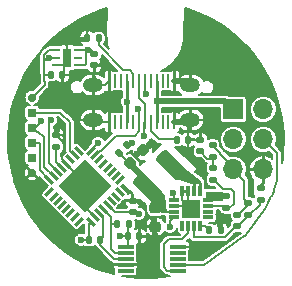
<source format=gtl>
G04 #@! TF.GenerationSoftware,KiCad,Pcbnew,(5.99.0-11526-gd613292b67)*
G04 #@! TF.CreationDate,2021-07-26T19:59:08-04:00*
G04 #@! TF.ProjectId,bias,62696173-2e6b-4696-9361-645f70636258,rev?*
G04 #@! TF.SameCoordinates,Original*
G04 #@! TF.FileFunction,Copper,L1,Top*
G04 #@! TF.FilePolarity,Positive*
%FSLAX46Y46*%
G04 Gerber Fmt 4.6, Leading zero omitted, Abs format (unit mm)*
G04 Created by KiCad (PCBNEW (5.99.0-11526-gd613292b67)) date 2021-07-26 19:59:08*
%MOMM*%
%LPD*%
G01*
G04 APERTURE LIST*
G04 Aperture macros list*
%AMRoundRect*
0 Rectangle with rounded corners*
0 $1 Rounding radius*
0 $2 $3 $4 $5 $6 $7 $8 $9 X,Y pos of 4 corners*
0 Add a 4 corners polygon primitive as box body*
4,1,4,$2,$3,$4,$5,$6,$7,$8,$9,$2,$3,0*
0 Add four circle primitives for the rounded corners*
1,1,$1+$1,$2,$3*
1,1,$1+$1,$4,$5*
1,1,$1+$1,$6,$7*
1,1,$1+$1,$8,$9*
0 Add four rect primitives between the rounded corners*
20,1,$1+$1,$2,$3,$4,$5,0*
20,1,$1+$1,$4,$5,$6,$7,0*
20,1,$1+$1,$6,$7,$8,$9,0*
20,1,$1+$1,$8,$9,$2,$3,0*%
%AMRotRect*
0 Rectangle, with rotation*
0 The origin of the aperture is its center*
0 $1 length*
0 $2 width*
0 $3 Rotation angle, in degrees counterclockwise*
0 Add horizontal line*
21,1,$1,$2,0,0,$3*%
G04 Aperture macros list end*
G04 #@! TA.AperFunction,NonConductor*
%ADD10C,0.100000*%
G04 #@! TD*
G04 #@! TA.AperFunction,NonConductor*
%ADD11C,0.000000*%
G04 #@! TD*
G04 #@! TA.AperFunction,SMDPad,CuDef*
%ADD12RoundRect,0.147500X-0.172500X0.147500X-0.172500X-0.147500X0.172500X-0.147500X0.172500X0.147500X0*%
G04 #@! TD*
G04 #@! TA.AperFunction,SMDPad,CuDef*
%ADD13RoundRect,0.147500X0.172500X-0.147500X0.172500X0.147500X-0.172500X0.147500X-0.172500X-0.147500X0*%
G04 #@! TD*
G04 #@! TA.AperFunction,SMDPad,CuDef*
%ADD14RoundRect,0.147500X-0.147500X-0.172500X0.147500X-0.172500X0.147500X0.172500X-0.147500X0.172500X0*%
G04 #@! TD*
G04 #@! TA.AperFunction,SMDPad,CuDef*
%ADD15RoundRect,0.147500X0.147500X0.172500X-0.147500X0.172500X-0.147500X-0.172500X0.147500X-0.172500X0*%
G04 #@! TD*
G04 #@! TA.AperFunction,ComponentPad*
%ADD16C,0.704800*%
G04 #@! TD*
G04 #@! TA.AperFunction,SMDPad,CuDef*
%ADD17R,0.700000X0.700000*%
G04 #@! TD*
G04 #@! TA.AperFunction,SMDPad,CuDef*
%ADD18R,0.850000X0.300000*%
G04 #@! TD*
G04 #@! TA.AperFunction,SMDPad,CuDef*
%ADD19R,0.300000X0.850000*%
G04 #@! TD*
G04 #@! TA.AperFunction,SMDPad,CuDef*
%ADD20R,1.550000X1.550000*%
G04 #@! TD*
G04 #@! TA.AperFunction,SMDPad,CuDef*
%ADD21RoundRect,0.218750X-0.256250X0.218750X-0.256250X-0.218750X0.256250X-0.218750X0.256250X0.218750X0*%
G04 #@! TD*
G04 #@! TA.AperFunction,SMDPad,CuDef*
%ADD22RotRect,0.280000X0.850000X315.000000*%
G04 #@! TD*
G04 #@! TA.AperFunction,SMDPad,CuDef*
%ADD23RotRect,0.850000X0.280000X315.000000*%
G04 #@! TD*
G04 #@! TA.AperFunction,ComponentPad*
%ADD24C,0.200000*%
G04 #@! TD*
G04 #@! TA.AperFunction,SMDPad,CuDef*
%ADD25RotRect,3.200000X3.200000X315.000000*%
G04 #@! TD*
G04 #@! TA.AperFunction,SMDPad,CuDef*
%ADD26R,1.400000X0.300000*%
G04 #@! TD*
G04 #@! TA.AperFunction,SMDPad,CuDef*
%ADD27RoundRect,0.250000X0.494975X-1.025305X1.025305X-0.494975X-0.494975X1.025305X-1.025305X0.494975X0*%
G04 #@! TD*
G04 #@! TA.AperFunction,SMDPad,CuDef*
%ADD28R,0.270000X1.150000*%
G04 #@! TD*
G04 #@! TA.AperFunction,ComponentPad*
%ADD29O,1.700000X1.200000*%
G04 #@! TD*
G04 #@! TA.AperFunction,SMDPad,CuDef*
%ADD30R,0.729800X0.248400*%
G04 #@! TD*
G04 #@! TA.AperFunction,SMDPad,CuDef*
%ADD31R,0.800000X1.600000*%
G04 #@! TD*
G04 #@! TA.AperFunction,ComponentPad*
%ADD32R,1.700000X1.700000*%
G04 #@! TD*
G04 #@! TA.AperFunction,ComponentPad*
%ADD33O,1.700000X1.700000*%
G04 #@! TD*
G04 #@! TA.AperFunction,SMDPad,CuDef*
%ADD34RoundRect,0.218750X0.026517X-0.335876X0.335876X-0.026517X-0.026517X0.335876X-0.335876X0.026517X0*%
G04 #@! TD*
G04 #@! TA.AperFunction,SMDPad,CuDef*
%ADD35RoundRect,0.147500X-0.017678X0.226274X-0.226274X0.017678X0.017678X-0.226274X0.226274X-0.017678X0*%
G04 #@! TD*
G04 #@! TA.AperFunction,ViaPad*
%ADD36C,0.600000*%
G04 #@! TD*
G04 #@! TA.AperFunction,Conductor*
%ADD37C,0.200000*%
G04 #@! TD*
G04 #@! TA.AperFunction,Conductor*
%ADD38C,0.500000*%
G04 #@! TD*
G04 #@! TA.AperFunction,Conductor*
%ADD39C,0.250000*%
G04 #@! TD*
G04 APERTURE END LIST*
D10*
X206475000Y-105925000D02*
X205100000Y-105925000D01*
X205100000Y-105925000D02*
X205100000Y-105225000D01*
X205100000Y-105225000D02*
X206475000Y-105225000D01*
X206475000Y-105225000D02*
X206475000Y-105925000D01*
G36*
X206475000Y-105925000D02*
G01*
X205100000Y-105925000D01*
X205100000Y-105225000D01*
X206475000Y-105225000D01*
X206475000Y-105925000D01*
G37*
X206475000Y-105925000D02*
X205100000Y-105925000D01*
X205100000Y-105225000D01*
X206475000Y-105225000D01*
X206475000Y-105925000D01*
D11*
G36*
X204675000Y-104275000D02*
G01*
X204692900Y-104550900D01*
X203925000Y-104547800D01*
X202364200Y-104100400D01*
X203157100Y-103149100D01*
X204675000Y-104275000D01*
G37*
G36*
X201600000Y-105550000D02*
G01*
X201750000Y-107000000D01*
X201242900Y-106999800D01*
X200414200Y-106100400D01*
X201264200Y-105200400D01*
X201600000Y-105550000D01*
G37*
D12*
X206800000Y-105595000D03*
X206800000Y-106565000D03*
D13*
X209730000Y-105885000D03*
X209730000Y-104915000D03*
D12*
X205680000Y-103225000D03*
X205680000Y-104195000D03*
D13*
X198869200Y-106960400D03*
X198869200Y-105990400D03*
D14*
X202590000Y-100825000D03*
X203560000Y-100825000D03*
D15*
X195985000Y-92225000D03*
X195015000Y-92225000D03*
X198554200Y-107975400D03*
X197584200Y-107975400D03*
D16*
X190359200Y-97255400D03*
D17*
X190359200Y-98525400D03*
X190359200Y-99795400D03*
X190359200Y-101065400D03*
X190359200Y-102335400D03*
D16*
X190359200Y-103605400D03*
D18*
X205264200Y-107400400D03*
X205264200Y-106900400D03*
X205264200Y-106400400D03*
X205264200Y-105900400D03*
D19*
X204564200Y-105200400D03*
X204064200Y-105200400D03*
X203564200Y-105200400D03*
X203064200Y-105200400D03*
D18*
X202364200Y-105900400D03*
X202364200Y-106400400D03*
X202364200Y-106900400D03*
X202364200Y-107400400D03*
D19*
X203064200Y-108100400D03*
X203564200Y-108100400D03*
X204064200Y-108100400D03*
X204564200Y-108100400D03*
D20*
X203814200Y-106650400D03*
D14*
X191940000Y-95325000D03*
X192910000Y-95325000D03*
D13*
X192419200Y-101405400D03*
X192419200Y-100435400D03*
D14*
X198473200Y-108991400D03*
X199443200Y-108991400D03*
X195165000Y-109325000D03*
X196135000Y-109325000D03*
D21*
X200800000Y-106612500D03*
X200800000Y-108187500D03*
D22*
X191834808Y-105279740D03*
X192188362Y-105633293D03*
X192541915Y-105986847D03*
X192895468Y-106340400D03*
X193249022Y-106693953D03*
X193602575Y-107047507D03*
X193956129Y-107401060D03*
X194309682Y-107754614D03*
D23*
X195334987Y-107754614D03*
X195688540Y-107401060D03*
X196042094Y-107047507D03*
X196395647Y-106693953D03*
X196749200Y-106340400D03*
X197102754Y-105986847D03*
X197456307Y-105633293D03*
X197809861Y-105279740D03*
D22*
X197809861Y-104254435D03*
X197456307Y-103900882D03*
X197102754Y-103547328D03*
X196749200Y-103193775D03*
X196395647Y-102840221D03*
X196042094Y-102486668D03*
X195688540Y-102133115D03*
X195334987Y-101779561D03*
D23*
X194309682Y-101779561D03*
X193956129Y-102133115D03*
X193602575Y-102486668D03*
X193249022Y-102840221D03*
X192895468Y-103193775D03*
X192541915Y-103547328D03*
X192188362Y-103900882D03*
X191834808Y-104254435D03*
D24*
X194822334Y-104767087D03*
X194822334Y-103352874D03*
X196236548Y-104767087D03*
X195529441Y-104059981D03*
X193408121Y-104767087D03*
X194115228Y-104059981D03*
X195529441Y-105474194D03*
X194115228Y-105474194D03*
X194822334Y-106181301D03*
D25*
X194822334Y-104767087D03*
D26*
X198282200Y-109896400D03*
X198282200Y-110396400D03*
X198282200Y-110896400D03*
X198282200Y-111396400D03*
X198282200Y-111896400D03*
X202682200Y-111896400D03*
X202682200Y-111396400D03*
X202682200Y-110896400D03*
X202682200Y-110396400D03*
X202682200Y-109896400D03*
D27*
X200135051Y-104939949D03*
X202114949Y-102960051D03*
D12*
X195639400Y-93553400D03*
X195639400Y-94523400D03*
D28*
X196909240Y-95847680D03*
X197409240Y-95847680D03*
X197909240Y-95847680D03*
X198409240Y-95847680D03*
X198909240Y-95847680D03*
X199409240Y-95847680D03*
X199909240Y-95847680D03*
X200409240Y-95847680D03*
X200909240Y-95847680D03*
X201409240Y-95847680D03*
X201909240Y-95847680D03*
X202409240Y-95847680D03*
X202409240Y-99347680D03*
X201909240Y-99347680D03*
X201409240Y-99347680D03*
X200909240Y-99347680D03*
X200409240Y-99347680D03*
X199909240Y-99347680D03*
X199409240Y-99347680D03*
X198909240Y-99347680D03*
X198409240Y-99347680D03*
X197909240Y-99347680D03*
X197409240Y-99347680D03*
X196909240Y-99347680D03*
D29*
X195559240Y-99142680D03*
X195559240Y-96202680D03*
X203759239Y-99142680D03*
X203759239Y-96202680D03*
D30*
X192379501Y-93228401D03*
X192379501Y-93878400D03*
X192379501Y-94528399D03*
X194259299Y-94528399D03*
X194259299Y-93878400D03*
X194259299Y-93228401D03*
D31*
X193319400Y-93878400D03*
D13*
X204600000Y-101810000D03*
X204600000Y-100840000D03*
D32*
X207391000Y-98260000D03*
D33*
X209931000Y-98260000D03*
X207391000Y-100800000D03*
X209931000Y-100800000D03*
X207391000Y-103340000D03*
X209931000Y-103340000D03*
D13*
X208670000Y-107175000D03*
X208670000Y-106205000D03*
D34*
X198618153Y-102831847D03*
X199731847Y-101718153D03*
D13*
X207750000Y-108125000D03*
X207750000Y-107155000D03*
D12*
X205650000Y-101295000D03*
X205650000Y-102265000D03*
D14*
X205365000Y-108475000D03*
X206335000Y-108475000D03*
D35*
X198417947Y-101232053D03*
X197732053Y-101917947D03*
D36*
X204240000Y-90670000D03*
X193869200Y-92490400D03*
X208229200Y-96260400D03*
X206919200Y-94670400D03*
X203414200Y-107100400D03*
X203414200Y-106250400D03*
X204264200Y-107100400D03*
X204233742Y-106254173D03*
X204100000Y-109900000D03*
X192450000Y-100000000D03*
X193319400Y-94348400D03*
X193329400Y-93458400D03*
X196347600Y-94167000D03*
X196900000Y-111400000D03*
X199275000Y-102050000D03*
X200650000Y-107575000D03*
X200225000Y-101325000D03*
X200800000Y-108875000D03*
X206275000Y-107975000D03*
X202025000Y-108200000D03*
X199400000Y-107075000D03*
X198400000Y-97600000D03*
X200925000Y-97550000D03*
X195076399Y-93228401D03*
X198850000Y-101075000D03*
X202329200Y-105310400D03*
X205425000Y-105600000D03*
X206200000Y-105600000D03*
X190359200Y-101065400D03*
X191125000Y-99225000D03*
X194525000Y-109300000D03*
X197815200Y-108991400D03*
X191759400Y-93878400D03*
X191950000Y-99150000D03*
X190365500Y-98519100D03*
X199877680Y-100543360D03*
X195950840Y-101097080D03*
X199325000Y-98225000D03*
X200025000Y-96975000D03*
D37*
X195688540Y-107401060D02*
X194822334Y-106534854D01*
X194822334Y-106534854D02*
X194822334Y-104767087D01*
X193249022Y-102840221D02*
X194822334Y-104413533D01*
X195014200Y-92420400D02*
X193939200Y-92420400D01*
X193939200Y-92420400D02*
X193869200Y-92490400D01*
X194822334Y-104413533D02*
X194822334Y-104767087D01*
X203814200Y-106650400D02*
X203089201Y-105925401D01*
X203564200Y-106400400D02*
X203564200Y-105200400D01*
X203064200Y-105485398D02*
X203064200Y-105200400D01*
X204022200Y-109896400D02*
X204038200Y-109880400D01*
X203814200Y-106650400D02*
X203564200Y-106400400D01*
X202364200Y-106400400D02*
X203264200Y-106400400D01*
X203264200Y-106400400D02*
X203414200Y-106250400D01*
X203089201Y-105925401D02*
X203089201Y-105510399D01*
X202682200Y-109896400D02*
X204022200Y-109896400D01*
X203089201Y-105510399D02*
X203064200Y-105485398D01*
X195559240Y-96202680D02*
X196554240Y-96202680D01*
X196554240Y-96202680D02*
X196909240Y-95847680D01*
X203554239Y-99347680D02*
X203759239Y-99142680D01*
D38*
X202409240Y-99347680D02*
X203554239Y-99347680D01*
D37*
X203404239Y-95847680D02*
X203759239Y-96202680D01*
X196909240Y-99347680D02*
X195764240Y-99347680D01*
D38*
X202409240Y-95847680D02*
X203404239Y-95847680D01*
D37*
X195764240Y-99347680D02*
X195559240Y-99142680D01*
X195659200Y-96102720D02*
X195559240Y-96202680D01*
X195639400Y-94523400D02*
X195639400Y-94618400D01*
X193084400Y-94113400D02*
X193319400Y-93878400D01*
X193319400Y-94348400D02*
X193319400Y-93878400D01*
X192379501Y-94528399D02*
X193319400Y-94528399D01*
X193084400Y-95498400D02*
X193084400Y-94113400D01*
X193319400Y-94528399D02*
X193319400Y-94348400D01*
X195639400Y-94523400D02*
X195991200Y-94523400D01*
X195991200Y-94523400D02*
X196347600Y-94167000D01*
X195639400Y-94523400D02*
X195639400Y-95400720D01*
X192903050Y-101876900D02*
X193039210Y-101740740D01*
X199443200Y-111135400D02*
X199443200Y-108991400D01*
X193039210Y-101055410D02*
X192419200Y-100435400D01*
X193249022Y-102840221D02*
X192903050Y-102494249D01*
X204043600Y-109875000D02*
X204038200Y-109880400D01*
X200000001Y-106825001D02*
X199165400Y-105990400D01*
X200825000Y-108512500D02*
X200875000Y-108462500D01*
X204600000Y-100840000D02*
X203475000Y-100840000D01*
D39*
X195639400Y-95400720D02*
X195639400Y-96122520D01*
D37*
X203560000Y-99341919D02*
X203759239Y-99142680D01*
X198282200Y-111396400D02*
X199182200Y-111396400D01*
X192903050Y-102494249D02*
X192903050Y-101876900D01*
D39*
X195639400Y-96122520D02*
X195559240Y-96202680D01*
X203604000Y-99297919D02*
X203759239Y-99142680D01*
D37*
X200825000Y-108125000D02*
X200800000Y-108100000D01*
X199165400Y-105990400D02*
X198869200Y-105990400D01*
X196909240Y-98572680D02*
X196909240Y-95847680D01*
X199317947Y-101682053D02*
X199375000Y-101625000D01*
X200000001Y-107149265D02*
X200000001Y-106825001D01*
X200825000Y-108800000D02*
X200825000Y-108125000D01*
X200400736Y-107550000D02*
X200000001Y-107149265D01*
X198278600Y-111400000D02*
X198282200Y-111396400D01*
X199182200Y-111396400D02*
X199443200Y-111135400D01*
D39*
X209931000Y-104394000D02*
X209931000Y-103340000D01*
D37*
X203575000Y-100840000D02*
X203560000Y-100825000D01*
D39*
X209625000Y-104700000D02*
X209931000Y-104394000D01*
D37*
X200825000Y-107550000D02*
X200400736Y-107550000D01*
X193039210Y-101740740D02*
X193039210Y-101055410D01*
D39*
X204048600Y-109870000D02*
X204038200Y-109880400D01*
D37*
X196909240Y-99347680D02*
X196909240Y-98572680D01*
X196900000Y-111400000D02*
X198278600Y-111400000D01*
X203560000Y-100800000D02*
X203560000Y-99341919D01*
D39*
X209625000Y-104890000D02*
X209625000Y-104700000D01*
D37*
X193084400Y-95498400D02*
X193104200Y-95518200D01*
X203564200Y-108725400D02*
X203564200Y-108100400D01*
X201782200Y-111896400D02*
X201498200Y-111612400D01*
X201498200Y-109690398D02*
X201924187Y-109264411D01*
X201924187Y-109264411D02*
X203025191Y-109264411D01*
X201498200Y-111612400D02*
X201498200Y-109690398D01*
X203025191Y-109264411D02*
X203564200Y-108725400D01*
X202682200Y-111896400D02*
X201782200Y-111896400D01*
X196749200Y-106340400D02*
X197369200Y-106960400D01*
X202025000Y-108200000D02*
X202025000Y-107739600D01*
X197369200Y-106960400D02*
X198869200Y-106960400D01*
X202025000Y-107739600D02*
X202364200Y-107400400D01*
D39*
X200909240Y-97388360D02*
X200909240Y-95847680D01*
X200909240Y-98522680D02*
X200909240Y-97388360D01*
X200909240Y-99347680D02*
X200909240Y-98522680D01*
X198409240Y-97343280D02*
X198409240Y-95847680D01*
X198409240Y-99347680D02*
X198409240Y-97343280D01*
D37*
X194924200Y-93243201D02*
X194924200Y-94428398D01*
X194909400Y-93228401D02*
X194924200Y-93243201D01*
X194909400Y-93228401D02*
X194259299Y-93228401D01*
X195314401Y-93228401D02*
X195076399Y-93228401D01*
X195639400Y-93553400D02*
X195314401Y-93228401D01*
X194924200Y-94428398D02*
X194824199Y-94528399D01*
X194824199Y-94528399D02*
X194259299Y-94528399D01*
X195076399Y-93228401D02*
X194909400Y-93228401D01*
D38*
X206681000Y-97550000D02*
X207391000Y-98260000D01*
X200925000Y-97550000D02*
X206681000Y-97550000D01*
D37*
X202364200Y-105900400D02*
X202364200Y-105345400D01*
X202364200Y-105345400D02*
X202329200Y-105310400D01*
D39*
X204564200Y-105200400D02*
X204564200Y-104525400D01*
D37*
X203864200Y-104225400D02*
X203763880Y-104190800D01*
X203763880Y-104190800D02*
X203506878Y-103868078D01*
D39*
X204564200Y-104525400D02*
X204229600Y-104190800D01*
X204229600Y-104190800D02*
X203763880Y-104190800D01*
X204064200Y-105200400D02*
X204064200Y-104425400D01*
D37*
X202721776Y-103228078D02*
X201714149Y-102220451D01*
X203506878Y-103868078D02*
X203011776Y-103868078D01*
X204064200Y-104425400D02*
X203864200Y-104225400D01*
X203011776Y-103868078D02*
X202004149Y-102860451D01*
X204239200Y-104225400D02*
X203864200Y-104225400D01*
X206166300Y-105466300D02*
X206197200Y-105435400D01*
X190999201Y-102069677D02*
X190999168Y-102069644D01*
X190999201Y-103418828D02*
X190999201Y-102069677D01*
X190999168Y-101155368D02*
X190909200Y-101065400D01*
X190909200Y-101065400D02*
X190359200Y-101065400D01*
X190999168Y-102069644D02*
X190999168Y-101155368D01*
X190999201Y-103418828D02*
X191834808Y-104254435D01*
X190359200Y-99795400D02*
X190629600Y-99795400D01*
X191399212Y-101903988D02*
X191399179Y-101903955D01*
X191250000Y-100525000D02*
X190359200Y-99795400D01*
X191399212Y-103111732D02*
X191399212Y-101903988D01*
X192188362Y-103900882D02*
X191399212Y-103111732D01*
X190629600Y-99795400D02*
X191200000Y-99225000D01*
X191399179Y-100600000D02*
X191250000Y-100525000D01*
X191399179Y-101903955D02*
X191399179Y-100600000D01*
X191414200Y-96200400D02*
X190359200Y-97255400D01*
X195334987Y-107754614D02*
X195334987Y-107766187D01*
X191799223Y-102804636D02*
X191799223Y-101738299D01*
X191799190Y-101738266D02*
X191799190Y-99860390D01*
X191799223Y-101738299D02*
X191799190Y-101738266D01*
X192541915Y-103547328D02*
X191799223Y-102804636D01*
X198473200Y-109705400D02*
X198282200Y-109896400D01*
X198473200Y-108991400D02*
X198473200Y-109705400D01*
X198473200Y-108056400D02*
X198554200Y-107975400D01*
X198473200Y-108991400D02*
X198473200Y-108056400D01*
X197815200Y-108991400D02*
X198473200Y-108991400D01*
X195334987Y-107915613D02*
X195334987Y-107754614D01*
X191759400Y-93878400D02*
X192379501Y-93878400D01*
X191619400Y-93878400D02*
X191759400Y-93878400D01*
X191379400Y-94118400D02*
X191619400Y-93878400D01*
X191379400Y-93663602D02*
X191379400Y-94118400D01*
X191814601Y-93228401D02*
X191379400Y-93663602D01*
X191379400Y-95158400D02*
X191379400Y-94118400D01*
X192379501Y-93228401D02*
X191814601Y-93228401D01*
X191414200Y-96200400D02*
X191414200Y-95875400D01*
X191414200Y-95875400D02*
X191399200Y-95860400D01*
X191399200Y-95178200D02*
X191379400Y-95158400D01*
X194525000Y-109300000D02*
X195140000Y-109300000D01*
X191399200Y-95290600D02*
X191434800Y-95326200D01*
X191434800Y-95326200D02*
X192047000Y-95326200D01*
X195165000Y-109325000D02*
X195165000Y-107924601D01*
X191399200Y-95860400D02*
X191399200Y-95290600D01*
X195165000Y-107924601D02*
X195334987Y-107754614D01*
X195140000Y-109300000D02*
X195165000Y-109325000D01*
X191399200Y-95290600D02*
X191399200Y-95178200D01*
X191950000Y-99150000D02*
X191799190Y-99300810D01*
X191799190Y-99300810D02*
X191799190Y-99860390D01*
X192895468Y-103193775D02*
X192419200Y-102717507D01*
X192419200Y-102717507D02*
X192419200Y-101405400D01*
X190365500Y-98519100D02*
X190359200Y-98525400D01*
X193575000Y-99350000D02*
X192744100Y-98519100D01*
X193575000Y-101751986D02*
X193575000Y-99350000D01*
X192744100Y-98519100D02*
X190365500Y-98519100D01*
X193956129Y-102133115D02*
X193575000Y-101751986D01*
X199877680Y-100543360D02*
X199877680Y-99379240D01*
X199877680Y-99379240D02*
X199909240Y-99347680D01*
X195334987Y-101779561D02*
X195334987Y-101712933D01*
X195334987Y-101712933D02*
X195950840Y-101097080D01*
X199925001Y-99331919D02*
X199925001Y-97763003D01*
X199909240Y-99347680D02*
X199925001Y-99331919D01*
X199409240Y-97247242D02*
X199409240Y-95847680D01*
X199925001Y-97763003D02*
X199409240Y-97247242D01*
X205675000Y-101440000D02*
X205780350Y-101440000D01*
X206270010Y-101990010D02*
X207291000Y-103011000D01*
X207670000Y-107095000D02*
X207870000Y-107095000D01*
X205780350Y-101440000D02*
X206270010Y-101929660D01*
X208340000Y-105865000D02*
X208340000Y-104289000D01*
X207391000Y-103056000D02*
X207391000Y-103340000D01*
X206270010Y-101929660D02*
X206270010Y-101990010D01*
X208340000Y-104289000D02*
X207391000Y-103340000D01*
X207291000Y-103011000D02*
X207291000Y-103056000D01*
X208720000Y-106245000D02*
X208340000Y-105865000D01*
X207870000Y-107095000D02*
X208720000Y-106245000D01*
X198282200Y-110396400D02*
X197382200Y-110396400D01*
X197382200Y-110396400D02*
X197053200Y-110067400D01*
X197053200Y-107351506D02*
X196395647Y-106693953D01*
X197053200Y-107975400D02*
X197584200Y-107975400D01*
X197053200Y-107975400D02*
X197053200Y-107351506D01*
X197053200Y-110067400D02*
X197053200Y-107975400D01*
X197382200Y-110896400D02*
X197453600Y-110896400D01*
X197453600Y-110896400D02*
X198282200Y-110896400D01*
X196135000Y-109325000D02*
X196388065Y-109071935D01*
X196135000Y-109714898D02*
X197316502Y-110896400D01*
X197316502Y-110896400D02*
X197453600Y-110896400D01*
X196135000Y-109325000D02*
X196135000Y-109714898D01*
X196388065Y-107393478D02*
X196042094Y-107047507D01*
X196388065Y-109071935D02*
X196388065Y-107393478D01*
X199325000Y-98225000D02*
X199409240Y-98309240D01*
X199909240Y-95847680D02*
X199909240Y-96399990D01*
X197460923Y-100474999D02*
X196167513Y-101768409D01*
X200025000Y-96975000D02*
X200025000Y-96800000D01*
X199409240Y-99347680D02*
X199409240Y-100122680D01*
X196167513Y-101768409D02*
X196053246Y-101768409D01*
X200025000Y-96975000D02*
X199909240Y-96859240D01*
X199909240Y-96859240D02*
X199909240Y-95847680D01*
X199056921Y-100474999D02*
X197460923Y-100474999D01*
X199409240Y-100122680D02*
X199056921Y-100474999D01*
X199409240Y-98309240D02*
X199409240Y-99347680D01*
X196053246Y-101768409D02*
X195688540Y-102133115D01*
X210721939Y-105396529D02*
X210803044Y-105199865D01*
X202682200Y-111396400D02*
X204951563Y-111396400D01*
X210637258Y-105591670D02*
X210721939Y-105396529D01*
X210072665Y-106697335D02*
X210161141Y-106542476D01*
X211100000Y-101969000D02*
X209931000Y-100800000D01*
X210263300Y-106355828D02*
X210623254Y-105622390D01*
X208386651Y-108934635D02*
X210072665Y-106697335D01*
X208333657Y-108988753D02*
X208386651Y-108934635D01*
X210161141Y-106542476D02*
X210263300Y-106355828D01*
X210880555Y-105001720D02*
X210942144Y-104835381D01*
X210803044Y-105199865D02*
X210880555Y-105001720D01*
X210942144Y-104835381D02*
X211100000Y-104250000D01*
X210623254Y-105622390D02*
X210637258Y-105591670D01*
X211100000Y-104250000D02*
X211100000Y-101969000D01*
X204951563Y-111396400D02*
X208333657Y-108988753D01*
X201086560Y-100800000D02*
X202590000Y-100800000D01*
X200409240Y-99347680D02*
X200409240Y-100122680D01*
X200409240Y-100122680D02*
X201086560Y-100800000D01*
X198076032Y-94932232D02*
X195984200Y-92840400D01*
X198909240Y-95229078D02*
X198612394Y-94932232D01*
X198612394Y-94932232D02*
X198076032Y-94932232D01*
X198909240Y-95847680D02*
X198909240Y-95229078D01*
X195984200Y-92840400D02*
X195984200Y-92420400D01*
X204564200Y-108100400D02*
X204539199Y-108075399D01*
X205365000Y-108475000D02*
X205365000Y-108440000D01*
X205025400Y-108100400D02*
X204564200Y-108100400D01*
X205365000Y-108440000D02*
X205025400Y-108100400D01*
X200741878Y-105553078D02*
X200741878Y-105207976D01*
X202364200Y-106900400D02*
X201739200Y-106900400D01*
X200741878Y-105207976D02*
X199734251Y-104200349D01*
D38*
X198643153Y-102881847D02*
X200085051Y-104323745D01*
D37*
X197732053Y-101917947D02*
X197732053Y-101970747D01*
X200800000Y-105579898D02*
X200085051Y-104864949D01*
X200085051Y-104864949D02*
X200085051Y-104295945D01*
X201739200Y-106900400D02*
X201144400Y-106305600D01*
X200875000Y-106575000D02*
X201144400Y-106305600D01*
X200085051Y-104323745D02*
X200085051Y-104864949D01*
X200800000Y-106525000D02*
X200800000Y-105579898D01*
X200875000Y-106887500D02*
X200875000Y-106575000D01*
X197732053Y-101970747D02*
X198643153Y-102881847D01*
X207670000Y-108065000D02*
X207870000Y-108065000D01*
X204050000Y-108114600D02*
X204064200Y-108100400D01*
X208720000Y-107215000D02*
X209625000Y-106310000D01*
X207125000Y-108640350D02*
X206670340Y-109095010D01*
X204050000Y-109050000D02*
X204050000Y-108114600D01*
X207870000Y-108065000D02*
X208720000Y-107215000D01*
X204095010Y-109095010D02*
X204050000Y-109050000D01*
X207125000Y-108610000D02*
X207670000Y-108065000D01*
X207125000Y-108640350D02*
X207125000Y-108610000D01*
X209625000Y-106310000D02*
X209625000Y-105860000D01*
X206670340Y-109095010D02*
X204095010Y-109095010D01*
X205200000Y-102410000D02*
X204600000Y-101810000D01*
X205675000Y-103215000D02*
X205675000Y-102410000D01*
X205675000Y-102410000D02*
X205200000Y-102410000D01*
X206539990Y-104999990D02*
X205775000Y-104235000D01*
X207420010Y-105259660D02*
X207160340Y-104999990D01*
X207160340Y-104999990D02*
X206539990Y-104999990D01*
X207420010Y-106229990D02*
X207420010Y-105259660D01*
X207070000Y-106580000D02*
X207420010Y-106229990D01*
X205775000Y-104235000D02*
X205775000Y-104185000D01*
X205264200Y-106400400D02*
X206734600Y-106400400D01*
X196650548Y-91938166D02*
X196647539Y-91951349D01*
X196645057Y-91973516D01*
X196645058Y-91974232D01*
X196645982Y-91982261D01*
X196645801Y-91982271D01*
X196665498Y-92325397D01*
X196666684Y-92336010D01*
X196723639Y-92677492D01*
X196725961Y-92687916D01*
X196819367Y-93021277D01*
X196822799Y-93031389D01*
X196878047Y-93169268D01*
X196435495Y-92726716D01*
X196489795Y-92672321D01*
X196508673Y-92645855D01*
X196559551Y-92541770D01*
X196568571Y-92512585D01*
X196578463Y-92444777D01*
X196579500Y-92430486D01*
X196579500Y-92019514D01*
X196578444Y-92005095D01*
X196568375Y-91936697D01*
X196559298Y-91907485D01*
X196508239Y-91803489D01*
X196489314Y-91777055D01*
X196407321Y-91695205D01*
X196380855Y-91676327D01*
X196276770Y-91625449D01*
X196247585Y-91616429D01*
X196179777Y-91606537D01*
X196165486Y-91605500D01*
X195804514Y-91605500D01*
X195790095Y-91606556D01*
X195721697Y-91616625D01*
X195692485Y-91625702D01*
X195588489Y-91676761D01*
X195562055Y-91695686D01*
X195534973Y-91722815D01*
X195469061Y-91656903D01*
X195444002Y-91638697D01*
X195331810Y-91581533D01*
X195302352Y-91571962D01*
X195209271Y-91557219D01*
X195193784Y-91556000D01*
X195140000Y-91556000D01*
X195081809Y-91574907D01*
X195045845Y-91624407D01*
X195041000Y-91655000D01*
X195041000Y-92251000D01*
X194470000Y-92251000D01*
X194411809Y-92269907D01*
X194375845Y-92319407D01*
X194371000Y-92350000D01*
X194371000Y-92428784D01*
X194372219Y-92444271D01*
X194386962Y-92537352D01*
X194396533Y-92566810D01*
X194453697Y-92679002D01*
X194471903Y-92704061D01*
X194560939Y-92793097D01*
X194576911Y-92804701D01*
X193937964Y-92804701D01*
X193871946Y-92760589D01*
X193836259Y-92745807D01*
X193763338Y-92731302D01*
X193744024Y-92729400D01*
X193444400Y-92729400D01*
X193386209Y-92748307D01*
X193350245Y-92797807D01*
X193345400Y-92828400D01*
X193345400Y-93904400D01*
X193293400Y-93904400D01*
X193293400Y-92828400D01*
X193274493Y-92770209D01*
X193224993Y-92734245D01*
X193194400Y-92729400D01*
X192894776Y-92729400D01*
X192875462Y-92731302D01*
X192802541Y-92745807D01*
X192766854Y-92760589D01*
X192700836Y-92804701D01*
X191994853Y-92804701D01*
X191975539Y-92806603D01*
X191917056Y-92818236D01*
X191891308Y-92828901D01*
X191868109Y-92828901D01*
X191855546Y-92827046D01*
X191806127Y-92828901D01*
X191786653Y-92828901D01*
X191773305Y-92830133D01*
X191743679Y-92831245D01*
X191708314Y-92839214D01*
X191697736Y-92843759D01*
X191686421Y-92845866D01*
X191652600Y-92858916D01*
X191629925Y-92872893D01*
X191605458Y-92883405D01*
X191581694Y-92897869D01*
X191576808Y-92901883D01*
X191569648Y-92908375D01*
X191565284Y-92912739D01*
X191557304Y-92917658D01*
X191530449Y-92942009D01*
X191512787Y-92965236D01*
X191134745Y-93343278D01*
X191124551Y-93350849D01*
X191090927Y-93387096D01*
X191077148Y-93400875D01*
X191068590Y-93411174D01*
X191048418Y-93432920D01*
X191029047Y-93463562D01*
X191024782Y-93474252D01*
X191018270Y-93483745D01*
X191003583Y-93516890D01*
X190997434Y-93542801D01*
X190987565Y-93567538D01*
X190980989Y-93594564D01*
X190980372Y-93600857D01*
X190979900Y-93610517D01*
X190979900Y-93616686D01*
X190977735Y-93625809D01*
X190975964Y-93662018D01*
X190979900Y-93690939D01*
X190979900Y-94071484D01*
X190977735Y-94080607D01*
X190975964Y-94116816D01*
X190979900Y-94145737D01*
X190979900Y-95104892D01*
X190978045Y-95117455D01*
X190979900Y-95166874D01*
X190979900Y-95186348D01*
X190981132Y-95199696D01*
X190982244Y-95229322D01*
X190990213Y-95264687D01*
X190994758Y-95275265D01*
X190996865Y-95286580D01*
X190999486Y-95293372D01*
X190999700Y-95299077D01*
X190999700Y-95806892D01*
X190997845Y-95819455D01*
X190999700Y-95868874D01*
X190999700Y-95888348D01*
X191000932Y-95901696D01*
X191002044Y-95931322D01*
X191010013Y-95966687D01*
X191014558Y-95977265D01*
X191014700Y-95978029D01*
X191014700Y-96034921D01*
X190440980Y-96608641D01*
X190372122Y-96599576D01*
X190346278Y-96599576D01*
X190201942Y-96618578D01*
X190176978Y-96625267D01*
X190042479Y-96680979D01*
X190020098Y-96693901D01*
X189904600Y-96782525D01*
X189886325Y-96800800D01*
X189797701Y-96916298D01*
X189784779Y-96938679D01*
X189729067Y-97073178D01*
X189722378Y-97098142D01*
X189703376Y-97242478D01*
X189703376Y-97268322D01*
X189722378Y-97412658D01*
X189729067Y-97437622D01*
X189784779Y-97572121D01*
X189797701Y-97594502D01*
X189886325Y-97710000D01*
X189904600Y-97728275D01*
X190020097Y-97816899D01*
X190042478Y-97829821D01*
X190153722Y-97875900D01*
X189989452Y-97875900D01*
X189970138Y-97877802D01*
X189911655Y-97889435D01*
X189875967Y-97904218D01*
X189809646Y-97948533D01*
X189782333Y-97975846D01*
X189738018Y-98042167D01*
X189723235Y-98077855D01*
X189711602Y-98136338D01*
X189709700Y-98155652D01*
X189709700Y-98895148D01*
X189711602Y-98914462D01*
X189723235Y-98972945D01*
X189738018Y-99008633D01*
X189782333Y-99074954D01*
X189809646Y-99102267D01*
X189875967Y-99146582D01*
X189909325Y-99160400D01*
X189875967Y-99174218D01*
X189809646Y-99218533D01*
X189782333Y-99245846D01*
X189738018Y-99312167D01*
X189723235Y-99347855D01*
X189711602Y-99406338D01*
X189709700Y-99425652D01*
X189709700Y-100165148D01*
X189711602Y-100184462D01*
X189723235Y-100242945D01*
X189738018Y-100278633D01*
X189782333Y-100344954D01*
X189809646Y-100372267D01*
X189875967Y-100416582D01*
X189909325Y-100430400D01*
X189875967Y-100444218D01*
X189809646Y-100488533D01*
X189782333Y-100515846D01*
X189738018Y-100582167D01*
X189723235Y-100617855D01*
X189711602Y-100676338D01*
X189709700Y-100695652D01*
X189709700Y-101435148D01*
X189711602Y-101454462D01*
X189723235Y-101512945D01*
X189738018Y-101548633D01*
X189782333Y-101614954D01*
X189809646Y-101642267D01*
X189875967Y-101686582D01*
X189909325Y-101700400D01*
X189875967Y-101714218D01*
X189809646Y-101758533D01*
X189782333Y-101785846D01*
X189738018Y-101852167D01*
X189723235Y-101887855D01*
X189711602Y-101946338D01*
X189709700Y-101965652D01*
X189709700Y-102705148D01*
X189711602Y-102724462D01*
X189723235Y-102782945D01*
X189738018Y-102818633D01*
X189782333Y-102884954D01*
X189809646Y-102912267D01*
X189875967Y-102956582D01*
X189911655Y-102971365D01*
X189970138Y-102982998D01*
X189989452Y-102984900D01*
X190024374Y-102984900D01*
X190017515Y-102987741D01*
X189995136Y-103000662D01*
X189969323Y-103020468D01*
X189934666Y-103070891D01*
X189936266Y-103132056D01*
X189959584Y-103169015D01*
X190795585Y-104005016D01*
X190850102Y-104032793D01*
X190910534Y-104023222D01*
X190944132Y-103995277D01*
X190963938Y-103969464D01*
X190971595Y-103956201D01*
X191145226Y-104129832D01*
X191149328Y-104150455D01*
X191164110Y-104186142D01*
X191197238Y-104235722D01*
X191209550Y-104250725D01*
X191725913Y-104767088D01*
X191209550Y-105283450D01*
X191197238Y-105298453D01*
X191164110Y-105348033D01*
X191149328Y-105383720D01*
X191133767Y-105461951D01*
X191133767Y-105500579D01*
X191149328Y-105578811D01*
X191164111Y-105614499D01*
X191197239Y-105664078D01*
X191209550Y-105679080D01*
X191435468Y-105904998D01*
X191450470Y-105917309D01*
X191500049Y-105950437D01*
X191512506Y-105955597D01*
X191517665Y-105968052D01*
X191550793Y-106017631D01*
X191563104Y-106032633D01*
X191789022Y-106258551D01*
X191804024Y-106270862D01*
X191853603Y-106303990D01*
X191866058Y-106309149D01*
X191871218Y-106321606D01*
X191904346Y-106371185D01*
X191916657Y-106386187D01*
X192142575Y-106612105D01*
X192157577Y-106624416D01*
X192207156Y-106657544D01*
X192219612Y-106662703D01*
X192224771Y-106675159D01*
X192257899Y-106724738D01*
X192270210Y-106739740D01*
X192496128Y-106965658D01*
X192511130Y-106977969D01*
X192560709Y-107011097D01*
X192573166Y-107016257D01*
X192578325Y-107028712D01*
X192611453Y-107078291D01*
X192623764Y-107093293D01*
X192849682Y-107319211D01*
X192864684Y-107331522D01*
X192914263Y-107364650D01*
X192926718Y-107369809D01*
X192931878Y-107382266D01*
X192965006Y-107431845D01*
X192977317Y-107446847D01*
X193203235Y-107672765D01*
X193218237Y-107685076D01*
X193267816Y-107718204D01*
X193280273Y-107723364D01*
X193285432Y-107735819D01*
X193318560Y-107785398D01*
X193330871Y-107800400D01*
X193556789Y-108026318D01*
X193571791Y-108038629D01*
X193621370Y-108071757D01*
X193633825Y-108076916D01*
X193638985Y-108089373D01*
X193672113Y-108138952D01*
X193684424Y-108153954D01*
X193910342Y-108379872D01*
X193925344Y-108392183D01*
X193974923Y-108425311D01*
X194010611Y-108440094D01*
X194088843Y-108455655D01*
X194127471Y-108455655D01*
X194205702Y-108440094D01*
X194241389Y-108425312D01*
X194290969Y-108392184D01*
X194305972Y-108379872D01*
X194761715Y-107924129D01*
X194765500Y-107951938D01*
X194765500Y-108746154D01*
X194765461Y-108746136D01*
X194628105Y-108705058D01*
X194600344Y-108700909D01*
X194456981Y-108700033D01*
X194429171Y-108703842D01*
X194291324Y-108743239D01*
X194265701Y-108754701D01*
X194144452Y-108831203D01*
X194123076Y-108849396D01*
X194028173Y-108956854D01*
X194012763Y-108980314D01*
X193951833Y-109110089D01*
X193943626Y-109136933D01*
X193921570Y-109278593D01*
X193921227Y-109306659D01*
X193939816Y-109448815D01*
X193947364Y-109475851D01*
X194005104Y-109607075D01*
X194019937Y-109630905D01*
X194112187Y-109740650D01*
X194133112Y-109759359D01*
X194252455Y-109838801D01*
X194277791Y-109850886D01*
X194414635Y-109893638D01*
X194442342Y-109898125D01*
X194585684Y-109900753D01*
X194613539Y-109897284D01*
X194750064Y-109860063D01*
X194769145Y-109873673D01*
X194873230Y-109924551D01*
X194902415Y-109933571D01*
X194970223Y-109943463D01*
X194984514Y-109944500D01*
X195345486Y-109944500D01*
X195359905Y-109943444D01*
X195428303Y-109933375D01*
X195457515Y-109924298D01*
X195561511Y-109873239D01*
X195587945Y-109854314D01*
X195649963Y-109792188D01*
X195712679Y-109854795D01*
X195739144Y-109873672D01*
X195774041Y-109890730D01*
X195779492Y-109899574D01*
X195790004Y-109924041D01*
X195804468Y-109947805D01*
X195808482Y-109952691D01*
X195814974Y-109959851D01*
X195819338Y-109964215D01*
X195824257Y-109972195D01*
X195848608Y-109999050D01*
X195871835Y-110016712D01*
X196996178Y-111141055D01*
X197003749Y-111151249D01*
X197039996Y-111184873D01*
X197053775Y-111198652D01*
X197064074Y-111207210D01*
X197085820Y-111227382D01*
X197116462Y-111246753D01*
X197127152Y-111251018D01*
X197136645Y-111257530D01*
X197169790Y-111272217D01*
X197195701Y-111278366D01*
X197220438Y-111288235D01*
X197240235Y-111293052D01*
X197252107Y-111329591D01*
X197301607Y-111365555D01*
X197332200Y-111370400D01*
X199232200Y-111370400D01*
X199290391Y-111351493D01*
X199326355Y-111301993D01*
X199331200Y-111271400D01*
X199331200Y-111221776D01*
X199329298Y-111202462D01*
X199314793Y-111129541D01*
X199300010Y-111093853D01*
X199281674Y-111066412D01*
X199281700Y-111066148D01*
X199281700Y-110726652D01*
X199279798Y-110707338D01*
X199268165Y-110648855D01*
X199267148Y-110646400D01*
X199268165Y-110643945D01*
X199279798Y-110585462D01*
X199281700Y-110566148D01*
X199281700Y-110226652D01*
X199279798Y-110207338D01*
X199268165Y-110148855D01*
X199267148Y-110146400D01*
X199268165Y-110143945D01*
X199279798Y-110085462D01*
X199281700Y-110066148D01*
X199281700Y-109726652D01*
X199279798Y-109707338D01*
X199270461Y-109660400D01*
X199318200Y-109660400D01*
X199376391Y-109641493D01*
X199412355Y-109591993D01*
X199417200Y-109561400D01*
X199417200Y-109116400D01*
X199469200Y-109116400D01*
X199469200Y-109561400D01*
X199488107Y-109619591D01*
X199537607Y-109655555D01*
X199568200Y-109660400D01*
X199621984Y-109660400D01*
X199637471Y-109659181D01*
X199730552Y-109644438D01*
X199760010Y-109634867D01*
X199872202Y-109577703D01*
X199897261Y-109559497D01*
X199986297Y-109470461D01*
X200004503Y-109445402D01*
X200061667Y-109333210D01*
X200071238Y-109303752D01*
X200085981Y-109210671D01*
X200087200Y-109195184D01*
X200087200Y-109116400D01*
X200068293Y-109058209D01*
X200018793Y-109022245D01*
X199988200Y-109017400D01*
X199568200Y-109017400D01*
X199510009Y-109036307D01*
X199474045Y-109085807D01*
X199469200Y-109116400D01*
X199417200Y-109116400D01*
X199417200Y-108421400D01*
X199469200Y-108421400D01*
X199469200Y-108866400D01*
X199488107Y-108924591D01*
X199537607Y-108960555D01*
X199568200Y-108965400D01*
X199988200Y-108965400D01*
X200046391Y-108946493D01*
X200082355Y-108896993D01*
X200087200Y-108866400D01*
X200087200Y-108787616D01*
X200085981Y-108772129D01*
X200079934Y-108733953D01*
X200128917Y-108800269D01*
X200149731Y-108821083D01*
X200263111Y-108904828D01*
X200289128Y-108918603D01*
X200422121Y-108965306D01*
X200445606Y-108970459D01*
X200478420Y-108973561D01*
X200487737Y-108974000D01*
X200675000Y-108974000D01*
X200733191Y-108955093D01*
X200769155Y-108905593D01*
X200774000Y-108875000D01*
X200774000Y-108312500D01*
X200755093Y-108254309D01*
X200705593Y-108218345D01*
X200675000Y-108213500D01*
X200075001Y-108213500D01*
X200016810Y-108232407D01*
X199980846Y-108281907D01*
X199976001Y-108312500D01*
X199976001Y-108462262D01*
X199976440Y-108471576D01*
X199979541Y-108504391D01*
X199979876Y-108505918D01*
X199897261Y-108423303D01*
X199872202Y-108405097D01*
X199760010Y-108347933D01*
X199730552Y-108338362D01*
X199637471Y-108323619D01*
X199621984Y-108322400D01*
X199568200Y-108322400D01*
X199510009Y-108341307D01*
X199474045Y-108390807D01*
X199469200Y-108421400D01*
X199417200Y-108421400D01*
X199398293Y-108363209D01*
X199348793Y-108327245D01*
X199318200Y-108322400D01*
X199264416Y-108322400D01*
X199248929Y-108323619D01*
X199155848Y-108338362D01*
X199126390Y-108347933D01*
X199093236Y-108364826D01*
X199128751Y-108292170D01*
X199137771Y-108262985D01*
X199147663Y-108195177D01*
X199148700Y-108180886D01*
X199148700Y-107912737D01*
X199976000Y-107912737D01*
X199976000Y-108062500D01*
X199994907Y-108120691D01*
X200044407Y-108156655D01*
X200075000Y-108161500D01*
X200675000Y-108161500D01*
X200733191Y-108142593D01*
X200769155Y-108093093D01*
X200774000Y-108062500D01*
X200774000Y-107500001D01*
X200755093Y-107441810D01*
X200705593Y-107405846D01*
X200675000Y-107401001D01*
X200487738Y-107401001D01*
X200478424Y-107401440D01*
X200445609Y-107404541D01*
X200422121Y-107409694D01*
X200289128Y-107456397D01*
X200263111Y-107470172D01*
X200149731Y-107553917D01*
X200128917Y-107574731D01*
X200045172Y-107688111D01*
X200031397Y-107714128D01*
X199984694Y-107847121D01*
X199979541Y-107870606D01*
X199976439Y-107903420D01*
X199976000Y-107912737D01*
X199148700Y-107912737D01*
X199148700Y-107769914D01*
X199147644Y-107755495D01*
X199137575Y-107687097D01*
X199128498Y-107657885D01*
X199096853Y-107593430D01*
X199127455Y-107613801D01*
X199152791Y-107625886D01*
X199289635Y-107668638D01*
X199317342Y-107673125D01*
X199460684Y-107675753D01*
X199488539Y-107672284D01*
X199626857Y-107634574D01*
X199652618Y-107623426D01*
X199774792Y-107548411D01*
X199796389Y-107530481D01*
X199892598Y-107424190D01*
X199908294Y-107400920D01*
X199970804Y-107271899D01*
X199979338Y-107245158D01*
X200003124Y-107103779D01*
X200004489Y-107088564D01*
X200004640Y-107076210D01*
X200003647Y-107060965D01*
X199983323Y-106919047D01*
X199975445Y-106892106D01*
X199916106Y-106761596D01*
X199900983Y-106737949D01*
X199807399Y-106629340D01*
X199786247Y-106610888D01*
X199665942Y-106532910D01*
X199640461Y-106521136D01*
X199503105Y-106480058D01*
X199475344Y-106475909D01*
X199406271Y-106475487D01*
X199437297Y-106444461D01*
X199455503Y-106419402D01*
X199512667Y-106307210D01*
X199522238Y-106277752D01*
X199536981Y-106184671D01*
X199538200Y-106169184D01*
X199538200Y-106115400D01*
X199519293Y-106057209D01*
X199469793Y-106021245D01*
X199439200Y-106016400D01*
X198299200Y-106016400D01*
X198241009Y-106035307D01*
X198205045Y-106084807D01*
X198200200Y-106115400D01*
X198200200Y-106169184D01*
X198201419Y-106184671D01*
X198216162Y-106277752D01*
X198225733Y-106307210D01*
X198282897Y-106419402D01*
X198301103Y-106444461D01*
X198367039Y-106510397D01*
X198339405Y-106538079D01*
X198323127Y-106560900D01*
X197553299Y-106560900D01*
X197728012Y-106386187D01*
X197740323Y-106371185D01*
X197773451Y-106321606D01*
X197778611Y-106309149D01*
X197791066Y-106303990D01*
X197840645Y-106270862D01*
X197855647Y-106258551D01*
X198081565Y-106032633D01*
X198093876Y-106017631D01*
X198127004Y-105968052D01*
X198132163Y-105955597D01*
X198144620Y-105950437D01*
X198194199Y-105917309D01*
X198209201Y-105904998D01*
X198212118Y-105902081D01*
X198219107Y-105923591D01*
X198268607Y-105959555D01*
X198299200Y-105964400D01*
X198744200Y-105964400D01*
X198802391Y-105945493D01*
X198838355Y-105895993D01*
X198843200Y-105865400D01*
X198843200Y-105445400D01*
X198824293Y-105387209D01*
X198774793Y-105351245D01*
X198744200Y-105346400D01*
X198665416Y-105346400D01*
X198649929Y-105347619D01*
X198556848Y-105362362D01*
X198527390Y-105371933D01*
X198496161Y-105387845D01*
X198495341Y-105383720D01*
X198480559Y-105348033D01*
X198447431Y-105298453D01*
X198435119Y-105283450D01*
X197918757Y-104767088D01*
X198024129Y-104661716D01*
X198903160Y-105410520D01*
X198900045Y-105414807D01*
X198895200Y-105445400D01*
X198895200Y-105865400D01*
X198914107Y-105923591D01*
X198963607Y-105959555D01*
X198994200Y-105964400D01*
X199439200Y-105964400D01*
X199497391Y-105945493D01*
X199510305Y-105927718D01*
X200025500Y-106366587D01*
X200025500Y-106864246D01*
X200026719Y-106879733D01*
X200042268Y-106977907D01*
X200051839Y-107007365D01*
X200112132Y-107125696D01*
X200130338Y-107150755D01*
X200224245Y-107244662D01*
X200249304Y-107262868D01*
X200367635Y-107323161D01*
X200397093Y-107332732D01*
X200495267Y-107348281D01*
X200510754Y-107349500D01*
X201089246Y-107349500D01*
X201104733Y-107348281D01*
X201202907Y-107332732D01*
X201232365Y-107323161D01*
X201278403Y-107299703D01*
X201286204Y-107299150D01*
X201287297Y-107298818D01*
X201639700Y-107298957D01*
X201639700Y-107570148D01*
X201641602Y-107589463D01*
X201645430Y-107608705D01*
X201643034Y-107618799D01*
X201633165Y-107643536D01*
X201626589Y-107670562D01*
X201625972Y-107676855D01*
X201625500Y-107686515D01*
X201625500Y-107692684D01*
X201623335Y-107701807D01*
X201621564Y-107738016D01*
X201623109Y-107749368D01*
X201623076Y-107749396D01*
X201592962Y-107783494D01*
X201568603Y-107714128D01*
X201554828Y-107688111D01*
X201471083Y-107574731D01*
X201450269Y-107553917D01*
X201336889Y-107470172D01*
X201310872Y-107456397D01*
X201177879Y-107409694D01*
X201154394Y-107404541D01*
X201121580Y-107401439D01*
X201112263Y-107401000D01*
X200925000Y-107401000D01*
X200866809Y-107419907D01*
X200830845Y-107469407D01*
X200826000Y-107500000D01*
X200826000Y-108874999D01*
X200844907Y-108933190D01*
X200894407Y-108969154D01*
X200925000Y-108973999D01*
X201112262Y-108973999D01*
X201121576Y-108973560D01*
X201154391Y-108970459D01*
X201177879Y-108965306D01*
X201310872Y-108918603D01*
X201336889Y-108904828D01*
X201450269Y-108821083D01*
X201471083Y-108800269D01*
X201554828Y-108686889D01*
X201568603Y-108660872D01*
X201586455Y-108610037D01*
X201612187Y-108640650D01*
X201633112Y-108659359D01*
X201752455Y-108738801D01*
X201777791Y-108750886D01*
X201914635Y-108793638D01*
X201942342Y-108798125D01*
X202085684Y-108800753D01*
X202113539Y-108797284D01*
X202251857Y-108759574D01*
X202277618Y-108748426D01*
X202399792Y-108673411D01*
X202421389Y-108655481D01*
X202517598Y-108549190D01*
X202533294Y-108525920D01*
X202595804Y-108396899D01*
X202604338Y-108370158D01*
X202614700Y-108308568D01*
X202614700Y-108545148D01*
X202616602Y-108564462D01*
X202628235Y-108622945D01*
X202643018Y-108658633D01*
X202687333Y-108724954D01*
X202714646Y-108752267D01*
X202780967Y-108796582D01*
X202816655Y-108811365D01*
X202875138Y-108822998D01*
X202894452Y-108824900D01*
X202899724Y-108824900D01*
X202859713Y-108864911D01*
X201977701Y-108864911D01*
X201965131Y-108863055D01*
X201915696Y-108864911D01*
X201896239Y-108864911D01*
X201882908Y-108866142D01*
X201853265Y-108867255D01*
X201817900Y-108875224D01*
X201807322Y-108879769D01*
X201796007Y-108881876D01*
X201762187Y-108894926D01*
X201739515Y-108908901D01*
X201715044Y-108919415D01*
X201691298Y-108933865D01*
X201686411Y-108937878D01*
X201679234Y-108944384D01*
X201674868Y-108948750D01*
X201666891Y-108953667D01*
X201640035Y-108978019D01*
X201622372Y-109001247D01*
X201253549Y-109370071D01*
X201243351Y-109377645D01*
X201209727Y-109413892D01*
X201195948Y-109427671D01*
X201187390Y-109437970D01*
X201167218Y-109459716D01*
X201147847Y-109490358D01*
X201143582Y-109501048D01*
X201137070Y-109510541D01*
X201122383Y-109543686D01*
X201116234Y-109569597D01*
X201106365Y-109594334D01*
X201099789Y-109621360D01*
X201099172Y-109627653D01*
X201098700Y-109637313D01*
X201098700Y-109643482D01*
X201096535Y-109652605D01*
X201094764Y-109688814D01*
X201098700Y-109717735D01*
X201098700Y-111558892D01*
X201096845Y-111571455D01*
X201098700Y-111620874D01*
X201098700Y-111640348D01*
X201099932Y-111653696D01*
X201101044Y-111683322D01*
X201109013Y-111718687D01*
X201113558Y-111729265D01*
X201115665Y-111740580D01*
X201128715Y-111774401D01*
X201142692Y-111797076D01*
X201153204Y-111821543D01*
X201167668Y-111845307D01*
X201171682Y-111850193D01*
X201178174Y-111857353D01*
X201182538Y-111861717D01*
X201187457Y-111869697D01*
X201211808Y-111896552D01*
X201235035Y-111914214D01*
X201461876Y-112141055D01*
X201469447Y-112151249D01*
X201505694Y-112184873D01*
X201519473Y-112198652D01*
X201529772Y-112207210D01*
X201551518Y-112227382D01*
X201582159Y-112246753D01*
X201592848Y-112251018D01*
X201602343Y-112257531D01*
X201635487Y-112272218D01*
X201661408Y-112278369D01*
X201686137Y-112288235D01*
X201713162Y-112294811D01*
X201719455Y-112295428D01*
X201729115Y-112295900D01*
X201735285Y-112295900D01*
X201744408Y-112298065D01*
X201780616Y-112299836D01*
X201809537Y-112295900D01*
X201816518Y-112295900D01*
X201848967Y-112317582D01*
X201884655Y-112332365D01*
X201943138Y-112343998D01*
X201962452Y-112345900D01*
X202048263Y-112345900D01*
X202023030Y-112351097D01*
X201356467Y-112448681D01*
X200685404Y-112507632D01*
X200012042Y-112527757D01*
X199338624Y-112508987D01*
X198667461Y-112451390D01*
X198000692Y-112355146D01*
X197955337Y-112345900D01*
X199001948Y-112345900D01*
X199021262Y-112343998D01*
X199079745Y-112332365D01*
X199115433Y-112317582D01*
X199181754Y-112273267D01*
X199209067Y-112245954D01*
X199253382Y-112179633D01*
X199268165Y-112143945D01*
X199279798Y-112085462D01*
X199281700Y-112066148D01*
X199281700Y-111726652D01*
X199281674Y-111726388D01*
X199300010Y-111698947D01*
X199314793Y-111663259D01*
X199329298Y-111590338D01*
X199331200Y-111571024D01*
X199331200Y-111521400D01*
X199312293Y-111463209D01*
X199262793Y-111427245D01*
X199232200Y-111422400D01*
X197332200Y-111422400D01*
X197274009Y-111441307D01*
X197238045Y-111490807D01*
X197233200Y-111521400D01*
X197233200Y-111571024D01*
X197235102Y-111590338D01*
X197249607Y-111663259D01*
X197264390Y-111698947D01*
X197282726Y-111726388D01*
X197282700Y-111726652D01*
X197282700Y-112066148D01*
X197284602Y-112085462D01*
X197296235Y-112143945D01*
X197311018Y-112179633D01*
X197337904Y-112219870D01*
X196689393Y-112048157D01*
X196049219Y-111838433D01*
X195422199Y-111592108D01*
X194810439Y-111310006D01*
X194216007Y-110993083D01*
X193640833Y-110642368D01*
X193086862Y-110259047D01*
X192555931Y-109844389D01*
X192049829Y-109399793D01*
X191570219Y-108926720D01*
X191118713Y-108426761D01*
X190696814Y-107901578D01*
X190305929Y-107352923D01*
X189947355Y-106782618D01*
X189622290Y-106192566D01*
X189331827Y-105584752D01*
X189076923Y-104961179D01*
X188858432Y-104323937D01*
X188794803Y-104096302D01*
X189931807Y-104096302D01*
X189941378Y-104156734D01*
X189969323Y-104190332D01*
X189995136Y-104210138D01*
X190017515Y-104223059D01*
X190164056Y-104283759D01*
X190189020Y-104290448D01*
X190346278Y-104311151D01*
X190372122Y-104311151D01*
X190529380Y-104290448D01*
X190554344Y-104283759D01*
X190700885Y-104223059D01*
X190723264Y-104210138D01*
X190749077Y-104190332D01*
X190783734Y-104139909D01*
X190782134Y-104078744D01*
X190758816Y-104041785D01*
X190429204Y-103712173D01*
X190374687Y-103684396D01*
X190314255Y-103693967D01*
X190289196Y-103712173D01*
X189959584Y-104041785D01*
X189931807Y-104096302D01*
X188794803Y-104096302D01*
X188677080Y-103675143D01*
X188659044Y-103592478D01*
X189653449Y-103592478D01*
X189653449Y-103618322D01*
X189674152Y-103775580D01*
X189680841Y-103800544D01*
X189741541Y-103947085D01*
X189754462Y-103969464D01*
X189774268Y-103995277D01*
X189824691Y-104029934D01*
X189885856Y-104028334D01*
X189922815Y-104005016D01*
X190252427Y-103675404D01*
X190280204Y-103620887D01*
X190270633Y-103560455D01*
X190252427Y-103535396D01*
X189922815Y-103205784D01*
X189868298Y-103178007D01*
X189807866Y-103187578D01*
X189774268Y-103215523D01*
X189754462Y-103241336D01*
X189741541Y-103263715D01*
X189680841Y-103410256D01*
X189674152Y-103435220D01*
X189653449Y-103592478D01*
X188659044Y-103592478D01*
X188533476Y-103016976D01*
X188428094Y-102351607D01*
X188361286Y-101681257D01*
X188333278Y-101008193D01*
X188344160Y-100334619D01*
X188393899Y-99662784D01*
X188482323Y-98994970D01*
X188609145Y-98333344D01*
X188773935Y-97680162D01*
X188976154Y-97037555D01*
X189215116Y-96407705D01*
X189490027Y-95792702D01*
X189799977Y-95194579D01*
X190143934Y-94615335D01*
X190520742Y-94056914D01*
X190929147Y-93521172D01*
X191367794Y-93009890D01*
X191835218Y-92524772D01*
X192329844Y-92067454D01*
X192386041Y-92021216D01*
X194371000Y-92021216D01*
X194371000Y-92100000D01*
X194389907Y-92158191D01*
X194439407Y-92194155D01*
X194470000Y-92199000D01*
X194890000Y-92199000D01*
X194948191Y-92180093D01*
X194984155Y-92130593D01*
X194989000Y-92100000D01*
X194989000Y-91655000D01*
X194970093Y-91596809D01*
X194920593Y-91560845D01*
X194890000Y-91556000D01*
X194836216Y-91556000D01*
X194820729Y-91557219D01*
X194727648Y-91571962D01*
X194698190Y-91581533D01*
X194585998Y-91638697D01*
X194560939Y-91656903D01*
X194471903Y-91745939D01*
X194453697Y-91770998D01*
X194396533Y-91883190D01*
X194386962Y-91912648D01*
X194372219Y-92005729D01*
X194371000Y-92021216D01*
X192386041Y-92021216D01*
X192850056Y-91639430D01*
X193394099Y-91242144D01*
X193960161Y-90876921D01*
X194546373Y-90544964D01*
X195150738Y-90247406D01*
X195771280Y-89985218D01*
X196405924Y-89759279D01*
X196673854Y-89680993D01*
X196650548Y-91938166D02*
X196673854Y-89680993D01*
G04 #@! TA.AperFunction,Conductor*
G36*
X196650548Y-91938166D02*
G01*
X196647539Y-91951349D01*
X196645057Y-91973516D01*
X196645058Y-91974232D01*
X196645982Y-91982261D01*
X196645801Y-91982271D01*
X196665498Y-92325397D01*
X196666684Y-92336010D01*
X196723639Y-92677492D01*
X196725961Y-92687916D01*
X196819367Y-93021277D01*
X196822799Y-93031389D01*
X196878047Y-93169268D01*
X196435495Y-92726716D01*
X196489795Y-92672321D01*
X196508673Y-92645855D01*
X196559551Y-92541770D01*
X196568571Y-92512585D01*
X196578463Y-92444777D01*
X196579500Y-92430486D01*
X196579500Y-92019514D01*
X196578444Y-92005095D01*
X196568375Y-91936697D01*
X196559298Y-91907485D01*
X196508239Y-91803489D01*
X196489314Y-91777055D01*
X196407321Y-91695205D01*
X196380855Y-91676327D01*
X196276770Y-91625449D01*
X196247585Y-91616429D01*
X196179777Y-91606537D01*
X196165486Y-91605500D01*
X195804514Y-91605500D01*
X195790095Y-91606556D01*
X195721697Y-91616625D01*
X195692485Y-91625702D01*
X195588489Y-91676761D01*
X195562055Y-91695686D01*
X195534973Y-91722815D01*
X195469061Y-91656903D01*
X195444002Y-91638697D01*
X195331810Y-91581533D01*
X195302352Y-91571962D01*
X195209271Y-91557219D01*
X195193784Y-91556000D01*
X195140000Y-91556000D01*
X195081809Y-91574907D01*
X195045845Y-91624407D01*
X195041000Y-91655000D01*
X195041000Y-92251000D01*
X194470000Y-92251000D01*
X194411809Y-92269907D01*
X194375845Y-92319407D01*
X194371000Y-92350000D01*
X194371000Y-92428784D01*
X194372219Y-92444271D01*
X194386962Y-92537352D01*
X194396533Y-92566810D01*
X194453697Y-92679002D01*
X194471903Y-92704061D01*
X194560939Y-92793097D01*
X194576911Y-92804701D01*
X193937964Y-92804701D01*
X193871946Y-92760589D01*
X193836259Y-92745807D01*
X193763338Y-92731302D01*
X193744024Y-92729400D01*
X193444400Y-92729400D01*
X193386209Y-92748307D01*
X193350245Y-92797807D01*
X193345400Y-92828400D01*
X193345400Y-93904400D01*
X193293400Y-93904400D01*
X193293400Y-92828400D01*
X193274493Y-92770209D01*
X193224993Y-92734245D01*
X193194400Y-92729400D01*
X192894776Y-92729400D01*
X192875462Y-92731302D01*
X192802541Y-92745807D01*
X192766854Y-92760589D01*
X192700836Y-92804701D01*
X191994853Y-92804701D01*
X191975539Y-92806603D01*
X191917056Y-92818236D01*
X191891308Y-92828901D01*
X191868109Y-92828901D01*
X191855546Y-92827046D01*
X191806127Y-92828901D01*
X191786653Y-92828901D01*
X191773305Y-92830133D01*
X191743679Y-92831245D01*
X191708314Y-92839214D01*
X191697736Y-92843759D01*
X191686421Y-92845866D01*
X191652600Y-92858916D01*
X191629925Y-92872893D01*
X191605458Y-92883405D01*
X191581694Y-92897869D01*
X191576808Y-92901883D01*
X191569648Y-92908375D01*
X191565284Y-92912739D01*
X191557304Y-92917658D01*
X191530449Y-92942009D01*
X191512787Y-92965236D01*
X191134745Y-93343278D01*
X191124551Y-93350849D01*
X191090927Y-93387096D01*
X191077148Y-93400875D01*
X191068590Y-93411174D01*
X191048418Y-93432920D01*
X191029047Y-93463562D01*
X191024782Y-93474252D01*
X191018270Y-93483745D01*
X191003583Y-93516890D01*
X190997434Y-93542801D01*
X190987565Y-93567538D01*
X190980989Y-93594564D01*
X190980372Y-93600857D01*
X190979900Y-93610517D01*
X190979900Y-93616686D01*
X190977735Y-93625809D01*
X190975964Y-93662018D01*
X190979900Y-93690939D01*
X190979900Y-94071484D01*
X190977735Y-94080607D01*
X190975964Y-94116816D01*
X190979900Y-94145737D01*
X190979900Y-95104892D01*
X190978045Y-95117455D01*
X190979900Y-95166874D01*
X190979900Y-95186348D01*
X190981132Y-95199696D01*
X190982244Y-95229322D01*
X190990213Y-95264687D01*
X190994758Y-95275265D01*
X190996865Y-95286580D01*
X190999486Y-95293372D01*
X190999700Y-95299077D01*
X190999700Y-95806892D01*
X190997845Y-95819455D01*
X190999700Y-95868874D01*
X190999700Y-95888348D01*
X191000932Y-95901696D01*
X191002044Y-95931322D01*
X191010013Y-95966687D01*
X191014558Y-95977265D01*
X191014700Y-95978029D01*
X191014700Y-96034921D01*
X190440980Y-96608641D01*
X190372122Y-96599576D01*
X190346278Y-96599576D01*
X190201942Y-96618578D01*
X190176978Y-96625267D01*
X190042479Y-96680979D01*
X190020098Y-96693901D01*
X189904600Y-96782525D01*
X189886325Y-96800800D01*
X189797701Y-96916298D01*
X189784779Y-96938679D01*
X189729067Y-97073178D01*
X189722378Y-97098142D01*
X189703376Y-97242478D01*
X189703376Y-97268322D01*
X189722378Y-97412658D01*
X189729067Y-97437622D01*
X189784779Y-97572121D01*
X189797701Y-97594502D01*
X189886325Y-97710000D01*
X189904600Y-97728275D01*
X190020097Y-97816899D01*
X190042478Y-97829821D01*
X190153722Y-97875900D01*
X189989452Y-97875900D01*
X189970138Y-97877802D01*
X189911655Y-97889435D01*
X189875967Y-97904218D01*
X189809646Y-97948533D01*
X189782333Y-97975846D01*
X189738018Y-98042167D01*
X189723235Y-98077855D01*
X189711602Y-98136338D01*
X189709700Y-98155652D01*
X189709700Y-98895148D01*
X189711602Y-98914462D01*
X189723235Y-98972945D01*
X189738018Y-99008633D01*
X189782333Y-99074954D01*
X189809646Y-99102267D01*
X189875967Y-99146582D01*
X189909325Y-99160400D01*
X189875967Y-99174218D01*
X189809646Y-99218533D01*
X189782333Y-99245846D01*
X189738018Y-99312167D01*
X189723235Y-99347855D01*
X189711602Y-99406338D01*
X189709700Y-99425652D01*
X189709700Y-100165148D01*
X189711602Y-100184462D01*
X189723235Y-100242945D01*
X189738018Y-100278633D01*
X189782333Y-100344954D01*
X189809646Y-100372267D01*
X189875967Y-100416582D01*
X189909325Y-100430400D01*
X189875967Y-100444218D01*
X189809646Y-100488533D01*
X189782333Y-100515846D01*
X189738018Y-100582167D01*
X189723235Y-100617855D01*
X189711602Y-100676338D01*
X189709700Y-100695652D01*
X189709700Y-101435148D01*
X189711602Y-101454462D01*
X189723235Y-101512945D01*
X189738018Y-101548633D01*
X189782333Y-101614954D01*
X189809646Y-101642267D01*
X189875967Y-101686582D01*
X189909325Y-101700400D01*
X189875967Y-101714218D01*
X189809646Y-101758533D01*
X189782333Y-101785846D01*
X189738018Y-101852167D01*
X189723235Y-101887855D01*
X189711602Y-101946338D01*
X189709700Y-101965652D01*
X189709700Y-102705148D01*
X189711602Y-102724462D01*
X189723235Y-102782945D01*
X189738018Y-102818633D01*
X189782333Y-102884954D01*
X189809646Y-102912267D01*
X189875967Y-102956582D01*
X189911655Y-102971365D01*
X189970138Y-102982998D01*
X189989452Y-102984900D01*
X190024374Y-102984900D01*
X190017515Y-102987741D01*
X189995136Y-103000662D01*
X189969323Y-103020468D01*
X189934666Y-103070891D01*
X189936266Y-103132056D01*
X189959584Y-103169015D01*
X190795585Y-104005016D01*
X190850102Y-104032793D01*
X190910534Y-104023222D01*
X190944132Y-103995277D01*
X190963938Y-103969464D01*
X190971595Y-103956201D01*
X191145226Y-104129832D01*
X191149328Y-104150455D01*
X191164110Y-104186142D01*
X191197238Y-104235722D01*
X191209550Y-104250725D01*
X191725913Y-104767088D01*
X191209550Y-105283450D01*
X191197238Y-105298453D01*
X191164110Y-105348033D01*
X191149328Y-105383720D01*
X191133767Y-105461951D01*
X191133767Y-105500579D01*
X191149328Y-105578811D01*
X191164111Y-105614499D01*
X191197239Y-105664078D01*
X191209550Y-105679080D01*
X191435468Y-105904998D01*
X191450470Y-105917309D01*
X191500049Y-105950437D01*
X191512506Y-105955597D01*
X191517665Y-105968052D01*
X191550793Y-106017631D01*
X191563104Y-106032633D01*
X191789022Y-106258551D01*
X191804024Y-106270862D01*
X191853603Y-106303990D01*
X191866058Y-106309149D01*
X191871218Y-106321606D01*
X191904346Y-106371185D01*
X191916657Y-106386187D01*
X192142575Y-106612105D01*
X192157577Y-106624416D01*
X192207156Y-106657544D01*
X192219612Y-106662703D01*
X192224771Y-106675159D01*
X192257899Y-106724738D01*
X192270210Y-106739740D01*
X192496128Y-106965658D01*
X192511130Y-106977969D01*
X192560709Y-107011097D01*
X192573166Y-107016257D01*
X192578325Y-107028712D01*
X192611453Y-107078291D01*
X192623764Y-107093293D01*
X192849682Y-107319211D01*
X192864684Y-107331522D01*
X192914263Y-107364650D01*
X192926718Y-107369809D01*
X192931878Y-107382266D01*
X192965006Y-107431845D01*
X192977317Y-107446847D01*
X193203235Y-107672765D01*
X193218237Y-107685076D01*
X193267816Y-107718204D01*
X193280273Y-107723364D01*
X193285432Y-107735819D01*
X193318560Y-107785398D01*
X193330871Y-107800400D01*
X193556789Y-108026318D01*
X193571791Y-108038629D01*
X193621370Y-108071757D01*
X193633825Y-108076916D01*
X193638985Y-108089373D01*
X193672113Y-108138952D01*
X193684424Y-108153954D01*
X193910342Y-108379872D01*
X193925344Y-108392183D01*
X193974923Y-108425311D01*
X194010611Y-108440094D01*
X194088843Y-108455655D01*
X194127471Y-108455655D01*
X194205702Y-108440094D01*
X194241389Y-108425312D01*
X194290969Y-108392184D01*
X194305972Y-108379872D01*
X194761715Y-107924129D01*
X194765500Y-107951938D01*
X194765500Y-108746154D01*
X194765461Y-108746136D01*
X194628105Y-108705058D01*
X194600344Y-108700909D01*
X194456981Y-108700033D01*
X194429171Y-108703842D01*
X194291324Y-108743239D01*
X194265701Y-108754701D01*
X194144452Y-108831203D01*
X194123076Y-108849396D01*
X194028173Y-108956854D01*
X194012763Y-108980314D01*
X193951833Y-109110089D01*
X193943626Y-109136933D01*
X193921570Y-109278593D01*
X193921227Y-109306659D01*
X193939816Y-109448815D01*
X193947364Y-109475851D01*
X194005104Y-109607075D01*
X194019937Y-109630905D01*
X194112187Y-109740650D01*
X194133112Y-109759359D01*
X194252455Y-109838801D01*
X194277791Y-109850886D01*
X194414635Y-109893638D01*
X194442342Y-109898125D01*
X194585684Y-109900753D01*
X194613539Y-109897284D01*
X194750064Y-109860063D01*
X194769145Y-109873673D01*
X194873230Y-109924551D01*
X194902415Y-109933571D01*
X194970223Y-109943463D01*
X194984514Y-109944500D01*
X195345486Y-109944500D01*
X195359905Y-109943444D01*
X195428303Y-109933375D01*
X195457515Y-109924298D01*
X195561511Y-109873239D01*
X195587945Y-109854314D01*
X195649963Y-109792188D01*
X195712679Y-109854795D01*
X195739144Y-109873672D01*
X195774041Y-109890730D01*
X195779492Y-109899574D01*
X195790004Y-109924041D01*
X195804468Y-109947805D01*
X195808482Y-109952691D01*
X195814974Y-109959851D01*
X195819338Y-109964215D01*
X195824257Y-109972195D01*
X195848608Y-109999050D01*
X195871835Y-110016712D01*
X196996178Y-111141055D01*
X197003749Y-111151249D01*
X197039996Y-111184873D01*
X197053775Y-111198652D01*
X197064074Y-111207210D01*
X197085820Y-111227382D01*
X197116462Y-111246753D01*
X197127152Y-111251018D01*
X197136645Y-111257530D01*
X197169790Y-111272217D01*
X197195701Y-111278366D01*
X197220438Y-111288235D01*
X197240235Y-111293052D01*
X197252107Y-111329591D01*
X197301607Y-111365555D01*
X197332200Y-111370400D01*
X199232200Y-111370400D01*
X199290391Y-111351493D01*
X199326355Y-111301993D01*
X199331200Y-111271400D01*
X199331200Y-111221776D01*
X199329298Y-111202462D01*
X199314793Y-111129541D01*
X199300010Y-111093853D01*
X199281674Y-111066412D01*
X199281700Y-111066148D01*
X199281700Y-110726652D01*
X199279798Y-110707338D01*
X199268165Y-110648855D01*
X199267148Y-110646400D01*
X199268165Y-110643945D01*
X199279798Y-110585462D01*
X199281700Y-110566148D01*
X199281700Y-110226652D01*
X199279798Y-110207338D01*
X199268165Y-110148855D01*
X199267148Y-110146400D01*
X199268165Y-110143945D01*
X199279798Y-110085462D01*
X199281700Y-110066148D01*
X199281700Y-109726652D01*
X199279798Y-109707338D01*
X199270461Y-109660400D01*
X199318200Y-109660400D01*
X199376391Y-109641493D01*
X199412355Y-109591993D01*
X199417200Y-109561400D01*
X199417200Y-109116400D01*
X199469200Y-109116400D01*
X199469200Y-109561400D01*
X199488107Y-109619591D01*
X199537607Y-109655555D01*
X199568200Y-109660400D01*
X199621984Y-109660400D01*
X199637471Y-109659181D01*
X199730552Y-109644438D01*
X199760010Y-109634867D01*
X199872202Y-109577703D01*
X199897261Y-109559497D01*
X199986297Y-109470461D01*
X200004503Y-109445402D01*
X200061667Y-109333210D01*
X200071238Y-109303752D01*
X200085981Y-109210671D01*
X200087200Y-109195184D01*
X200087200Y-109116400D01*
X200068293Y-109058209D01*
X200018793Y-109022245D01*
X199988200Y-109017400D01*
X199568200Y-109017400D01*
X199510009Y-109036307D01*
X199474045Y-109085807D01*
X199469200Y-109116400D01*
X199417200Y-109116400D01*
X199417200Y-108421400D01*
X199469200Y-108421400D01*
X199469200Y-108866400D01*
X199488107Y-108924591D01*
X199537607Y-108960555D01*
X199568200Y-108965400D01*
X199988200Y-108965400D01*
X200046391Y-108946493D01*
X200082355Y-108896993D01*
X200087200Y-108866400D01*
X200087200Y-108787616D01*
X200085981Y-108772129D01*
X200079934Y-108733953D01*
X200128917Y-108800269D01*
X200149731Y-108821083D01*
X200263111Y-108904828D01*
X200289128Y-108918603D01*
X200422121Y-108965306D01*
X200445606Y-108970459D01*
X200478420Y-108973561D01*
X200487737Y-108974000D01*
X200675000Y-108974000D01*
X200733191Y-108955093D01*
X200769155Y-108905593D01*
X200774000Y-108875000D01*
X200774000Y-108312500D01*
X200755093Y-108254309D01*
X200705593Y-108218345D01*
X200675000Y-108213500D01*
X200075001Y-108213500D01*
X200016810Y-108232407D01*
X199980846Y-108281907D01*
X199976001Y-108312500D01*
X199976001Y-108462262D01*
X199976440Y-108471576D01*
X199979541Y-108504391D01*
X199979876Y-108505918D01*
X199897261Y-108423303D01*
X199872202Y-108405097D01*
X199760010Y-108347933D01*
X199730552Y-108338362D01*
X199637471Y-108323619D01*
X199621984Y-108322400D01*
X199568200Y-108322400D01*
X199510009Y-108341307D01*
X199474045Y-108390807D01*
X199469200Y-108421400D01*
X199417200Y-108421400D01*
X199398293Y-108363209D01*
X199348793Y-108327245D01*
X199318200Y-108322400D01*
X199264416Y-108322400D01*
X199248929Y-108323619D01*
X199155848Y-108338362D01*
X199126390Y-108347933D01*
X199093236Y-108364826D01*
X199128751Y-108292170D01*
X199137771Y-108262985D01*
X199147663Y-108195177D01*
X199148700Y-108180886D01*
X199148700Y-107912737D01*
X199976000Y-107912737D01*
X199976000Y-108062500D01*
X199994907Y-108120691D01*
X200044407Y-108156655D01*
X200075000Y-108161500D01*
X200675000Y-108161500D01*
X200733191Y-108142593D01*
X200769155Y-108093093D01*
X200774000Y-108062500D01*
X200774000Y-107500001D01*
X200755093Y-107441810D01*
X200705593Y-107405846D01*
X200675000Y-107401001D01*
X200487738Y-107401001D01*
X200478424Y-107401440D01*
X200445609Y-107404541D01*
X200422121Y-107409694D01*
X200289128Y-107456397D01*
X200263111Y-107470172D01*
X200149731Y-107553917D01*
X200128917Y-107574731D01*
X200045172Y-107688111D01*
X200031397Y-107714128D01*
X199984694Y-107847121D01*
X199979541Y-107870606D01*
X199976439Y-107903420D01*
X199976000Y-107912737D01*
X199148700Y-107912737D01*
X199148700Y-107769914D01*
X199147644Y-107755495D01*
X199137575Y-107687097D01*
X199128498Y-107657885D01*
X199096853Y-107593430D01*
X199127455Y-107613801D01*
X199152791Y-107625886D01*
X199289635Y-107668638D01*
X199317342Y-107673125D01*
X199460684Y-107675753D01*
X199488539Y-107672284D01*
X199626857Y-107634574D01*
X199652618Y-107623426D01*
X199774792Y-107548411D01*
X199796389Y-107530481D01*
X199892598Y-107424190D01*
X199908294Y-107400920D01*
X199970804Y-107271899D01*
X199979338Y-107245158D01*
X200003124Y-107103779D01*
X200004489Y-107088564D01*
X200004640Y-107076210D01*
X200003647Y-107060965D01*
X199983323Y-106919047D01*
X199975445Y-106892106D01*
X199916106Y-106761596D01*
X199900983Y-106737949D01*
X199807399Y-106629340D01*
X199786247Y-106610888D01*
X199665942Y-106532910D01*
X199640461Y-106521136D01*
X199503105Y-106480058D01*
X199475344Y-106475909D01*
X199406271Y-106475487D01*
X199437297Y-106444461D01*
X199455503Y-106419402D01*
X199512667Y-106307210D01*
X199522238Y-106277752D01*
X199536981Y-106184671D01*
X199538200Y-106169184D01*
X199538200Y-106115400D01*
X199519293Y-106057209D01*
X199469793Y-106021245D01*
X199439200Y-106016400D01*
X198299200Y-106016400D01*
X198241009Y-106035307D01*
X198205045Y-106084807D01*
X198200200Y-106115400D01*
X198200200Y-106169184D01*
X198201419Y-106184671D01*
X198216162Y-106277752D01*
X198225733Y-106307210D01*
X198282897Y-106419402D01*
X198301103Y-106444461D01*
X198367039Y-106510397D01*
X198339405Y-106538079D01*
X198323127Y-106560900D01*
X197553299Y-106560900D01*
X197728012Y-106386187D01*
X197740323Y-106371185D01*
X197773451Y-106321606D01*
X197778611Y-106309149D01*
X197791066Y-106303990D01*
X197840645Y-106270862D01*
X197855647Y-106258551D01*
X198081565Y-106032633D01*
X198093876Y-106017631D01*
X198127004Y-105968052D01*
X198132163Y-105955597D01*
X198144620Y-105950437D01*
X198194199Y-105917309D01*
X198209201Y-105904998D01*
X198212118Y-105902081D01*
X198219107Y-105923591D01*
X198268607Y-105959555D01*
X198299200Y-105964400D01*
X198744200Y-105964400D01*
X198802391Y-105945493D01*
X198838355Y-105895993D01*
X198843200Y-105865400D01*
X198843200Y-105445400D01*
X198824293Y-105387209D01*
X198774793Y-105351245D01*
X198744200Y-105346400D01*
X198665416Y-105346400D01*
X198649929Y-105347619D01*
X198556848Y-105362362D01*
X198527390Y-105371933D01*
X198496161Y-105387845D01*
X198495341Y-105383720D01*
X198480559Y-105348033D01*
X198447431Y-105298453D01*
X198435119Y-105283450D01*
X197918757Y-104767088D01*
X198024129Y-104661716D01*
X198903160Y-105410520D01*
X198900045Y-105414807D01*
X198895200Y-105445400D01*
X198895200Y-105865400D01*
X198914107Y-105923591D01*
X198963607Y-105959555D01*
X198994200Y-105964400D01*
X199439200Y-105964400D01*
X199497391Y-105945493D01*
X199510305Y-105927718D01*
X200025500Y-106366587D01*
X200025500Y-106864246D01*
X200026719Y-106879733D01*
X200042268Y-106977907D01*
X200051839Y-107007365D01*
X200112132Y-107125696D01*
X200130338Y-107150755D01*
X200224245Y-107244662D01*
X200249304Y-107262868D01*
X200367635Y-107323161D01*
X200397093Y-107332732D01*
X200495267Y-107348281D01*
X200510754Y-107349500D01*
X201089246Y-107349500D01*
X201104733Y-107348281D01*
X201202907Y-107332732D01*
X201232365Y-107323161D01*
X201278403Y-107299703D01*
X201286204Y-107299150D01*
X201287297Y-107298818D01*
X201639700Y-107298957D01*
X201639700Y-107570148D01*
X201641602Y-107589463D01*
X201645430Y-107608705D01*
X201643034Y-107618799D01*
X201633165Y-107643536D01*
X201626589Y-107670562D01*
X201625972Y-107676855D01*
X201625500Y-107686515D01*
X201625500Y-107692684D01*
X201623335Y-107701807D01*
X201621564Y-107738016D01*
X201623109Y-107749368D01*
X201623076Y-107749396D01*
X201592962Y-107783494D01*
X201568603Y-107714128D01*
X201554828Y-107688111D01*
X201471083Y-107574731D01*
X201450269Y-107553917D01*
X201336889Y-107470172D01*
X201310872Y-107456397D01*
X201177879Y-107409694D01*
X201154394Y-107404541D01*
X201121580Y-107401439D01*
X201112263Y-107401000D01*
X200925000Y-107401000D01*
X200866809Y-107419907D01*
X200830845Y-107469407D01*
X200826000Y-107500000D01*
X200826000Y-108874999D01*
X200844907Y-108933190D01*
X200894407Y-108969154D01*
X200925000Y-108973999D01*
X201112262Y-108973999D01*
X201121576Y-108973560D01*
X201154391Y-108970459D01*
X201177879Y-108965306D01*
X201310872Y-108918603D01*
X201336889Y-108904828D01*
X201450269Y-108821083D01*
X201471083Y-108800269D01*
X201554828Y-108686889D01*
X201568603Y-108660872D01*
X201586455Y-108610037D01*
X201612187Y-108640650D01*
X201633112Y-108659359D01*
X201752455Y-108738801D01*
X201777791Y-108750886D01*
X201914635Y-108793638D01*
X201942342Y-108798125D01*
X202085684Y-108800753D01*
X202113539Y-108797284D01*
X202251857Y-108759574D01*
X202277618Y-108748426D01*
X202399792Y-108673411D01*
X202421389Y-108655481D01*
X202517598Y-108549190D01*
X202533294Y-108525920D01*
X202595804Y-108396899D01*
X202604338Y-108370158D01*
X202614700Y-108308568D01*
X202614700Y-108545148D01*
X202616602Y-108564462D01*
X202628235Y-108622945D01*
X202643018Y-108658633D01*
X202687333Y-108724954D01*
X202714646Y-108752267D01*
X202780967Y-108796582D01*
X202816655Y-108811365D01*
X202875138Y-108822998D01*
X202894452Y-108824900D01*
X202899724Y-108824900D01*
X202859713Y-108864911D01*
X201977701Y-108864911D01*
X201965131Y-108863055D01*
X201915696Y-108864911D01*
X201896239Y-108864911D01*
X201882908Y-108866142D01*
X201853265Y-108867255D01*
X201817900Y-108875224D01*
X201807322Y-108879769D01*
X201796007Y-108881876D01*
X201762187Y-108894926D01*
X201739515Y-108908901D01*
X201715044Y-108919415D01*
X201691298Y-108933865D01*
X201686411Y-108937878D01*
X201679234Y-108944384D01*
X201674868Y-108948750D01*
X201666891Y-108953667D01*
X201640035Y-108978019D01*
X201622372Y-109001247D01*
X201253549Y-109370071D01*
X201243351Y-109377645D01*
X201209727Y-109413892D01*
X201195948Y-109427671D01*
X201187390Y-109437970D01*
X201167218Y-109459716D01*
X201147847Y-109490358D01*
X201143582Y-109501048D01*
X201137070Y-109510541D01*
X201122383Y-109543686D01*
X201116234Y-109569597D01*
X201106365Y-109594334D01*
X201099789Y-109621360D01*
X201099172Y-109627653D01*
X201098700Y-109637313D01*
X201098700Y-109643482D01*
X201096535Y-109652605D01*
X201094764Y-109688814D01*
X201098700Y-109717735D01*
X201098700Y-111558892D01*
X201096845Y-111571455D01*
X201098700Y-111620874D01*
X201098700Y-111640348D01*
X201099932Y-111653696D01*
X201101044Y-111683322D01*
X201109013Y-111718687D01*
X201113558Y-111729265D01*
X201115665Y-111740580D01*
X201128715Y-111774401D01*
X201142692Y-111797076D01*
X201153204Y-111821543D01*
X201167668Y-111845307D01*
X201171682Y-111850193D01*
X201178174Y-111857353D01*
X201182538Y-111861717D01*
X201187457Y-111869697D01*
X201211808Y-111896552D01*
X201235035Y-111914214D01*
X201461876Y-112141055D01*
X201469447Y-112151249D01*
X201505694Y-112184873D01*
X201519473Y-112198652D01*
X201529772Y-112207210D01*
X201551518Y-112227382D01*
X201582159Y-112246753D01*
X201592848Y-112251018D01*
X201602343Y-112257531D01*
X201635487Y-112272218D01*
X201661408Y-112278369D01*
X201686137Y-112288235D01*
X201713162Y-112294811D01*
X201719455Y-112295428D01*
X201729115Y-112295900D01*
X201735285Y-112295900D01*
X201744408Y-112298065D01*
X201780616Y-112299836D01*
X201809537Y-112295900D01*
X201816518Y-112295900D01*
X201848967Y-112317582D01*
X201884655Y-112332365D01*
X201943138Y-112343998D01*
X201962452Y-112345900D01*
X202048263Y-112345900D01*
X202023030Y-112351097D01*
X201356467Y-112448681D01*
X200685404Y-112507632D01*
X200012042Y-112527757D01*
X199338624Y-112508987D01*
X198667461Y-112451390D01*
X198000692Y-112355146D01*
X197955337Y-112345900D01*
X199001948Y-112345900D01*
X199021262Y-112343998D01*
X199079745Y-112332365D01*
X199115433Y-112317582D01*
X199181754Y-112273267D01*
X199209067Y-112245954D01*
X199253382Y-112179633D01*
X199268165Y-112143945D01*
X199279798Y-112085462D01*
X199281700Y-112066148D01*
X199281700Y-111726652D01*
X199281674Y-111726388D01*
X199300010Y-111698947D01*
X199314793Y-111663259D01*
X199329298Y-111590338D01*
X199331200Y-111571024D01*
X199331200Y-111521400D01*
X199312293Y-111463209D01*
X199262793Y-111427245D01*
X199232200Y-111422400D01*
X197332200Y-111422400D01*
X197274009Y-111441307D01*
X197238045Y-111490807D01*
X197233200Y-111521400D01*
X197233200Y-111571024D01*
X197235102Y-111590338D01*
X197249607Y-111663259D01*
X197264390Y-111698947D01*
X197282726Y-111726388D01*
X197282700Y-111726652D01*
X197282700Y-112066148D01*
X197284602Y-112085462D01*
X197296235Y-112143945D01*
X197311018Y-112179633D01*
X197337904Y-112219870D01*
X196689393Y-112048157D01*
X196049219Y-111838433D01*
X195422199Y-111592108D01*
X194810439Y-111310006D01*
X194216007Y-110993083D01*
X193640833Y-110642368D01*
X193086862Y-110259047D01*
X192555931Y-109844389D01*
X192049829Y-109399793D01*
X191570219Y-108926720D01*
X191118713Y-108426761D01*
X190696814Y-107901578D01*
X190305929Y-107352923D01*
X189947355Y-106782618D01*
X189622290Y-106192566D01*
X189331827Y-105584752D01*
X189076923Y-104961179D01*
X188858432Y-104323937D01*
X188794803Y-104096302D01*
X189931807Y-104096302D01*
X189941378Y-104156734D01*
X189969323Y-104190332D01*
X189995136Y-104210138D01*
X190017515Y-104223059D01*
X190164056Y-104283759D01*
X190189020Y-104290448D01*
X190346278Y-104311151D01*
X190372122Y-104311151D01*
X190529380Y-104290448D01*
X190554344Y-104283759D01*
X190700885Y-104223059D01*
X190723264Y-104210138D01*
X190749077Y-104190332D01*
X190783734Y-104139909D01*
X190782134Y-104078744D01*
X190758816Y-104041785D01*
X190429204Y-103712173D01*
X190374687Y-103684396D01*
X190314255Y-103693967D01*
X190289196Y-103712173D01*
X189959584Y-104041785D01*
X189931807Y-104096302D01*
X188794803Y-104096302D01*
X188677080Y-103675143D01*
X188659044Y-103592478D01*
X189653449Y-103592478D01*
X189653449Y-103618322D01*
X189674152Y-103775580D01*
X189680841Y-103800544D01*
X189741541Y-103947085D01*
X189754462Y-103969464D01*
X189774268Y-103995277D01*
X189824691Y-104029934D01*
X189885856Y-104028334D01*
X189922815Y-104005016D01*
X190252427Y-103675404D01*
X190280204Y-103620887D01*
X190270633Y-103560455D01*
X190252427Y-103535396D01*
X189922815Y-103205784D01*
X189868298Y-103178007D01*
X189807866Y-103187578D01*
X189774268Y-103215523D01*
X189754462Y-103241336D01*
X189741541Y-103263715D01*
X189680841Y-103410256D01*
X189674152Y-103435220D01*
X189653449Y-103592478D01*
X188659044Y-103592478D01*
X188533476Y-103016976D01*
X188428094Y-102351607D01*
X188361286Y-101681257D01*
X188333278Y-101008193D01*
X188344160Y-100334619D01*
X188393899Y-99662784D01*
X188482323Y-98994970D01*
X188609145Y-98333344D01*
X188773935Y-97680162D01*
X188976154Y-97037555D01*
X189215116Y-96407705D01*
X189490027Y-95792702D01*
X189799977Y-95194579D01*
X190143934Y-94615335D01*
X190520742Y-94056914D01*
X190929147Y-93521172D01*
X191367794Y-93009890D01*
X191835218Y-92524772D01*
X192329844Y-92067454D01*
X192386041Y-92021216D01*
X194371000Y-92021216D01*
X194371000Y-92100000D01*
X194389907Y-92158191D01*
X194439407Y-92194155D01*
X194470000Y-92199000D01*
X194890000Y-92199000D01*
X194948191Y-92180093D01*
X194984155Y-92130593D01*
X194989000Y-92100000D01*
X194989000Y-91655000D01*
X194970093Y-91596809D01*
X194920593Y-91560845D01*
X194890000Y-91556000D01*
X194836216Y-91556000D01*
X194820729Y-91557219D01*
X194727648Y-91571962D01*
X194698190Y-91581533D01*
X194585998Y-91638697D01*
X194560939Y-91656903D01*
X194471903Y-91745939D01*
X194453697Y-91770998D01*
X194396533Y-91883190D01*
X194386962Y-91912648D01*
X194372219Y-92005729D01*
X194371000Y-92021216D01*
X192386041Y-92021216D01*
X192850056Y-91639430D01*
X193394099Y-91242144D01*
X193960161Y-90876921D01*
X194546373Y-90544964D01*
X195150738Y-90247406D01*
X195771280Y-89985218D01*
X196405924Y-89759279D01*
X196673854Y-89680993D01*
X196650548Y-91938166D01*
G37*
G04 #@! TD.AperFunction*
X204823888Y-110996900D02*
X203681700Y-110996900D01*
X203681700Y-110726652D01*
X203679798Y-110707338D01*
X203668165Y-110648855D01*
X203667148Y-110646400D01*
X203668165Y-110643945D01*
X203679798Y-110585462D01*
X203681700Y-110566148D01*
X203681700Y-110226652D01*
X203681674Y-110226388D01*
X203700010Y-110198947D01*
X203714793Y-110163259D01*
X203729298Y-110090338D01*
X203731200Y-110071024D01*
X203731200Y-110021400D01*
X203712293Y-109963209D01*
X203662793Y-109927245D01*
X203632200Y-109922400D01*
X202656200Y-109922400D01*
X202656200Y-109870400D01*
X203632200Y-109870400D01*
X203690391Y-109851493D01*
X203726355Y-109801993D01*
X203731200Y-109771400D01*
X203731200Y-109721776D01*
X203729298Y-109702462D01*
X203714793Y-109629541D01*
X203700011Y-109593854D01*
X203644756Y-109511159D01*
X203617441Y-109483844D01*
X203534746Y-109428589D01*
X203499059Y-109413807D01*
X203450443Y-109404137D01*
X203669952Y-109184626D01*
X203680515Y-109212001D01*
X203694492Y-109234676D01*
X203705004Y-109259143D01*
X203719468Y-109282907D01*
X203723482Y-109287793D01*
X203729974Y-109294953D01*
X203734338Y-109299317D01*
X203739257Y-109307297D01*
X203763608Y-109334153D01*
X203779655Y-109346355D01*
X203782257Y-109349859D01*
X203818504Y-109383483D01*
X203832283Y-109397262D01*
X203842582Y-109405820D01*
X203864328Y-109425992D01*
X203894969Y-109445363D01*
X203905658Y-109449628D01*
X203915153Y-109456141D01*
X203948297Y-109470828D01*
X203974218Y-109476979D01*
X203998947Y-109486845D01*
X204025972Y-109493421D01*
X204032265Y-109494038D01*
X204041925Y-109494510D01*
X204048095Y-109494510D01*
X204057218Y-109496675D01*
X204093426Y-109498446D01*
X204122347Y-109494510D01*
X206616832Y-109494510D01*
X206629395Y-109496365D01*
X206678814Y-109494510D01*
X206698288Y-109494510D01*
X206711636Y-109493278D01*
X206741262Y-109492166D01*
X206776627Y-109484197D01*
X206787205Y-109479652D01*
X206798520Y-109477545D01*
X206832341Y-109464495D01*
X206855016Y-109450518D01*
X206879483Y-109440006D01*
X206903247Y-109425542D01*
X206908133Y-109421528D01*
X206915293Y-109415036D01*
X206919657Y-109410672D01*
X206927637Y-109405753D01*
X206954492Y-109381402D01*
X206972158Y-109358170D01*
X207369656Y-108960673D01*
X207379849Y-108953103D01*
X207413461Y-108916869D01*
X207427252Y-108903078D01*
X207435814Y-108892773D01*
X207455981Y-108871033D01*
X207475354Y-108840388D01*
X207479619Y-108829698D01*
X207486129Y-108820208D01*
X207491189Y-108808790D01*
X207580479Y-108719500D01*
X207955486Y-108719500D01*
X207969905Y-108718444D01*
X208038303Y-108708375D01*
X208038917Y-108708184D01*
X204823888Y-110996900D02*
X208038917Y-108708184D01*
G04 #@! TA.AperFunction,Conductor*
G36*
X204823888Y-110996900D02*
G01*
X203681700Y-110996900D01*
X203681700Y-110726652D01*
X203679798Y-110707338D01*
X203668165Y-110648855D01*
X203667148Y-110646400D01*
X203668165Y-110643945D01*
X203679798Y-110585462D01*
X203681700Y-110566148D01*
X203681700Y-110226652D01*
X203681674Y-110226388D01*
X203700010Y-110198947D01*
X203714793Y-110163259D01*
X203729298Y-110090338D01*
X203731200Y-110071024D01*
X203731200Y-110021400D01*
X203712293Y-109963209D01*
X203662793Y-109927245D01*
X203632200Y-109922400D01*
X202656200Y-109922400D01*
X202656200Y-109870400D01*
X203632200Y-109870400D01*
X203690391Y-109851493D01*
X203726355Y-109801993D01*
X203731200Y-109771400D01*
X203731200Y-109721776D01*
X203729298Y-109702462D01*
X203714793Y-109629541D01*
X203700011Y-109593854D01*
X203644756Y-109511159D01*
X203617441Y-109483844D01*
X203534746Y-109428589D01*
X203499059Y-109413807D01*
X203450443Y-109404137D01*
X203669952Y-109184626D01*
X203680515Y-109212001D01*
X203694492Y-109234676D01*
X203705004Y-109259143D01*
X203719468Y-109282907D01*
X203723482Y-109287793D01*
X203729974Y-109294953D01*
X203734338Y-109299317D01*
X203739257Y-109307297D01*
X203763608Y-109334153D01*
X203779655Y-109346355D01*
X203782257Y-109349859D01*
X203818504Y-109383483D01*
X203832283Y-109397262D01*
X203842582Y-109405820D01*
X203864328Y-109425992D01*
X203894969Y-109445363D01*
X203905658Y-109449628D01*
X203915153Y-109456141D01*
X203948297Y-109470828D01*
X203974218Y-109476979D01*
X203998947Y-109486845D01*
X204025972Y-109493421D01*
X204032265Y-109494038D01*
X204041925Y-109494510D01*
X204048095Y-109494510D01*
X204057218Y-109496675D01*
X204093426Y-109498446D01*
X204122347Y-109494510D01*
X206616832Y-109494510D01*
X206629395Y-109496365D01*
X206678814Y-109494510D01*
X206698288Y-109494510D01*
X206711636Y-109493278D01*
X206741262Y-109492166D01*
X206776627Y-109484197D01*
X206787205Y-109479652D01*
X206798520Y-109477545D01*
X206832341Y-109464495D01*
X206855016Y-109450518D01*
X206879483Y-109440006D01*
X206903247Y-109425542D01*
X206908133Y-109421528D01*
X206915293Y-109415036D01*
X206919657Y-109410672D01*
X206927637Y-109405753D01*
X206954492Y-109381402D01*
X206972158Y-109358170D01*
X207369656Y-108960673D01*
X207379849Y-108953103D01*
X207413461Y-108916869D01*
X207427252Y-108903078D01*
X207435814Y-108892773D01*
X207455981Y-108871033D01*
X207475354Y-108840388D01*
X207479619Y-108829698D01*
X207486129Y-108820208D01*
X207491189Y-108808790D01*
X207580479Y-108719500D01*
X207955486Y-108719500D01*
X207969905Y-108718444D01*
X208038303Y-108708375D01*
X208038917Y-108708184D01*
X204823888Y-110996900D01*
G37*
G04 #@! TD.AperFunction*
X206191625Y-106828303D02*
X206200702Y-106857515D01*
X206251761Y-106961511D01*
X206270686Y-106987945D01*
X206352679Y-107069795D01*
X206379145Y-107088673D01*
X206483230Y-107139551D01*
X206512415Y-107148571D01*
X206580223Y-107158463D01*
X206594514Y-107159500D01*
X207005486Y-107159500D01*
X207019905Y-107158444D01*
X207088303Y-107148375D01*
X207117515Y-107139298D01*
X207130500Y-107132923D01*
X207130500Y-107335486D01*
X207131556Y-107349905D01*
X207141625Y-107418303D01*
X207150702Y-107447515D01*
X207201761Y-107551511D01*
X207220686Y-107577945D01*
X207282812Y-107639963D01*
X207220205Y-107702679D01*
X207201327Y-107729145D01*
X207150449Y-107833230D01*
X207141429Y-107862415D01*
X207131537Y-107930223D01*
X207130500Y-107944514D01*
X207130500Y-108039521D01*
X206969100Y-108200921D01*
X206963038Y-108162648D01*
X206953467Y-108133190D01*
X206896303Y-108020998D01*
X206878097Y-107995939D01*
X206789061Y-107906903D01*
X206764002Y-107888697D01*
X206651810Y-107831533D01*
X206622352Y-107821962D01*
X206529271Y-107807219D01*
X206513784Y-107806000D01*
X206460000Y-107806000D01*
X206401809Y-107824907D01*
X206365845Y-107874407D01*
X206361000Y-107905000D01*
X206361000Y-108501000D01*
X206309000Y-108501000D01*
X206309000Y-107905000D01*
X206290093Y-107846809D01*
X206240593Y-107810845D01*
X206210000Y-107806000D01*
X206156216Y-107806000D01*
X206140729Y-107807219D01*
X206047648Y-107821962D01*
X206018190Y-107831533D01*
X205905998Y-107888697D01*
X205880939Y-107906903D01*
X205815003Y-107972839D01*
X205787321Y-107945205D01*
X205760855Y-107926327D01*
X205656770Y-107875449D01*
X205627585Y-107866429D01*
X205559777Y-107856537D01*
X205545486Y-107855500D01*
X205345542Y-107855500D01*
X205341383Y-107849900D01*
X205708948Y-107849900D01*
X205728262Y-107847998D01*
X205786745Y-107836365D01*
X205822433Y-107821582D01*
X205888754Y-107777267D01*
X205916067Y-107749954D01*
X205960382Y-107683633D01*
X205975165Y-107647945D01*
X205986798Y-107589462D01*
X205988700Y-107570148D01*
X205988700Y-107230652D01*
X205986798Y-107211338D01*
X205975165Y-107152855D01*
X205974148Y-107150400D01*
X205975165Y-107147945D01*
X205986798Y-107089462D01*
X205988700Y-107070148D01*
X205988700Y-106799900D01*
X206187444Y-106799900D01*
X206191625Y-106828303D02*
X206187444Y-106799900D01*
G04 #@! TA.AperFunction,Conductor*
G36*
X206191625Y-106828303D02*
G01*
X206200702Y-106857515D01*
X206251761Y-106961511D01*
X206270686Y-106987945D01*
X206352679Y-107069795D01*
X206379145Y-107088673D01*
X206483230Y-107139551D01*
X206512415Y-107148571D01*
X206580223Y-107158463D01*
X206594514Y-107159500D01*
X207005486Y-107159500D01*
X207019905Y-107158444D01*
X207088303Y-107148375D01*
X207117515Y-107139298D01*
X207130500Y-107132923D01*
X207130500Y-107335486D01*
X207131556Y-107349905D01*
X207141625Y-107418303D01*
X207150702Y-107447515D01*
X207201761Y-107551511D01*
X207220686Y-107577945D01*
X207282812Y-107639963D01*
X207220205Y-107702679D01*
X207201327Y-107729145D01*
X207150449Y-107833230D01*
X207141429Y-107862415D01*
X207131537Y-107930223D01*
X207130500Y-107944514D01*
X207130500Y-108039521D01*
X206969100Y-108200921D01*
X206963038Y-108162648D01*
X206953467Y-108133190D01*
X206896303Y-108020998D01*
X206878097Y-107995939D01*
X206789061Y-107906903D01*
X206764002Y-107888697D01*
X206651810Y-107831533D01*
X206622352Y-107821962D01*
X206529271Y-107807219D01*
X206513784Y-107806000D01*
X206460000Y-107806000D01*
X206401809Y-107824907D01*
X206365845Y-107874407D01*
X206361000Y-107905000D01*
X206361000Y-108501000D01*
X206309000Y-108501000D01*
X206309000Y-107905000D01*
X206290093Y-107846809D01*
X206240593Y-107810845D01*
X206210000Y-107806000D01*
X206156216Y-107806000D01*
X206140729Y-107807219D01*
X206047648Y-107821962D01*
X206018190Y-107831533D01*
X205905998Y-107888697D01*
X205880939Y-107906903D01*
X205815003Y-107972839D01*
X205787321Y-107945205D01*
X205760855Y-107926327D01*
X205656770Y-107875449D01*
X205627585Y-107866429D01*
X205559777Y-107856537D01*
X205545486Y-107855500D01*
X205345542Y-107855500D01*
X205341383Y-107849900D01*
X205708948Y-107849900D01*
X205728262Y-107847998D01*
X205786745Y-107836365D01*
X205822433Y-107821582D01*
X205888754Y-107777267D01*
X205916067Y-107749954D01*
X205960382Y-107683633D01*
X205975165Y-107647945D01*
X205986798Y-107589462D01*
X205988700Y-107570148D01*
X205988700Y-107230652D01*
X205986798Y-107211338D01*
X205975165Y-107152855D01*
X205974148Y-107150400D01*
X205975165Y-107147945D01*
X205986798Y-107089462D01*
X205988700Y-107070148D01*
X205988700Y-106799900D01*
X206187444Y-106799900D01*
X206191625Y-106828303D01*
G37*
G04 #@! TD.AperFunction*
X203572281Y-89752058D02*
X204207395Y-89976725D01*
X204828471Y-90237665D01*
X205433433Y-90534006D01*
X206020306Y-90864776D01*
X206587105Y-91228863D01*
X207131947Y-91625052D01*
X207653000Y-92052013D01*
X208148575Y-92508360D01*
X208616966Y-92992525D01*
X209056644Y-93502926D01*
X209466125Y-94037841D01*
X209844054Y-94595499D01*
X210189176Y-95174050D01*
X210500327Y-95771540D01*
X210776484Y-96386009D01*
X211016708Y-97015361D01*
X211220222Y-97657565D01*
X211386327Y-98310415D01*
X211514480Y-98971771D01*
X211604251Y-99639424D01*
X211655340Y-100311141D01*
X211667579Y-100984708D01*
X211640927Y-101657812D01*
X211575468Y-102328308D01*
X211499500Y-102814291D01*
X211499500Y-102022514D01*
X211501356Y-102009944D01*
X211499500Y-101960509D01*
X211499500Y-101941052D01*
X211498269Y-101927721D01*
X211497156Y-101898078D01*
X211489187Y-101862713D01*
X211484642Y-101852135D01*
X211482535Y-101840820D01*
X211469485Y-101807000D01*
X211455510Y-101784328D01*
X211444996Y-101759857D01*
X211430546Y-101736111D01*
X211426533Y-101731224D01*
X211420027Y-101724047D01*
X211415661Y-101719681D01*
X211410744Y-101711704D01*
X211386392Y-101684848D01*
X211363169Y-101667189D01*
X210978802Y-101282822D01*
X210981403Y-101278244D01*
X210989262Y-101260593D01*
X211054290Y-101065112D01*
X211058570Y-101046271D01*
X211084390Y-100841882D01*
X211085161Y-100830858D01*
X211085573Y-100801384D01*
X211085111Y-100790339D01*
X211065008Y-100585309D01*
X211061255Y-100566356D01*
X211001710Y-100369135D01*
X210994347Y-100351272D01*
X210897630Y-100169372D01*
X210886937Y-100153278D01*
X210756730Y-99993629D01*
X210743116Y-99979919D01*
X210584380Y-99848601D01*
X210568362Y-99837797D01*
X210387142Y-99739812D01*
X210369330Y-99732324D01*
X210172529Y-99671404D01*
X210153602Y-99667519D01*
X209948717Y-99645985D01*
X209929397Y-99645850D01*
X209724231Y-99664521D01*
X209705251Y-99668142D01*
X209507620Y-99726308D01*
X209489705Y-99733546D01*
X209307135Y-99828992D01*
X209290968Y-99839571D01*
X209130413Y-99968660D01*
X209116609Y-99982179D01*
X208984186Y-100139994D01*
X208973270Y-100155936D01*
X208874022Y-100336468D01*
X208866410Y-100354227D01*
X208804118Y-100550597D01*
X208800101Y-100569497D01*
X208777137Y-100774227D01*
X208776867Y-100793546D01*
X208794106Y-100998837D01*
X208797594Y-101017841D01*
X208854379Y-101215874D01*
X208861492Y-101233839D01*
X208955660Y-101417071D01*
X208966126Y-101433312D01*
X209094091Y-101594764D01*
X209107513Y-101608662D01*
X209264400Y-101742183D01*
X209280266Y-101753210D01*
X209460100Y-101853716D01*
X209477805Y-101861452D01*
X209673736Y-101925114D01*
X209692607Y-101929263D01*
X209897172Y-101953655D01*
X209916489Y-101954059D01*
X210121895Y-101938254D01*
X210140923Y-101934899D01*
X210339348Y-101879498D01*
X210357362Y-101872511D01*
X210411291Y-101845270D01*
X210700500Y-102134479D01*
X210700500Y-102418414D01*
X210670708Y-102390874D01*
X210656334Y-102379845D01*
X210485356Y-102271967D01*
X210469215Y-102263742D01*
X210281441Y-102188827D01*
X210264069Y-102183681D01*
X210075314Y-102146136D01*
X210014552Y-102153328D01*
X209969623Y-102194861D01*
X209957000Y-102243234D01*
X209957000Y-103366000D01*
X208836754Y-103366000D01*
X208778563Y-103384907D01*
X208742599Y-103434407D01*
X208737966Y-103471475D01*
X208741100Y-103519290D01*
X208743934Y-103537184D01*
X208793698Y-103733130D01*
X208799746Y-103750208D01*
X208884384Y-103933803D01*
X208893443Y-103949493D01*
X209010123Y-104114591D01*
X209021889Y-104128368D01*
X209080504Y-104185468D01*
X209055845Y-104219407D01*
X209051000Y-104250000D01*
X209051000Y-105450000D01*
X209069907Y-105508191D01*
X209119407Y-105544155D01*
X209150000Y-105549000D01*
X209152069Y-105549000D01*
X209130449Y-105593230D01*
X209121429Y-105622415D01*
X209111537Y-105690223D01*
X209111133Y-105695791D01*
X209090855Y-105681327D01*
X208986770Y-105630449D01*
X208957585Y-105621429D01*
X208889777Y-105611537D01*
X208875486Y-105610500D01*
X208739500Y-105610500D01*
X208739500Y-104342513D01*
X208741356Y-104329944D01*
X208739500Y-104280509D01*
X208739500Y-104261052D01*
X208738269Y-104247721D01*
X208737156Y-104218078D01*
X208729187Y-104182713D01*
X208724642Y-104172135D01*
X208722535Y-104160820D01*
X208709485Y-104127000D01*
X208695510Y-104104328D01*
X208684996Y-104079857D01*
X208670546Y-104056111D01*
X208666533Y-104051224D01*
X208660027Y-104044047D01*
X208655661Y-104039681D01*
X208650744Y-104031704D01*
X208626391Y-104004847D01*
X208603162Y-103987184D01*
X208438802Y-103822823D01*
X208441403Y-103818244D01*
X208449262Y-103800593D01*
X208514290Y-103605112D01*
X208518570Y-103586271D01*
X208544390Y-103381882D01*
X208545161Y-103370858D01*
X208545573Y-103341384D01*
X208545111Y-103330339D01*
X208532661Y-103203364D01*
X208739724Y-103203364D01*
X208751661Y-103263374D01*
X208796591Y-103304906D01*
X208838038Y-103314000D01*
X209806000Y-103314000D01*
X209864191Y-103295093D01*
X209900155Y-103245593D01*
X209905000Y-103215000D01*
X209905000Y-102245277D01*
X209886093Y-102187086D01*
X209836593Y-102151122D01*
X209789234Y-102147707D01*
X209628313Y-102175359D01*
X209610813Y-102180048D01*
X209421143Y-102250021D01*
X209404791Y-102257821D01*
X209231048Y-102361187D01*
X209216390Y-102371836D01*
X209064394Y-102505134D01*
X209051924Y-102518276D01*
X208926764Y-102677040D01*
X208916896Y-102692234D01*
X208822764Y-102871149D01*
X208815831Y-102887888D01*
X208755881Y-103080960D01*
X208752114Y-103098681D01*
X208739724Y-103203364D01*
X208532661Y-103203364D01*
X208525008Y-103125309D01*
X208521255Y-103106356D01*
X208461710Y-102909135D01*
X208454347Y-102891272D01*
X208357630Y-102709372D01*
X208346937Y-102693278D01*
X208216730Y-102533629D01*
X208203116Y-102519919D01*
X208044380Y-102388601D01*
X208028362Y-102377797D01*
X207847142Y-102279812D01*
X207829330Y-102272324D01*
X207632529Y-102211404D01*
X207613602Y-102207519D01*
X207408717Y-102185985D01*
X207389397Y-102185850D01*
X207184231Y-102204521D01*
X207165251Y-102208142D01*
X207078618Y-102233639D01*
X206653938Y-101808959D01*
X206652545Y-101801480D01*
X206639495Y-101767659D01*
X206625518Y-101744984D01*
X206615006Y-101720517D01*
X206600542Y-101696753D01*
X206596528Y-101691867D01*
X206590036Y-101684707D01*
X206585672Y-101680343D01*
X206580753Y-101672363D01*
X206556402Y-101645508D01*
X206533175Y-101627846D01*
X206269500Y-101364171D01*
X206269500Y-101114514D01*
X206268444Y-101100095D01*
X206258375Y-101031697D01*
X206249298Y-101002485D01*
X206198239Y-100898489D01*
X206179314Y-100872055D01*
X206100668Y-100793546D01*
X206236867Y-100793546D01*
X206254106Y-100998837D01*
X206257594Y-101017841D01*
X206314379Y-101215874D01*
X206321492Y-101233839D01*
X206415660Y-101417071D01*
X206426126Y-101433312D01*
X206554091Y-101594764D01*
X206567513Y-101608662D01*
X206724400Y-101742183D01*
X206740266Y-101753210D01*
X206920100Y-101853716D01*
X206937805Y-101861452D01*
X207133736Y-101925114D01*
X207152607Y-101929263D01*
X207357172Y-101953655D01*
X207376489Y-101954059D01*
X207581895Y-101938254D01*
X207600923Y-101934899D01*
X207799348Y-101879498D01*
X207817362Y-101872511D01*
X208001247Y-101779624D01*
X208017560Y-101769271D01*
X208179901Y-101642437D01*
X208193894Y-101629112D01*
X208328507Y-101473160D01*
X208339644Y-101457372D01*
X208441403Y-101278244D01*
X208449262Y-101260593D01*
X208514290Y-101065112D01*
X208518570Y-101046271D01*
X208544390Y-100841882D01*
X208545161Y-100830858D01*
X208545573Y-100801384D01*
X208545111Y-100790339D01*
X208525008Y-100585309D01*
X208521255Y-100566356D01*
X208461710Y-100369135D01*
X208454347Y-100351272D01*
X208357630Y-100169372D01*
X208346937Y-100153278D01*
X208216730Y-99993629D01*
X208203116Y-99979919D01*
X208044380Y-99848601D01*
X208028362Y-99837797D01*
X207847142Y-99739812D01*
X207829330Y-99732324D01*
X207632529Y-99671404D01*
X207613602Y-99667519D01*
X207408717Y-99645985D01*
X207389397Y-99645850D01*
X207184231Y-99664521D01*
X207165251Y-99668142D01*
X206967620Y-99726308D01*
X206949705Y-99733546D01*
X206767135Y-99828992D01*
X206750968Y-99839571D01*
X206590413Y-99968660D01*
X206576609Y-99982179D01*
X206444186Y-100139994D01*
X206433270Y-100155936D01*
X206334022Y-100336468D01*
X206326410Y-100354227D01*
X206264118Y-100550597D01*
X206260101Y-100569497D01*
X206237137Y-100774227D01*
X206236867Y-100793546D01*
X206100668Y-100793546D01*
X206097321Y-100790205D01*
X206070855Y-100771327D01*
X205966770Y-100720449D01*
X205937585Y-100711429D01*
X205869777Y-100701537D01*
X205855486Y-100700500D01*
X205444514Y-100700500D01*
X205430095Y-100701556D01*
X205361697Y-100711625D01*
X205332485Y-100720702D01*
X205269000Y-100751871D01*
X205269000Y-100661216D01*
X205267781Y-100645729D01*
X205253038Y-100552648D01*
X205243467Y-100523190D01*
X205186303Y-100410998D01*
X205168097Y-100385939D01*
X205079061Y-100296903D01*
X205054002Y-100278697D01*
X204941810Y-100221533D01*
X204912352Y-100211962D01*
X204819271Y-100197219D01*
X204803784Y-100196000D01*
X204725000Y-100196000D01*
X204666809Y-100214907D01*
X204630845Y-100264407D01*
X204626000Y-100295000D01*
X204626000Y-100866000D01*
X204034570Y-100866000D01*
X204020593Y-100855845D01*
X203990000Y-100851000D01*
X203685000Y-100851000D01*
X203626809Y-100869907D01*
X203590845Y-100919407D01*
X203586000Y-100950000D01*
X203586000Y-101395000D01*
X203604907Y-101453191D01*
X203654407Y-101489155D01*
X203685000Y-101494000D01*
X203738784Y-101494000D01*
X203754271Y-101492781D01*
X203847352Y-101478038D01*
X203876810Y-101468467D01*
X203989002Y-101411303D01*
X204014061Y-101393097D01*
X204072500Y-101334658D01*
X204097839Y-101359997D01*
X204070205Y-101387679D01*
X204051327Y-101414145D01*
X204000449Y-101518230D01*
X203991429Y-101547415D01*
X203981537Y-101615223D01*
X203980500Y-101629514D01*
X203980500Y-101990486D01*
X203981556Y-102004905D01*
X203991625Y-102073303D01*
X204000702Y-102102515D01*
X204051761Y-102206511D01*
X204070686Y-102232945D01*
X204152679Y-102314795D01*
X204179145Y-102333673D01*
X204283230Y-102384551D01*
X204312415Y-102393571D01*
X204380223Y-102403463D01*
X204394514Y-102404500D01*
X204629521Y-102404500D01*
X204879676Y-102654655D01*
X204887247Y-102664849D01*
X204923494Y-102698473D01*
X204937273Y-102712252D01*
X204947572Y-102720810D01*
X204969318Y-102740982D01*
X204999960Y-102760353D01*
X205010650Y-102764618D01*
X205020143Y-102771130D01*
X205053288Y-102785817D01*
X205079199Y-102791966D01*
X205103936Y-102801835D01*
X205130962Y-102808411D01*
X205137255Y-102809028D01*
X205145393Y-102809426D01*
X205131327Y-102829145D01*
X205080449Y-102933230D01*
X205071429Y-102962415D01*
X205061537Y-103030223D01*
X205060500Y-103044514D01*
X205060500Y-103405486D01*
X205061556Y-103419905D01*
X205071625Y-103488303D01*
X205080702Y-103517515D01*
X205131761Y-103621511D01*
X205150686Y-103647945D01*
X205212812Y-103709963D01*
X205150205Y-103772679D01*
X205131327Y-103799145D01*
X205080449Y-103903230D01*
X205071429Y-103932415D01*
X205061537Y-104000223D01*
X205060500Y-104014514D01*
X205060500Y-104375486D01*
X205061556Y-104389905D01*
X205071625Y-104458303D01*
X205080702Y-104487515D01*
X205131761Y-104591511D01*
X205150686Y-104617945D01*
X205232679Y-104699795D01*
X205259145Y-104718673D01*
X205363230Y-104769551D01*
X205392415Y-104778571D01*
X205460223Y-104788463D01*
X205474514Y-104789500D01*
X205764522Y-104789500D01*
X205851022Y-104876000D01*
X205134376Y-104876000D01*
X205119314Y-104873004D01*
X205080686Y-104873004D01*
X205013700Y-104886328D01*
X205013700Y-104755652D01*
X205011798Y-104736338D01*
X205000165Y-104677855D01*
X204988700Y-104650177D01*
X204988700Y-104610752D01*
X204991677Y-104597991D01*
X204991795Y-104573867D01*
X204992744Y-104554214D01*
X204991952Y-104542013D01*
X204992126Y-104506747D01*
X204992002Y-104506193D01*
X204992087Y-104505226D01*
X204989090Y-104470969D01*
X204986785Y-104462366D01*
X204975859Y-104293962D01*
X204977235Y-104286826D01*
X204975750Y-104242816D01*
X204969217Y-104218061D01*
X204968014Y-104211334D01*
X204962932Y-104194245D01*
X204952466Y-104154588D01*
X204949393Y-104148718D01*
X204948592Y-104146025D01*
X204940096Y-104130956D01*
X204932051Y-104115588D01*
X204930222Y-104113445D01*
X204926970Y-104107677D01*
X204899398Y-104077336D01*
X204887699Y-104063630D01*
X204882709Y-104058971D01*
X204865605Y-104040148D01*
X204829484Y-104014960D01*
X204822499Y-104012132D01*
X204153955Y-103516241D01*
X204315362Y-103374356D01*
X204346584Y-103321736D01*
X204340915Y-103260814D01*
X204319204Y-103229206D01*
X202493470Y-101444500D01*
X202770486Y-101444500D01*
X202784905Y-101443444D01*
X202853303Y-101433375D01*
X202882515Y-101424298D01*
X202986511Y-101373239D01*
X203012945Y-101354314D01*
X203040027Y-101327185D01*
X203105939Y-101393097D01*
X203130998Y-101411303D01*
X203243190Y-101468467D01*
X203272648Y-101478038D01*
X203365729Y-101492781D01*
X203381216Y-101494000D01*
X203435000Y-101494000D01*
X203493191Y-101475093D01*
X203529155Y-101425593D01*
X203534000Y-101395000D01*
X203534000Y-100255000D01*
X203586000Y-100255000D01*
X203586000Y-100700000D01*
X203604907Y-100758191D01*
X203654407Y-100794155D01*
X203685000Y-100799000D01*
X204100430Y-100799000D01*
X204114407Y-100809155D01*
X204145000Y-100814000D01*
X204475000Y-100814000D01*
X204533191Y-100795093D01*
X204569155Y-100745593D01*
X204574000Y-100715000D01*
X204574000Y-100295000D01*
X204555093Y-100236809D01*
X204505593Y-100200845D01*
X204475000Y-100196000D01*
X204396216Y-100196000D01*
X204380729Y-100197219D01*
X204287648Y-100211962D01*
X204258190Y-100221533D01*
X204145998Y-100278697D01*
X204120939Y-100296903D01*
X204087500Y-100330342D01*
X204014061Y-100256903D01*
X203989002Y-100238697D01*
X203876810Y-100181533D01*
X203847352Y-100171962D01*
X203754271Y-100157219D01*
X203738784Y-100156000D01*
X203685000Y-100156000D01*
X203626809Y-100174907D01*
X203590845Y-100224407D01*
X203586000Y-100255000D01*
X203534000Y-100255000D01*
X203515093Y-100196809D01*
X203465593Y-100160845D01*
X203435000Y-100156000D01*
X203381216Y-100156000D01*
X203365729Y-100157219D01*
X203272648Y-100171962D01*
X203243190Y-100181533D01*
X203130998Y-100238697D01*
X203105939Y-100256903D01*
X203040003Y-100322839D01*
X203012321Y-100295205D01*
X202985855Y-100276327D01*
X202881770Y-100225449D01*
X202852585Y-100216429D01*
X202784777Y-100206537D01*
X202770486Y-100205500D01*
X202749154Y-100205500D01*
X202779481Y-100185236D01*
X202806796Y-100157921D01*
X202862051Y-100075226D01*
X202876833Y-100039539D01*
X202891338Y-99966618D01*
X202893240Y-99947304D01*
X202893240Y-99866317D01*
X203006190Y-99952674D01*
X203024481Y-99963752D01*
X203191859Y-100041801D01*
X203212102Y-100048692D01*
X203392336Y-100088979D01*
X203408405Y-100091209D01*
X203414074Y-100091526D01*
X203419601Y-100091680D01*
X203634239Y-100091680D01*
X203692430Y-100072773D01*
X203728394Y-100023273D01*
X203733239Y-99992680D01*
X203733239Y-99267680D01*
X203785239Y-99267680D01*
X203785239Y-99992680D01*
X203804146Y-100050871D01*
X203853646Y-100086835D01*
X203884239Y-100091680D01*
X204055376Y-100091680D01*
X204066068Y-100091101D01*
X204203532Y-100076168D01*
X204224417Y-100071576D01*
X204399453Y-100012670D01*
X204418865Y-100003700D01*
X204577167Y-99908582D01*
X204594200Y-99895654D01*
X204728385Y-99768761D01*
X204742244Y-99752477D01*
X204846051Y-99599731D01*
X204856090Y-99580850D01*
X204924675Y-99409376D01*
X204930426Y-99388779D01*
X204947797Y-99283849D01*
X204938647Y-99223352D01*
X204895686Y-99179786D01*
X204850126Y-99168680D01*
X203884239Y-99168680D01*
X203826048Y-99187587D01*
X203790084Y-99237087D01*
X203785239Y-99267680D01*
X203733239Y-99267680D01*
X203733239Y-98292680D01*
X203785239Y-98292680D01*
X203785239Y-99017680D01*
X203804146Y-99075871D01*
X203853646Y-99111835D01*
X203884239Y-99116680D01*
X204853865Y-99116680D01*
X204912056Y-99097773D01*
X204948020Y-99048273D01*
X204952729Y-99012500D01*
X204952116Y-99000800D01*
X204948698Y-98979690D01*
X204899655Y-98801639D01*
X204891783Y-98781757D01*
X204805650Y-98618391D01*
X204793692Y-98600663D01*
X204674488Y-98459604D01*
X204659002Y-98444857D01*
X204512288Y-98332686D01*
X204493997Y-98321608D01*
X204326619Y-98243559D01*
X204306376Y-98236668D01*
X204126142Y-98196381D01*
X204110073Y-98194151D01*
X204104404Y-98193834D01*
X204098877Y-98193680D01*
X203884239Y-98193680D01*
X203826048Y-98212587D01*
X203790084Y-98262087D01*
X203785239Y-98292680D01*
X203733239Y-98292680D01*
X203714332Y-98234489D01*
X203664832Y-98198525D01*
X203634239Y-98193680D01*
X203463102Y-98193680D01*
X203452410Y-98194259D01*
X203314946Y-98209192D01*
X203294061Y-98213784D01*
X203119025Y-98272690D01*
X203099613Y-98281660D01*
X202941311Y-98376778D01*
X202924278Y-98389706D01*
X202790093Y-98516599D01*
X202788191Y-98518834D01*
X202779481Y-98510124D01*
X202696786Y-98454869D01*
X202661099Y-98440087D01*
X202588178Y-98425582D01*
X202568864Y-98423680D01*
X202534240Y-98423680D01*
X202476049Y-98442587D01*
X202440085Y-98492087D01*
X202435240Y-98522680D01*
X202435240Y-99373680D01*
X202383240Y-99373680D01*
X202383240Y-98522680D01*
X202364333Y-98464489D01*
X202314833Y-98428525D01*
X202284240Y-98423680D01*
X202249616Y-98423680D01*
X202230302Y-98425582D01*
X202157381Y-98440087D01*
X202121693Y-98454870D01*
X202089576Y-98476330D01*
X202083302Y-98475082D01*
X202063988Y-98473180D01*
X201754492Y-98473180D01*
X201735178Y-98475082D01*
X201676695Y-98486715D01*
X201659240Y-98493945D01*
X201641785Y-98486715D01*
X201583302Y-98475082D01*
X201563988Y-98473180D01*
X201333740Y-98473180D01*
X201333740Y-98099500D01*
X206241500Y-98099500D01*
X206241500Y-99129748D01*
X206243402Y-99149062D01*
X206255035Y-99207545D01*
X206269818Y-99243233D01*
X206314133Y-99309554D01*
X206341446Y-99336867D01*
X206407767Y-99381182D01*
X206443455Y-99395965D01*
X206501938Y-99407598D01*
X206521252Y-99409500D01*
X208260748Y-99409500D01*
X208280062Y-99407598D01*
X208338545Y-99395965D01*
X208374233Y-99381182D01*
X208440554Y-99336867D01*
X208467867Y-99309554D01*
X208512182Y-99243233D01*
X208526965Y-99207545D01*
X208538598Y-99149062D01*
X208540500Y-99129748D01*
X208540500Y-98253546D01*
X208776867Y-98253546D01*
X208794106Y-98458837D01*
X208797594Y-98477841D01*
X208854379Y-98675874D01*
X208861492Y-98693839D01*
X208955660Y-98877071D01*
X208966126Y-98893312D01*
X209094091Y-99054764D01*
X209107513Y-99068662D01*
X209264400Y-99202183D01*
X209280266Y-99213210D01*
X209460100Y-99313716D01*
X209477805Y-99321452D01*
X209673736Y-99385114D01*
X209692607Y-99389263D01*
X209897172Y-99413655D01*
X209916489Y-99414059D01*
X210121895Y-99398254D01*
X210140923Y-99394899D01*
X210339348Y-99339498D01*
X210357362Y-99332511D01*
X210541247Y-99239624D01*
X210557560Y-99229271D01*
X210719901Y-99102437D01*
X210733894Y-99089112D01*
X210868507Y-98933160D01*
X210879644Y-98917372D01*
X210981403Y-98738244D01*
X210989262Y-98720593D01*
X211054290Y-98525112D01*
X211058570Y-98506271D01*
X211084390Y-98301882D01*
X211085161Y-98290858D01*
X211085573Y-98261384D01*
X211085111Y-98250339D01*
X211065008Y-98045309D01*
X211061255Y-98026356D01*
X211001710Y-97829135D01*
X210994347Y-97811272D01*
X210897630Y-97629372D01*
X210886937Y-97613278D01*
X210756730Y-97453629D01*
X210743116Y-97439919D01*
X210584380Y-97308601D01*
X210568362Y-97297797D01*
X210387142Y-97199812D01*
X210369330Y-97192324D01*
X210172529Y-97131404D01*
X210153602Y-97127519D01*
X209948717Y-97105985D01*
X209929397Y-97105850D01*
X209724231Y-97124521D01*
X209705251Y-97128142D01*
X209507620Y-97186308D01*
X209489705Y-97193546D01*
X209307135Y-97288992D01*
X209290968Y-97299571D01*
X209130413Y-97428660D01*
X209116609Y-97442179D01*
X208984186Y-97599994D01*
X208973270Y-97615936D01*
X208874022Y-97796468D01*
X208866410Y-97814227D01*
X208804118Y-98010597D01*
X208800101Y-98029497D01*
X208777137Y-98234227D01*
X208776867Y-98253546D01*
X208540500Y-98253546D01*
X208540500Y-97390252D01*
X208538598Y-97370938D01*
X208526965Y-97312455D01*
X208512182Y-97276767D01*
X208467867Y-97210446D01*
X208440554Y-97183133D01*
X208374233Y-97138818D01*
X208338545Y-97124035D01*
X208280062Y-97112402D01*
X208260748Y-97110500D01*
X207011615Y-97110500D01*
X207000546Y-97102850D01*
X206953002Y-97067733D01*
X206939042Y-97060342D01*
X206937725Y-97059432D01*
X206932324Y-97056786D01*
X206926979Y-97053956D01*
X206925460Y-97053423D01*
X206911284Y-97046477D01*
X206854937Y-97028657D01*
X206799171Y-97009073D01*
X206783663Y-97006115D01*
X206782129Y-97005630D01*
X206760038Y-97001325D01*
X206753431Y-97000805D01*
X206745663Y-97000500D01*
X206692459Y-97000500D01*
X206634893Y-96998238D01*
X206614403Y-97000500D01*
X204524047Y-97000500D01*
X204577167Y-96968582D01*
X204594200Y-96955654D01*
X204728385Y-96828761D01*
X204742244Y-96812477D01*
X204743793Y-96810197D01*
X204746427Y-96813330D01*
X204767352Y-96832039D01*
X204886695Y-96911481D01*
X204912031Y-96923566D01*
X205048875Y-96966318D01*
X205076582Y-96970805D01*
X205219924Y-96973433D01*
X205247779Y-96969964D01*
X205386097Y-96932254D01*
X205411858Y-96921106D01*
X205534032Y-96846091D01*
X205555629Y-96828161D01*
X205651838Y-96721870D01*
X205667534Y-96698600D01*
X205730044Y-96569579D01*
X205738578Y-96542838D01*
X205762364Y-96401459D01*
X205763729Y-96386244D01*
X205763880Y-96373890D01*
X205762887Y-96358645D01*
X205742563Y-96216727D01*
X205734685Y-96189786D01*
X205675346Y-96059276D01*
X205660223Y-96035629D01*
X205566639Y-95927020D01*
X205545487Y-95908568D01*
X205425182Y-95830590D01*
X205399701Y-95818816D01*
X205262345Y-95777738D01*
X205234584Y-95773589D01*
X205091221Y-95772713D01*
X205063411Y-95776522D01*
X204925564Y-95815919D01*
X204899941Y-95827381D01*
X204888132Y-95834832D01*
X204805650Y-95678391D01*
X204793692Y-95660663D01*
X204674488Y-95519604D01*
X204659002Y-95504857D01*
X204512288Y-95392686D01*
X204493997Y-95381608D01*
X204326619Y-95303559D01*
X204306376Y-95296668D01*
X204126142Y-95256381D01*
X204110073Y-95254151D01*
X204104404Y-95253834D01*
X204098877Y-95253680D01*
X203884239Y-95253680D01*
X203826048Y-95272587D01*
X203790084Y-95322087D01*
X203785239Y-95352680D01*
X203785239Y-96228680D01*
X203733239Y-96228680D01*
X203733239Y-95352680D01*
X203714332Y-95294489D01*
X203664832Y-95258525D01*
X203634239Y-95253680D01*
X203463102Y-95253680D01*
X203452410Y-95254259D01*
X203314946Y-95269192D01*
X203294061Y-95273784D01*
X203119025Y-95332690D01*
X203099613Y-95341660D01*
X202941311Y-95436778D01*
X202924278Y-95449706D01*
X202893240Y-95479057D01*
X202893240Y-95248056D01*
X202891338Y-95228742D01*
X202876833Y-95155821D01*
X202862051Y-95120134D01*
X202806796Y-95037439D01*
X202779481Y-95010124D01*
X202696786Y-94954869D01*
X202661099Y-94940087D01*
X202588178Y-94925582D01*
X202568864Y-94923680D01*
X202534240Y-94923680D01*
X202476049Y-94942587D01*
X202440085Y-94992087D01*
X202435240Y-95022680D01*
X202435240Y-96672680D01*
X202454147Y-96730871D01*
X202503647Y-96766835D01*
X202534240Y-96771680D01*
X202568864Y-96771680D01*
X202588178Y-96769778D01*
X202661099Y-96755273D01*
X202696786Y-96740491D01*
X202714132Y-96728901D01*
X202724786Y-96744697D01*
X202843990Y-96885756D01*
X202859476Y-96900503D01*
X202990267Y-97000500D01*
X201333740Y-97000500D01*
X201333740Y-96722180D01*
X201563988Y-96722180D01*
X201583302Y-96720278D01*
X201641785Y-96708645D01*
X201659240Y-96701415D01*
X201676695Y-96708645D01*
X201735178Y-96720278D01*
X201754492Y-96722180D01*
X202063988Y-96722180D01*
X202083302Y-96720278D01*
X202089576Y-96719030D01*
X202121693Y-96740490D01*
X202157381Y-96755273D01*
X202230302Y-96769778D01*
X202249616Y-96771680D01*
X202284240Y-96771680D01*
X202342431Y-96752773D01*
X202378395Y-96703273D01*
X202383240Y-96672680D01*
X202383240Y-95022680D01*
X202364333Y-94964489D01*
X202314833Y-94928525D01*
X202284240Y-94923680D01*
X202249616Y-94923680D01*
X202230302Y-94925582D01*
X202157381Y-94940087D01*
X202121693Y-94954870D01*
X202089576Y-94976330D01*
X202083302Y-94975082D01*
X202063988Y-94973180D01*
X201754492Y-94973180D01*
X201735178Y-94975082D01*
X201676695Y-94986715D01*
X201659240Y-94993945D01*
X201641785Y-94986715D01*
X201583302Y-94975082D01*
X201563988Y-94973180D01*
X201315903Y-94973180D01*
X201485974Y-94895356D01*
X201495431Y-94890395D01*
X201792888Y-94713270D01*
X201801756Y-94707319D01*
X202078404Y-94499184D01*
X202086579Y-94492313D01*
X202339198Y-94255591D01*
X202346585Y-94247879D01*
X202572237Y-93985323D01*
X202578751Y-93976860D01*
X202774809Y-93691527D01*
X202780373Y-93682412D01*
X202944556Y-93377620D01*
X202949106Y-93367959D01*
X203079504Y-93047256D01*
X203082987Y-93037161D01*
X203178082Y-92704278D01*
X203180457Y-92693866D01*
X203239142Y-92352677D01*
X203240382Y-92342070D01*
X203261764Y-91999929D01*
X203261621Y-91999920D01*
X203262594Y-91992057D01*
X203262601Y-91991341D01*
X203260309Y-91969172D01*
X203257969Y-91958499D01*
X203293195Y-89671121D01*
X203572281Y-89752058D02*
X203293195Y-89671121D01*
G04 #@! TA.AperFunction,Conductor*
G36*
X203572281Y-89752058D02*
G01*
X204207395Y-89976725D01*
X204828471Y-90237665D01*
X205433433Y-90534006D01*
X206020306Y-90864776D01*
X206587105Y-91228863D01*
X207131947Y-91625052D01*
X207653000Y-92052013D01*
X208148575Y-92508360D01*
X208616966Y-92992525D01*
X209056644Y-93502926D01*
X209466125Y-94037841D01*
X209844054Y-94595499D01*
X210189176Y-95174050D01*
X210500327Y-95771540D01*
X210776484Y-96386009D01*
X211016708Y-97015361D01*
X211220222Y-97657565D01*
X211386327Y-98310415D01*
X211514480Y-98971771D01*
X211604251Y-99639424D01*
X211655340Y-100311141D01*
X211667579Y-100984708D01*
X211640927Y-101657812D01*
X211575468Y-102328308D01*
X211499500Y-102814291D01*
X211499500Y-102022514D01*
X211501356Y-102009944D01*
X211499500Y-101960509D01*
X211499500Y-101941052D01*
X211498269Y-101927721D01*
X211497156Y-101898078D01*
X211489187Y-101862713D01*
X211484642Y-101852135D01*
X211482535Y-101840820D01*
X211469485Y-101807000D01*
X211455510Y-101784328D01*
X211444996Y-101759857D01*
X211430546Y-101736111D01*
X211426533Y-101731224D01*
X211420027Y-101724047D01*
X211415661Y-101719681D01*
X211410744Y-101711704D01*
X211386392Y-101684848D01*
X211363169Y-101667189D01*
X210978802Y-101282822D01*
X210981403Y-101278244D01*
X210989262Y-101260593D01*
X211054290Y-101065112D01*
X211058570Y-101046271D01*
X211084390Y-100841882D01*
X211085161Y-100830858D01*
X211085573Y-100801384D01*
X211085111Y-100790339D01*
X211065008Y-100585309D01*
X211061255Y-100566356D01*
X211001710Y-100369135D01*
X210994347Y-100351272D01*
X210897630Y-100169372D01*
X210886937Y-100153278D01*
X210756730Y-99993629D01*
X210743116Y-99979919D01*
X210584380Y-99848601D01*
X210568362Y-99837797D01*
X210387142Y-99739812D01*
X210369330Y-99732324D01*
X210172529Y-99671404D01*
X210153602Y-99667519D01*
X209948717Y-99645985D01*
X209929397Y-99645850D01*
X209724231Y-99664521D01*
X209705251Y-99668142D01*
X209507620Y-99726308D01*
X209489705Y-99733546D01*
X209307135Y-99828992D01*
X209290968Y-99839571D01*
X209130413Y-99968660D01*
X209116609Y-99982179D01*
X208984186Y-100139994D01*
X208973270Y-100155936D01*
X208874022Y-100336468D01*
X208866410Y-100354227D01*
X208804118Y-100550597D01*
X208800101Y-100569497D01*
X208777137Y-100774227D01*
X208776867Y-100793546D01*
X208794106Y-100998837D01*
X208797594Y-101017841D01*
X208854379Y-101215874D01*
X208861492Y-101233839D01*
X208955660Y-101417071D01*
X208966126Y-101433312D01*
X209094091Y-101594764D01*
X209107513Y-101608662D01*
X209264400Y-101742183D01*
X209280266Y-101753210D01*
X209460100Y-101853716D01*
X209477805Y-101861452D01*
X209673736Y-101925114D01*
X209692607Y-101929263D01*
X209897172Y-101953655D01*
X209916489Y-101954059D01*
X210121895Y-101938254D01*
X210140923Y-101934899D01*
X210339348Y-101879498D01*
X210357362Y-101872511D01*
X210411291Y-101845270D01*
X210700500Y-102134479D01*
X210700500Y-102418414D01*
X210670708Y-102390874D01*
X210656334Y-102379845D01*
X210485356Y-102271967D01*
X210469215Y-102263742D01*
X210281441Y-102188827D01*
X210264069Y-102183681D01*
X210075314Y-102146136D01*
X210014552Y-102153328D01*
X209969623Y-102194861D01*
X209957000Y-102243234D01*
X209957000Y-103366000D01*
X208836754Y-103366000D01*
X208778563Y-103384907D01*
X208742599Y-103434407D01*
X208737966Y-103471475D01*
X208741100Y-103519290D01*
X208743934Y-103537184D01*
X208793698Y-103733130D01*
X208799746Y-103750208D01*
X208884384Y-103933803D01*
X208893443Y-103949493D01*
X209010123Y-104114591D01*
X209021889Y-104128368D01*
X209080504Y-104185468D01*
X209055845Y-104219407D01*
X209051000Y-104250000D01*
X209051000Y-105450000D01*
X209069907Y-105508191D01*
X209119407Y-105544155D01*
X209150000Y-105549000D01*
X209152069Y-105549000D01*
X209130449Y-105593230D01*
X209121429Y-105622415D01*
X209111537Y-105690223D01*
X209111133Y-105695791D01*
X209090855Y-105681327D01*
X208986770Y-105630449D01*
X208957585Y-105621429D01*
X208889777Y-105611537D01*
X208875486Y-105610500D01*
X208739500Y-105610500D01*
X208739500Y-104342513D01*
X208741356Y-104329944D01*
X208739500Y-104280509D01*
X208739500Y-104261052D01*
X208738269Y-104247721D01*
X208737156Y-104218078D01*
X208729187Y-104182713D01*
X208724642Y-104172135D01*
X208722535Y-104160820D01*
X208709485Y-104127000D01*
X208695510Y-104104328D01*
X208684996Y-104079857D01*
X208670546Y-104056111D01*
X208666533Y-104051224D01*
X208660027Y-104044047D01*
X208655661Y-104039681D01*
X208650744Y-104031704D01*
X208626391Y-104004847D01*
X208603162Y-103987184D01*
X208438802Y-103822823D01*
X208441403Y-103818244D01*
X208449262Y-103800593D01*
X208514290Y-103605112D01*
X208518570Y-103586271D01*
X208544390Y-103381882D01*
X208545161Y-103370858D01*
X208545573Y-103341384D01*
X208545111Y-103330339D01*
X208532661Y-103203364D01*
X208739724Y-103203364D01*
X208751661Y-103263374D01*
X208796591Y-103304906D01*
X208838038Y-103314000D01*
X209806000Y-103314000D01*
X209864191Y-103295093D01*
X209900155Y-103245593D01*
X209905000Y-103215000D01*
X209905000Y-102245277D01*
X209886093Y-102187086D01*
X209836593Y-102151122D01*
X209789234Y-102147707D01*
X209628313Y-102175359D01*
X209610813Y-102180048D01*
X209421143Y-102250021D01*
X209404791Y-102257821D01*
X209231048Y-102361187D01*
X209216390Y-102371836D01*
X209064394Y-102505134D01*
X209051924Y-102518276D01*
X208926764Y-102677040D01*
X208916896Y-102692234D01*
X208822764Y-102871149D01*
X208815831Y-102887888D01*
X208755881Y-103080960D01*
X208752114Y-103098681D01*
X208739724Y-103203364D01*
X208532661Y-103203364D01*
X208525008Y-103125309D01*
X208521255Y-103106356D01*
X208461710Y-102909135D01*
X208454347Y-102891272D01*
X208357630Y-102709372D01*
X208346937Y-102693278D01*
X208216730Y-102533629D01*
X208203116Y-102519919D01*
X208044380Y-102388601D01*
X208028362Y-102377797D01*
X207847142Y-102279812D01*
X207829330Y-102272324D01*
X207632529Y-102211404D01*
X207613602Y-102207519D01*
X207408717Y-102185985D01*
X207389397Y-102185850D01*
X207184231Y-102204521D01*
X207165251Y-102208142D01*
X207078618Y-102233639D01*
X206653938Y-101808959D01*
X206652545Y-101801480D01*
X206639495Y-101767659D01*
X206625518Y-101744984D01*
X206615006Y-101720517D01*
X206600542Y-101696753D01*
X206596528Y-101691867D01*
X206590036Y-101684707D01*
X206585672Y-101680343D01*
X206580753Y-101672363D01*
X206556402Y-101645508D01*
X206533175Y-101627846D01*
X206269500Y-101364171D01*
X206269500Y-101114514D01*
X206268444Y-101100095D01*
X206258375Y-101031697D01*
X206249298Y-101002485D01*
X206198239Y-100898489D01*
X206179314Y-100872055D01*
X206100668Y-100793546D01*
X206236867Y-100793546D01*
X206254106Y-100998837D01*
X206257594Y-101017841D01*
X206314379Y-101215874D01*
X206321492Y-101233839D01*
X206415660Y-101417071D01*
X206426126Y-101433312D01*
X206554091Y-101594764D01*
X206567513Y-101608662D01*
X206724400Y-101742183D01*
X206740266Y-101753210D01*
X206920100Y-101853716D01*
X206937805Y-101861452D01*
X207133736Y-101925114D01*
X207152607Y-101929263D01*
X207357172Y-101953655D01*
X207376489Y-101954059D01*
X207581895Y-101938254D01*
X207600923Y-101934899D01*
X207799348Y-101879498D01*
X207817362Y-101872511D01*
X208001247Y-101779624D01*
X208017560Y-101769271D01*
X208179901Y-101642437D01*
X208193894Y-101629112D01*
X208328507Y-101473160D01*
X208339644Y-101457372D01*
X208441403Y-101278244D01*
X208449262Y-101260593D01*
X208514290Y-101065112D01*
X208518570Y-101046271D01*
X208544390Y-100841882D01*
X208545161Y-100830858D01*
X208545573Y-100801384D01*
X208545111Y-100790339D01*
X208525008Y-100585309D01*
X208521255Y-100566356D01*
X208461710Y-100369135D01*
X208454347Y-100351272D01*
X208357630Y-100169372D01*
X208346937Y-100153278D01*
X208216730Y-99993629D01*
X208203116Y-99979919D01*
X208044380Y-99848601D01*
X208028362Y-99837797D01*
X207847142Y-99739812D01*
X207829330Y-99732324D01*
X207632529Y-99671404D01*
X207613602Y-99667519D01*
X207408717Y-99645985D01*
X207389397Y-99645850D01*
X207184231Y-99664521D01*
X207165251Y-99668142D01*
X206967620Y-99726308D01*
X206949705Y-99733546D01*
X206767135Y-99828992D01*
X206750968Y-99839571D01*
X206590413Y-99968660D01*
X206576609Y-99982179D01*
X206444186Y-100139994D01*
X206433270Y-100155936D01*
X206334022Y-100336468D01*
X206326410Y-100354227D01*
X206264118Y-100550597D01*
X206260101Y-100569497D01*
X206237137Y-100774227D01*
X206236867Y-100793546D01*
X206100668Y-100793546D01*
X206097321Y-100790205D01*
X206070855Y-100771327D01*
X205966770Y-100720449D01*
X205937585Y-100711429D01*
X205869777Y-100701537D01*
X205855486Y-100700500D01*
X205444514Y-100700500D01*
X205430095Y-100701556D01*
X205361697Y-100711625D01*
X205332485Y-100720702D01*
X205269000Y-100751871D01*
X205269000Y-100661216D01*
X205267781Y-100645729D01*
X205253038Y-100552648D01*
X205243467Y-100523190D01*
X205186303Y-100410998D01*
X205168097Y-100385939D01*
X205079061Y-100296903D01*
X205054002Y-100278697D01*
X204941810Y-100221533D01*
X204912352Y-100211962D01*
X204819271Y-100197219D01*
X204803784Y-100196000D01*
X204725000Y-100196000D01*
X204666809Y-100214907D01*
X204630845Y-100264407D01*
X204626000Y-100295000D01*
X204626000Y-100866000D01*
X204034570Y-100866000D01*
X204020593Y-100855845D01*
X203990000Y-100851000D01*
X203685000Y-100851000D01*
X203626809Y-100869907D01*
X203590845Y-100919407D01*
X203586000Y-100950000D01*
X203586000Y-101395000D01*
X203604907Y-101453191D01*
X203654407Y-101489155D01*
X203685000Y-101494000D01*
X203738784Y-101494000D01*
X203754271Y-101492781D01*
X203847352Y-101478038D01*
X203876810Y-101468467D01*
X203989002Y-101411303D01*
X204014061Y-101393097D01*
X204072500Y-101334658D01*
X204097839Y-101359997D01*
X204070205Y-101387679D01*
X204051327Y-101414145D01*
X204000449Y-101518230D01*
X203991429Y-101547415D01*
X203981537Y-101615223D01*
X203980500Y-101629514D01*
X203980500Y-101990486D01*
X203981556Y-102004905D01*
X203991625Y-102073303D01*
X204000702Y-102102515D01*
X204051761Y-102206511D01*
X204070686Y-102232945D01*
X204152679Y-102314795D01*
X204179145Y-102333673D01*
X204283230Y-102384551D01*
X204312415Y-102393571D01*
X204380223Y-102403463D01*
X204394514Y-102404500D01*
X204629521Y-102404500D01*
X204879676Y-102654655D01*
X204887247Y-102664849D01*
X204923494Y-102698473D01*
X204937273Y-102712252D01*
X204947572Y-102720810D01*
X204969318Y-102740982D01*
X204999960Y-102760353D01*
X205010650Y-102764618D01*
X205020143Y-102771130D01*
X205053288Y-102785817D01*
X205079199Y-102791966D01*
X205103936Y-102801835D01*
X205130962Y-102808411D01*
X205137255Y-102809028D01*
X205145393Y-102809426D01*
X205131327Y-102829145D01*
X205080449Y-102933230D01*
X205071429Y-102962415D01*
X205061537Y-103030223D01*
X205060500Y-103044514D01*
X205060500Y-103405486D01*
X205061556Y-103419905D01*
X205071625Y-103488303D01*
X205080702Y-103517515D01*
X205131761Y-103621511D01*
X205150686Y-103647945D01*
X205212812Y-103709963D01*
X205150205Y-103772679D01*
X205131327Y-103799145D01*
X205080449Y-103903230D01*
X205071429Y-103932415D01*
X205061537Y-104000223D01*
X205060500Y-104014514D01*
X205060500Y-104375486D01*
X205061556Y-104389905D01*
X205071625Y-104458303D01*
X205080702Y-104487515D01*
X205131761Y-104591511D01*
X205150686Y-104617945D01*
X205232679Y-104699795D01*
X205259145Y-104718673D01*
X205363230Y-104769551D01*
X205392415Y-104778571D01*
X205460223Y-104788463D01*
X205474514Y-104789500D01*
X205764522Y-104789500D01*
X205851022Y-104876000D01*
X205134376Y-104876000D01*
X205119314Y-104873004D01*
X205080686Y-104873004D01*
X205013700Y-104886328D01*
X205013700Y-104755652D01*
X205011798Y-104736338D01*
X205000165Y-104677855D01*
X204988700Y-104650177D01*
X204988700Y-104610752D01*
X204991677Y-104597991D01*
X204991795Y-104573867D01*
X204992744Y-104554214D01*
X204991952Y-104542013D01*
X204992126Y-104506747D01*
X204992002Y-104506193D01*
X204992087Y-104505226D01*
X204989090Y-104470969D01*
X204986785Y-104462366D01*
X204975859Y-104293962D01*
X204977235Y-104286826D01*
X204975750Y-104242816D01*
X204969217Y-104218061D01*
X204968014Y-104211334D01*
X204962932Y-104194245D01*
X204952466Y-104154588D01*
X204949393Y-104148718D01*
X204948592Y-104146025D01*
X204940096Y-104130956D01*
X204932051Y-104115588D01*
X204930222Y-104113445D01*
X204926970Y-104107677D01*
X204899398Y-104077336D01*
X204887699Y-104063630D01*
X204882709Y-104058971D01*
X204865605Y-104040148D01*
X204829484Y-104014960D01*
X204822499Y-104012132D01*
X204153955Y-103516241D01*
X204315362Y-103374356D01*
X204346584Y-103321736D01*
X204340915Y-103260814D01*
X204319204Y-103229206D01*
X202493470Y-101444500D01*
X202770486Y-101444500D01*
X202784905Y-101443444D01*
X202853303Y-101433375D01*
X202882515Y-101424298D01*
X202986511Y-101373239D01*
X203012945Y-101354314D01*
X203040027Y-101327185D01*
X203105939Y-101393097D01*
X203130998Y-101411303D01*
X203243190Y-101468467D01*
X203272648Y-101478038D01*
X203365729Y-101492781D01*
X203381216Y-101494000D01*
X203435000Y-101494000D01*
X203493191Y-101475093D01*
X203529155Y-101425593D01*
X203534000Y-101395000D01*
X203534000Y-100255000D01*
X203586000Y-100255000D01*
X203586000Y-100700000D01*
X203604907Y-100758191D01*
X203654407Y-100794155D01*
X203685000Y-100799000D01*
X204100430Y-100799000D01*
X204114407Y-100809155D01*
X204145000Y-100814000D01*
X204475000Y-100814000D01*
X204533191Y-100795093D01*
X204569155Y-100745593D01*
X204574000Y-100715000D01*
X204574000Y-100295000D01*
X204555093Y-100236809D01*
X204505593Y-100200845D01*
X204475000Y-100196000D01*
X204396216Y-100196000D01*
X204380729Y-100197219D01*
X204287648Y-100211962D01*
X204258190Y-100221533D01*
X204145998Y-100278697D01*
X204120939Y-100296903D01*
X204087500Y-100330342D01*
X204014061Y-100256903D01*
X203989002Y-100238697D01*
X203876810Y-100181533D01*
X203847352Y-100171962D01*
X203754271Y-100157219D01*
X203738784Y-100156000D01*
X203685000Y-100156000D01*
X203626809Y-100174907D01*
X203590845Y-100224407D01*
X203586000Y-100255000D01*
X203534000Y-100255000D01*
X203515093Y-100196809D01*
X203465593Y-100160845D01*
X203435000Y-100156000D01*
X203381216Y-100156000D01*
X203365729Y-100157219D01*
X203272648Y-100171962D01*
X203243190Y-100181533D01*
X203130998Y-100238697D01*
X203105939Y-100256903D01*
X203040003Y-100322839D01*
X203012321Y-100295205D01*
X202985855Y-100276327D01*
X202881770Y-100225449D01*
X202852585Y-100216429D01*
X202784777Y-100206537D01*
X202770486Y-100205500D01*
X202749154Y-100205500D01*
X202779481Y-100185236D01*
X202806796Y-100157921D01*
X202862051Y-100075226D01*
X202876833Y-100039539D01*
X202891338Y-99966618D01*
X202893240Y-99947304D01*
X202893240Y-99866317D01*
X203006190Y-99952674D01*
X203024481Y-99963752D01*
X203191859Y-100041801D01*
X203212102Y-100048692D01*
X203392336Y-100088979D01*
X203408405Y-100091209D01*
X203414074Y-100091526D01*
X203419601Y-100091680D01*
X203634239Y-100091680D01*
X203692430Y-100072773D01*
X203728394Y-100023273D01*
X203733239Y-99992680D01*
X203733239Y-99267680D01*
X203785239Y-99267680D01*
X203785239Y-99992680D01*
X203804146Y-100050871D01*
X203853646Y-100086835D01*
X203884239Y-100091680D01*
X204055376Y-100091680D01*
X204066068Y-100091101D01*
X204203532Y-100076168D01*
X204224417Y-100071576D01*
X204399453Y-100012670D01*
X204418865Y-100003700D01*
X204577167Y-99908582D01*
X204594200Y-99895654D01*
X204728385Y-99768761D01*
X204742244Y-99752477D01*
X204846051Y-99599731D01*
X204856090Y-99580850D01*
X204924675Y-99409376D01*
X204930426Y-99388779D01*
X204947797Y-99283849D01*
X204938647Y-99223352D01*
X204895686Y-99179786D01*
X204850126Y-99168680D01*
X203884239Y-99168680D01*
X203826048Y-99187587D01*
X203790084Y-99237087D01*
X203785239Y-99267680D01*
X203733239Y-99267680D01*
X203733239Y-98292680D01*
X203785239Y-98292680D01*
X203785239Y-99017680D01*
X203804146Y-99075871D01*
X203853646Y-99111835D01*
X203884239Y-99116680D01*
X204853865Y-99116680D01*
X204912056Y-99097773D01*
X204948020Y-99048273D01*
X204952729Y-99012500D01*
X204952116Y-99000800D01*
X204948698Y-98979690D01*
X204899655Y-98801639D01*
X204891783Y-98781757D01*
X204805650Y-98618391D01*
X204793692Y-98600663D01*
X204674488Y-98459604D01*
X204659002Y-98444857D01*
X204512288Y-98332686D01*
X204493997Y-98321608D01*
X204326619Y-98243559D01*
X204306376Y-98236668D01*
X204126142Y-98196381D01*
X204110073Y-98194151D01*
X204104404Y-98193834D01*
X204098877Y-98193680D01*
X203884239Y-98193680D01*
X203826048Y-98212587D01*
X203790084Y-98262087D01*
X203785239Y-98292680D01*
X203733239Y-98292680D01*
X203714332Y-98234489D01*
X203664832Y-98198525D01*
X203634239Y-98193680D01*
X203463102Y-98193680D01*
X203452410Y-98194259D01*
X203314946Y-98209192D01*
X203294061Y-98213784D01*
X203119025Y-98272690D01*
X203099613Y-98281660D01*
X202941311Y-98376778D01*
X202924278Y-98389706D01*
X202790093Y-98516599D01*
X202788191Y-98518834D01*
X202779481Y-98510124D01*
X202696786Y-98454869D01*
X202661099Y-98440087D01*
X202588178Y-98425582D01*
X202568864Y-98423680D01*
X202534240Y-98423680D01*
X202476049Y-98442587D01*
X202440085Y-98492087D01*
X202435240Y-98522680D01*
X202435240Y-99373680D01*
X202383240Y-99373680D01*
X202383240Y-98522680D01*
X202364333Y-98464489D01*
X202314833Y-98428525D01*
X202284240Y-98423680D01*
X202249616Y-98423680D01*
X202230302Y-98425582D01*
X202157381Y-98440087D01*
X202121693Y-98454870D01*
X202089576Y-98476330D01*
X202083302Y-98475082D01*
X202063988Y-98473180D01*
X201754492Y-98473180D01*
X201735178Y-98475082D01*
X201676695Y-98486715D01*
X201659240Y-98493945D01*
X201641785Y-98486715D01*
X201583302Y-98475082D01*
X201563988Y-98473180D01*
X201333740Y-98473180D01*
X201333740Y-98099500D01*
X206241500Y-98099500D01*
X206241500Y-99129748D01*
X206243402Y-99149062D01*
X206255035Y-99207545D01*
X206269818Y-99243233D01*
X206314133Y-99309554D01*
X206341446Y-99336867D01*
X206407767Y-99381182D01*
X206443455Y-99395965D01*
X206501938Y-99407598D01*
X206521252Y-99409500D01*
X208260748Y-99409500D01*
X208280062Y-99407598D01*
X208338545Y-99395965D01*
X208374233Y-99381182D01*
X208440554Y-99336867D01*
X208467867Y-99309554D01*
X208512182Y-99243233D01*
X208526965Y-99207545D01*
X208538598Y-99149062D01*
X208540500Y-99129748D01*
X208540500Y-98253546D01*
X208776867Y-98253546D01*
X208794106Y-98458837D01*
X208797594Y-98477841D01*
X208854379Y-98675874D01*
X208861492Y-98693839D01*
X208955660Y-98877071D01*
X208966126Y-98893312D01*
X209094091Y-99054764D01*
X209107513Y-99068662D01*
X209264400Y-99202183D01*
X209280266Y-99213210D01*
X209460100Y-99313716D01*
X209477805Y-99321452D01*
X209673736Y-99385114D01*
X209692607Y-99389263D01*
X209897172Y-99413655D01*
X209916489Y-99414059D01*
X210121895Y-99398254D01*
X210140923Y-99394899D01*
X210339348Y-99339498D01*
X210357362Y-99332511D01*
X210541247Y-99239624D01*
X210557560Y-99229271D01*
X210719901Y-99102437D01*
X210733894Y-99089112D01*
X210868507Y-98933160D01*
X210879644Y-98917372D01*
X210981403Y-98738244D01*
X210989262Y-98720593D01*
X211054290Y-98525112D01*
X211058570Y-98506271D01*
X211084390Y-98301882D01*
X211085161Y-98290858D01*
X211085573Y-98261384D01*
X211085111Y-98250339D01*
X211065008Y-98045309D01*
X211061255Y-98026356D01*
X211001710Y-97829135D01*
X210994347Y-97811272D01*
X210897630Y-97629372D01*
X210886937Y-97613278D01*
X210756730Y-97453629D01*
X210743116Y-97439919D01*
X210584380Y-97308601D01*
X210568362Y-97297797D01*
X210387142Y-97199812D01*
X210369330Y-97192324D01*
X210172529Y-97131404D01*
X210153602Y-97127519D01*
X209948717Y-97105985D01*
X209929397Y-97105850D01*
X209724231Y-97124521D01*
X209705251Y-97128142D01*
X209507620Y-97186308D01*
X209489705Y-97193546D01*
X209307135Y-97288992D01*
X209290968Y-97299571D01*
X209130413Y-97428660D01*
X209116609Y-97442179D01*
X208984186Y-97599994D01*
X208973270Y-97615936D01*
X208874022Y-97796468D01*
X208866410Y-97814227D01*
X208804118Y-98010597D01*
X208800101Y-98029497D01*
X208777137Y-98234227D01*
X208776867Y-98253546D01*
X208540500Y-98253546D01*
X208540500Y-97390252D01*
X208538598Y-97370938D01*
X208526965Y-97312455D01*
X208512182Y-97276767D01*
X208467867Y-97210446D01*
X208440554Y-97183133D01*
X208374233Y-97138818D01*
X208338545Y-97124035D01*
X208280062Y-97112402D01*
X208260748Y-97110500D01*
X207011615Y-97110500D01*
X207000546Y-97102850D01*
X206953002Y-97067733D01*
X206939042Y-97060342D01*
X206937725Y-97059432D01*
X206932324Y-97056786D01*
X206926979Y-97053956D01*
X206925460Y-97053423D01*
X206911284Y-97046477D01*
X206854937Y-97028657D01*
X206799171Y-97009073D01*
X206783663Y-97006115D01*
X206782129Y-97005630D01*
X206760038Y-97001325D01*
X206753431Y-97000805D01*
X206745663Y-97000500D01*
X206692459Y-97000500D01*
X206634893Y-96998238D01*
X206614403Y-97000500D01*
X204524047Y-97000500D01*
X204577167Y-96968582D01*
X204594200Y-96955654D01*
X204728385Y-96828761D01*
X204742244Y-96812477D01*
X204743793Y-96810197D01*
X204746427Y-96813330D01*
X204767352Y-96832039D01*
X204886695Y-96911481D01*
X204912031Y-96923566D01*
X205048875Y-96966318D01*
X205076582Y-96970805D01*
X205219924Y-96973433D01*
X205247779Y-96969964D01*
X205386097Y-96932254D01*
X205411858Y-96921106D01*
X205534032Y-96846091D01*
X205555629Y-96828161D01*
X205651838Y-96721870D01*
X205667534Y-96698600D01*
X205730044Y-96569579D01*
X205738578Y-96542838D01*
X205762364Y-96401459D01*
X205763729Y-96386244D01*
X205763880Y-96373890D01*
X205762887Y-96358645D01*
X205742563Y-96216727D01*
X205734685Y-96189786D01*
X205675346Y-96059276D01*
X205660223Y-96035629D01*
X205566639Y-95927020D01*
X205545487Y-95908568D01*
X205425182Y-95830590D01*
X205399701Y-95818816D01*
X205262345Y-95777738D01*
X205234584Y-95773589D01*
X205091221Y-95772713D01*
X205063411Y-95776522D01*
X204925564Y-95815919D01*
X204899941Y-95827381D01*
X204888132Y-95834832D01*
X204805650Y-95678391D01*
X204793692Y-95660663D01*
X204674488Y-95519604D01*
X204659002Y-95504857D01*
X204512288Y-95392686D01*
X204493997Y-95381608D01*
X204326619Y-95303559D01*
X204306376Y-95296668D01*
X204126142Y-95256381D01*
X204110073Y-95254151D01*
X204104404Y-95253834D01*
X204098877Y-95253680D01*
X203884239Y-95253680D01*
X203826048Y-95272587D01*
X203790084Y-95322087D01*
X203785239Y-95352680D01*
X203785239Y-96228680D01*
X203733239Y-96228680D01*
X203733239Y-95352680D01*
X203714332Y-95294489D01*
X203664832Y-95258525D01*
X203634239Y-95253680D01*
X203463102Y-95253680D01*
X203452410Y-95254259D01*
X203314946Y-95269192D01*
X203294061Y-95273784D01*
X203119025Y-95332690D01*
X203099613Y-95341660D01*
X202941311Y-95436778D01*
X202924278Y-95449706D01*
X202893240Y-95479057D01*
X202893240Y-95248056D01*
X202891338Y-95228742D01*
X202876833Y-95155821D01*
X202862051Y-95120134D01*
X202806796Y-95037439D01*
X202779481Y-95010124D01*
X202696786Y-94954869D01*
X202661099Y-94940087D01*
X202588178Y-94925582D01*
X202568864Y-94923680D01*
X202534240Y-94923680D01*
X202476049Y-94942587D01*
X202440085Y-94992087D01*
X202435240Y-95022680D01*
X202435240Y-96672680D01*
X202454147Y-96730871D01*
X202503647Y-96766835D01*
X202534240Y-96771680D01*
X202568864Y-96771680D01*
X202588178Y-96769778D01*
X202661099Y-96755273D01*
X202696786Y-96740491D01*
X202714132Y-96728901D01*
X202724786Y-96744697D01*
X202843990Y-96885756D01*
X202859476Y-96900503D01*
X202990267Y-97000500D01*
X201333740Y-97000500D01*
X201333740Y-96722180D01*
X201563988Y-96722180D01*
X201583302Y-96720278D01*
X201641785Y-96708645D01*
X201659240Y-96701415D01*
X201676695Y-96708645D01*
X201735178Y-96720278D01*
X201754492Y-96722180D01*
X202063988Y-96722180D01*
X202083302Y-96720278D01*
X202089576Y-96719030D01*
X202121693Y-96740490D01*
X202157381Y-96755273D01*
X202230302Y-96769778D01*
X202249616Y-96771680D01*
X202284240Y-96771680D01*
X202342431Y-96752773D01*
X202378395Y-96703273D01*
X202383240Y-96672680D01*
X202383240Y-95022680D01*
X202364333Y-94964489D01*
X202314833Y-94928525D01*
X202284240Y-94923680D01*
X202249616Y-94923680D01*
X202230302Y-94925582D01*
X202157381Y-94940087D01*
X202121693Y-94954870D01*
X202089576Y-94976330D01*
X202083302Y-94975082D01*
X202063988Y-94973180D01*
X201754492Y-94973180D01*
X201735178Y-94975082D01*
X201676695Y-94986715D01*
X201659240Y-94993945D01*
X201641785Y-94986715D01*
X201583302Y-94975082D01*
X201563988Y-94973180D01*
X201315903Y-94973180D01*
X201485974Y-94895356D01*
X201495431Y-94890395D01*
X201792888Y-94713270D01*
X201801756Y-94707319D01*
X202078404Y-94499184D01*
X202086579Y-94492313D01*
X202339198Y-94255591D01*
X202346585Y-94247879D01*
X202572237Y-93985323D01*
X202578751Y-93976860D01*
X202774809Y-93691527D01*
X202780373Y-93682412D01*
X202944556Y-93377620D01*
X202949106Y-93367959D01*
X203079504Y-93047256D01*
X203082987Y-93037161D01*
X203178082Y-92704278D01*
X203180457Y-92693866D01*
X203239142Y-92352677D01*
X203240382Y-92342070D01*
X203261764Y-91999929D01*
X203261621Y-91999920D01*
X203262594Y-91992057D01*
X203262601Y-91991341D01*
X203260309Y-91969172D01*
X203257969Y-91958499D01*
X203293195Y-89671121D01*
X203572281Y-89752058D01*
G37*
G04 #@! TD.AperFunction*
X194321703Y-105269132D02*
X193910166Y-105680669D01*
X193908753Y-105679256D01*
X194320290Y-105267719D01*
X194321703Y-105269132D02*
X194320290Y-105267719D01*
G04 #@! TA.AperFunction,Conductor*
G36*
X194321703Y-105269132D02*
G01*
X193910166Y-105680669D01*
X193908753Y-105679256D01*
X194320290Y-105267719D01*
X194321703Y-105269132D01*
G37*
G04 #@! TD.AperFunction*
X195735916Y-105679256D02*
X195734503Y-105680669D01*
X195322966Y-105269132D01*
X195324379Y-105267719D01*
X195735916Y-105679256D02*
X195324379Y-105267719D01*
G04 #@! TA.AperFunction,Conductor*
G36*
X195735916Y-105679256D02*
G01*
X195734503Y-105680669D01*
X195322966Y-105269132D01*
X195324379Y-105267719D01*
X195735916Y-105679256D01*
G37*
G04 #@! TD.AperFunction*
X203590200Y-105226400D02*
X203038200Y-105226400D01*
X203038200Y-105174400D01*
X203590200Y-105174400D01*
X203590200Y-105226400D02*
X203590200Y-105174400D01*
G04 #@! TA.AperFunction,Conductor*
G36*
X203590200Y-105226400D02*
G01*
X203038200Y-105226400D01*
X203038200Y-105174400D01*
X203590200Y-105174400D01*
X203590200Y-105226400D01*
G37*
G04 #@! TD.AperFunction*
X195028809Y-104562025D02*
X194893751Y-104697083D01*
X194865974Y-104751600D01*
X194875545Y-104812032D01*
X194893751Y-104837091D01*
X195028809Y-104972149D01*
X195027396Y-104973562D01*
X194892338Y-104838504D01*
X194837821Y-104810727D01*
X194777389Y-104820298D01*
X194752330Y-104838504D01*
X194617272Y-104973562D01*
X194615859Y-104972149D01*
X194750917Y-104837091D01*
X194778694Y-104782574D01*
X194769123Y-104722142D01*
X194750917Y-104697083D01*
X194615859Y-104562025D01*
X194617272Y-104560612D01*
X194752330Y-104695670D01*
X194806847Y-104723447D01*
X194867279Y-104713876D01*
X194892338Y-104695670D01*
X195027396Y-104560612D01*
X195028809Y-104562025D02*
X195027396Y-104560612D01*
G04 #@! TA.AperFunction,Conductor*
G36*
X195028809Y-104562025D02*
G01*
X194893751Y-104697083D01*
X194865974Y-104751600D01*
X194875545Y-104812032D01*
X194893751Y-104837091D01*
X195028809Y-104972149D01*
X195027396Y-104973562D01*
X194892338Y-104838504D01*
X194837821Y-104810727D01*
X194777389Y-104820298D01*
X194752330Y-104838504D01*
X194617272Y-104973562D01*
X194615859Y-104972149D01*
X194750917Y-104837091D01*
X194778694Y-104782574D01*
X194769123Y-104722142D01*
X194750917Y-104697083D01*
X194615859Y-104562025D01*
X194617272Y-104560612D01*
X194752330Y-104695670D01*
X194806847Y-104723447D01*
X194867279Y-104713876D01*
X194892338Y-104695670D01*
X195027396Y-104560612D01*
X195028809Y-104562025D01*
G37*
G04 #@! TD.AperFunction*
X194321703Y-104265043D02*
X194320290Y-104266456D01*
X193908753Y-103854919D01*
X193910166Y-103853506D01*
X194321703Y-104265043D02*
X193910166Y-103853506D01*
G04 #@! TA.AperFunction,Conductor*
G36*
X194321703Y-104265043D02*
G01*
X194320290Y-104266456D01*
X193908753Y-103854919D01*
X193910166Y-103853506D01*
X194321703Y-104265043D01*
G37*
G04 #@! TD.AperFunction*
X195735916Y-103854919D02*
X195324379Y-104266456D01*
X195322966Y-104265043D01*
X195734503Y-103853506D01*
X195735916Y-103854919D02*
X195734503Y-103853506D01*
G04 #@! TA.AperFunction,Conductor*
G36*
X195735916Y-103854919D02*
G01*
X195324379Y-104266456D01*
X195322966Y-104265043D01*
X195734503Y-103853506D01*
X195735916Y-103854919D01*
G37*
G04 #@! TD.AperFunction*
X200766236Y-101044655D02*
X200773807Y-101054849D01*
X200810054Y-101088473D01*
X200823833Y-101102252D01*
X200834132Y-101110810D01*
X200855878Y-101130982D01*
X200886520Y-101150353D01*
X200897210Y-101154618D01*
X200906703Y-101161130D01*
X200939848Y-101175817D01*
X200965759Y-101181966D01*
X200990496Y-101191835D01*
X201017522Y-101198411D01*
X201023815Y-101199028D01*
X201033475Y-101199500D01*
X201039644Y-101199500D01*
X201048767Y-101201665D01*
X201084976Y-101203436D01*
X201113897Y-101199500D01*
X201310492Y-101199500D01*
X200620038Y-101889954D01*
X200639667Y-101759388D01*
X200639667Y-101729952D01*
X200618712Y-101590563D01*
X200610056Y-101562426D01*
X200549040Y-101435362D01*
X200536077Y-101415112D01*
X200515067Y-101389715D01*
X200508789Y-101382816D01*
X200376374Y-101250402D01*
X200321858Y-101222625D01*
X200261426Y-101232197D01*
X200236367Y-101250402D01*
X199264096Y-102222673D01*
X199236319Y-102277190D01*
X199245890Y-102337622D01*
X199264096Y-102362681D01*
X199396510Y-102495095D01*
X199403408Y-102501371D01*
X199428805Y-102522382D01*
X199449056Y-102535346D01*
X199576120Y-102596362D01*
X199604257Y-102605018D01*
X199743646Y-102625973D01*
X199773082Y-102625973D01*
X199903649Y-102606344D01*
X199524205Y-102985788D01*
X199471035Y-102932618D01*
X199472279Y-102924766D01*
X199472279Y-102791961D01*
X199467434Y-102761369D01*
X199426395Y-102635063D01*
X199412332Y-102607464D01*
X199353907Y-102527050D01*
X199343819Y-102515237D01*
X198934763Y-102106181D01*
X198922950Y-102096093D01*
X198842536Y-102037668D01*
X198814937Y-102023605D01*
X198688631Y-101982566D01*
X198658039Y-101977721D01*
X198525234Y-101977721D01*
X198494642Y-101982566D01*
X198402183Y-102012608D01*
X198405402Y-101993162D01*
X198405325Y-101905378D01*
X198493942Y-101905301D01*
X198526006Y-101899935D01*
X198635581Y-101862312D01*
X198662596Y-101848053D01*
X198717538Y-101807100D01*
X198728377Y-101797729D01*
X198824027Y-101702079D01*
X198824027Y-101706354D01*
X198844982Y-101845743D01*
X198853638Y-101873880D01*
X198914654Y-102000944D01*
X198927617Y-102021194D01*
X198948627Y-102046591D01*
X198954905Y-102053490D01*
X199087320Y-102185904D01*
X199141836Y-102213681D01*
X199202268Y-102204109D01*
X199227327Y-102185904D01*
X200199598Y-101213633D01*
X200227375Y-101159116D01*
X200217804Y-101098684D01*
X200199598Y-101073625D01*
X200184487Y-101058514D01*
X200252472Y-101016771D01*
X200274069Y-100998841D01*
X200370278Y-100892550D01*
X200385974Y-100869280D01*
X200448484Y-100740259D01*
X200451715Y-100730134D01*
X200766236Y-101044655D02*
X200451715Y-100730134D01*
G04 #@! TA.AperFunction,Conductor*
G36*
X200766236Y-101044655D02*
G01*
X200773807Y-101054849D01*
X200810054Y-101088473D01*
X200823833Y-101102252D01*
X200834132Y-101110810D01*
X200855878Y-101130982D01*
X200886520Y-101150353D01*
X200897210Y-101154618D01*
X200906703Y-101161130D01*
X200939848Y-101175817D01*
X200965759Y-101181966D01*
X200990496Y-101191835D01*
X201017522Y-101198411D01*
X201023815Y-101199028D01*
X201033475Y-101199500D01*
X201039644Y-101199500D01*
X201048767Y-101201665D01*
X201084976Y-101203436D01*
X201113897Y-101199500D01*
X201310492Y-101199500D01*
X200620038Y-101889954D01*
X200639667Y-101759388D01*
X200639667Y-101729952D01*
X200618712Y-101590563D01*
X200610056Y-101562426D01*
X200549040Y-101435362D01*
X200536077Y-101415112D01*
X200515067Y-101389715D01*
X200508789Y-101382816D01*
X200376374Y-101250402D01*
X200321858Y-101222625D01*
X200261426Y-101232197D01*
X200236367Y-101250402D01*
X199264096Y-102222673D01*
X199236319Y-102277190D01*
X199245890Y-102337622D01*
X199264096Y-102362681D01*
X199396510Y-102495095D01*
X199403408Y-102501371D01*
X199428805Y-102522382D01*
X199449056Y-102535346D01*
X199576120Y-102596362D01*
X199604257Y-102605018D01*
X199743646Y-102625973D01*
X199773082Y-102625973D01*
X199903649Y-102606344D01*
X199524205Y-102985788D01*
X199471035Y-102932618D01*
X199472279Y-102924766D01*
X199472279Y-102791961D01*
X199467434Y-102761369D01*
X199426395Y-102635063D01*
X199412332Y-102607464D01*
X199353907Y-102527050D01*
X199343819Y-102515237D01*
X198934763Y-102106181D01*
X198922950Y-102096093D01*
X198842536Y-102037668D01*
X198814937Y-102023605D01*
X198688631Y-101982566D01*
X198658039Y-101977721D01*
X198525234Y-101977721D01*
X198494642Y-101982566D01*
X198402183Y-102012608D01*
X198405402Y-101993162D01*
X198405325Y-101905378D01*
X198493942Y-101905301D01*
X198526006Y-101899935D01*
X198635581Y-101862312D01*
X198662596Y-101848053D01*
X198717538Y-101807100D01*
X198728377Y-101797729D01*
X198824027Y-101702079D01*
X198824027Y-101706354D01*
X198844982Y-101845743D01*
X198853638Y-101873880D01*
X198914654Y-102000944D01*
X198927617Y-102021194D01*
X198948627Y-102046591D01*
X198954905Y-102053490D01*
X199087320Y-102185904D01*
X199141836Y-102213681D01*
X199202268Y-102204109D01*
X199227327Y-102185904D01*
X200199598Y-101213633D01*
X200227375Y-101159116D01*
X200217804Y-101098684D01*
X200199598Y-101073625D01*
X200184487Y-101058514D01*
X200252472Y-101016771D01*
X200274069Y-100998841D01*
X200370278Y-100892550D01*
X200385974Y-100869280D01*
X200448484Y-100740259D01*
X200451715Y-100730134D01*
X200766236Y-101044655D01*
G37*
G04 #@! TD.AperFunction*
X193175500Y-99515479D02*
X193175500Y-101698478D01*
X193173645Y-101711041D01*
X193175500Y-101760460D01*
X193175500Y-101779934D01*
X193176732Y-101793282D01*
X193177844Y-101822908D01*
X193185813Y-101858273D01*
X193190358Y-101868851D01*
X193191211Y-101873434D01*
X192977317Y-102087328D01*
X192966038Y-102101071D01*
X192930637Y-102108113D01*
X192894950Y-102122895D01*
X192833131Y-102164201D01*
X192818700Y-102176044D01*
X192818700Y-101939446D01*
X192840711Y-101928639D01*
X192867145Y-101909714D01*
X192948995Y-101827721D01*
X192967873Y-101801255D01*
X193018751Y-101697170D01*
X193027771Y-101667985D01*
X193037663Y-101600177D01*
X193038700Y-101585886D01*
X193038700Y-101224914D01*
X193037644Y-101210495D01*
X193027575Y-101142097D01*
X193018498Y-101112885D01*
X192967439Y-101008889D01*
X192948514Y-100982455D01*
X192921385Y-100955373D01*
X192987297Y-100889461D01*
X193005503Y-100864402D01*
X193062667Y-100752210D01*
X193072238Y-100722752D01*
X193086981Y-100629671D01*
X193088200Y-100614184D01*
X193088200Y-100560400D01*
X193069293Y-100502209D01*
X193019793Y-100466245D01*
X192989200Y-100461400D01*
X192393200Y-100461400D01*
X192393200Y-99890400D01*
X192445200Y-99890400D01*
X192445200Y-100310400D01*
X192464107Y-100368591D01*
X192513607Y-100404555D01*
X192544200Y-100409400D01*
X192989200Y-100409400D01*
X193047391Y-100390493D01*
X193083355Y-100340993D01*
X193088200Y-100310400D01*
X193088200Y-100256616D01*
X193086981Y-100241129D01*
X193072238Y-100148048D01*
X193062667Y-100118590D01*
X193005503Y-100006398D01*
X192987297Y-99981339D01*
X192898261Y-99892303D01*
X192873202Y-99874097D01*
X192761010Y-99816933D01*
X192731552Y-99807362D01*
X192638471Y-99792619D01*
X192622984Y-99791400D01*
X192544200Y-99791400D01*
X192486009Y-99810307D01*
X192450045Y-99859807D01*
X192445200Y-99890400D01*
X192393200Y-99890400D01*
X192374293Y-99832209D01*
X192324793Y-99796245D01*
X192294200Y-99791400D01*
X192215416Y-99791400D01*
X192199929Y-99792619D01*
X192198690Y-99792815D01*
X192198690Y-99700126D01*
X192202618Y-99698426D01*
X192324792Y-99623411D01*
X192346389Y-99605481D01*
X192442598Y-99499190D01*
X192458294Y-99475920D01*
X192520804Y-99346899D01*
X192529338Y-99320158D01*
X192553124Y-99178779D01*
X192554489Y-99163564D01*
X192554640Y-99151210D01*
X192553647Y-99135965D01*
X192533323Y-98994047D01*
X192525445Y-98967106D01*
X192503391Y-98918600D01*
X192578621Y-98918600D01*
X193175500Y-99515479D02*
X192578621Y-98918600D01*
G04 #@! TA.AperFunction,Conductor*
G36*
X193175500Y-99515479D02*
G01*
X193175500Y-101698478D01*
X193173645Y-101711041D01*
X193175500Y-101760460D01*
X193175500Y-101779934D01*
X193176732Y-101793282D01*
X193177844Y-101822908D01*
X193185813Y-101858273D01*
X193190358Y-101868851D01*
X193191211Y-101873434D01*
X192977317Y-102087328D01*
X192966038Y-102101071D01*
X192930637Y-102108113D01*
X192894950Y-102122895D01*
X192833131Y-102164201D01*
X192818700Y-102176044D01*
X192818700Y-101939446D01*
X192840711Y-101928639D01*
X192867145Y-101909714D01*
X192948995Y-101827721D01*
X192967873Y-101801255D01*
X193018751Y-101697170D01*
X193027771Y-101667985D01*
X193037663Y-101600177D01*
X193038700Y-101585886D01*
X193038700Y-101224914D01*
X193037644Y-101210495D01*
X193027575Y-101142097D01*
X193018498Y-101112885D01*
X192967439Y-101008889D01*
X192948514Y-100982455D01*
X192921385Y-100955373D01*
X192987297Y-100889461D01*
X193005503Y-100864402D01*
X193062667Y-100752210D01*
X193072238Y-100722752D01*
X193086981Y-100629671D01*
X193088200Y-100614184D01*
X193088200Y-100560400D01*
X193069293Y-100502209D01*
X193019793Y-100466245D01*
X192989200Y-100461400D01*
X192393200Y-100461400D01*
X192393200Y-99890400D01*
X192445200Y-99890400D01*
X192445200Y-100310400D01*
X192464107Y-100368591D01*
X192513607Y-100404555D01*
X192544200Y-100409400D01*
X192989200Y-100409400D01*
X193047391Y-100390493D01*
X193083355Y-100340993D01*
X193088200Y-100310400D01*
X193088200Y-100256616D01*
X193086981Y-100241129D01*
X193072238Y-100148048D01*
X193062667Y-100118590D01*
X193005503Y-100006398D01*
X192987297Y-99981339D01*
X192898261Y-99892303D01*
X192873202Y-99874097D01*
X192761010Y-99816933D01*
X192731552Y-99807362D01*
X192638471Y-99792619D01*
X192622984Y-99791400D01*
X192544200Y-99791400D01*
X192486009Y-99810307D01*
X192450045Y-99859807D01*
X192445200Y-99890400D01*
X192393200Y-99890400D01*
X192374293Y-99832209D01*
X192324793Y-99796245D01*
X192294200Y-99791400D01*
X192215416Y-99791400D01*
X192199929Y-99792619D01*
X192198690Y-99792815D01*
X192198690Y-99700126D01*
X192202618Y-99698426D01*
X192324792Y-99623411D01*
X192346389Y-99605481D01*
X192442598Y-99499190D01*
X192458294Y-99475920D01*
X192520804Y-99346899D01*
X192529338Y-99320158D01*
X192553124Y-99178779D01*
X192554489Y-99163564D01*
X192554640Y-99151210D01*
X192553647Y-99135965D01*
X192533323Y-98994047D01*
X192525445Y-98967106D01*
X192503391Y-98918600D01*
X192578621Y-98918600D01*
X193175500Y-99515479D01*
G37*
G04 #@! TD.AperFunction*
X197552001Y-94973180D02*
X197254492Y-94973180D01*
X197235178Y-94975082D01*
X197228904Y-94976330D01*
X197196787Y-94954870D01*
X197161099Y-94940087D01*
X197088178Y-94925582D01*
X197068864Y-94923680D01*
X197034240Y-94923680D01*
X196976049Y-94942587D01*
X196940085Y-94992087D01*
X196935240Y-95022680D01*
X196935240Y-96672680D01*
X196954147Y-96730871D01*
X197003647Y-96766835D01*
X197034240Y-96771680D01*
X197068864Y-96771680D01*
X197088178Y-96769778D01*
X197161099Y-96755273D01*
X197196787Y-96740490D01*
X197228904Y-96719030D01*
X197235178Y-96720278D01*
X197254492Y-96722180D01*
X197563988Y-96722180D01*
X197583302Y-96720278D01*
X197641785Y-96708645D01*
X197659240Y-96701415D01*
X197676695Y-96708645D01*
X197735178Y-96720278D01*
X197754492Y-96722180D01*
X197984740Y-96722180D01*
X197984740Y-97164496D01*
X197903173Y-97256854D01*
X197887763Y-97280314D01*
X197826833Y-97410089D01*
X197818626Y-97436933D01*
X197796570Y-97578593D01*
X197796227Y-97606659D01*
X197814816Y-97748815D01*
X197822364Y-97775851D01*
X197880104Y-97907075D01*
X197894937Y-97930905D01*
X197984740Y-98037739D01*
X197984740Y-98473180D01*
X197754492Y-98473180D01*
X197735178Y-98475082D01*
X197676695Y-98486715D01*
X197659240Y-98493945D01*
X197641785Y-98486715D01*
X197583302Y-98475082D01*
X197563988Y-98473180D01*
X197254492Y-98473180D01*
X197235178Y-98475082D01*
X197228904Y-98476330D01*
X197196787Y-98454870D01*
X197161099Y-98440087D01*
X197088178Y-98425582D01*
X197068864Y-98423680D01*
X197034240Y-98423680D01*
X196976049Y-98442587D01*
X196940085Y-98492087D01*
X196935240Y-98522680D01*
X196935240Y-100172680D01*
X196954147Y-100230871D01*
X197003647Y-100266835D01*
X197034240Y-100271680D01*
X197068864Y-100271680D01*
X197088178Y-100269778D01*
X197104390Y-100266553D01*
X196504553Y-100866390D01*
X196466946Y-100783676D01*
X196451823Y-100760029D01*
X196358239Y-100651420D01*
X196337087Y-100632968D01*
X196216782Y-100554990D01*
X196191301Y-100543216D01*
X196053945Y-100502138D01*
X196026184Y-100497989D01*
X195882821Y-100497113D01*
X195855011Y-100500922D01*
X195717164Y-100540319D01*
X195691541Y-100551781D01*
X195570292Y-100628283D01*
X195548916Y-100646476D01*
X195454013Y-100753934D01*
X195438603Y-100777394D01*
X195377673Y-100907169D01*
X195369466Y-100934013D01*
X195347410Y-101075673D01*
X195347067Y-101103739D01*
X195350783Y-101132158D01*
X195090336Y-101392606D01*
X195080138Y-101400180D01*
X195046514Y-101436427D01*
X195032735Y-101450206D01*
X195024177Y-101460505D01*
X195004005Y-101482251D01*
X194992413Y-101500588D01*
X194822335Y-101670666D01*
X194305972Y-101154303D01*
X194290969Y-101141991D01*
X194241389Y-101108863D01*
X194205702Y-101094081D01*
X194127471Y-101078520D01*
X194088843Y-101078520D01*
X194010611Y-101094081D01*
X193974923Y-101108864D01*
X193974500Y-101109147D01*
X193974500Y-99403508D01*
X193976355Y-99390945D01*
X193974500Y-99341526D01*
X193974500Y-99322052D01*
X193973268Y-99308704D01*
X193972156Y-99279078D01*
X193970755Y-99272860D01*
X194365750Y-99272860D01*
X194366363Y-99284560D01*
X194369781Y-99305670D01*
X194418824Y-99483721D01*
X194426696Y-99503603D01*
X194512829Y-99666969D01*
X194524787Y-99684697D01*
X194643991Y-99825756D01*
X194659477Y-99840503D01*
X194806191Y-99952674D01*
X194824482Y-99963752D01*
X194991860Y-100041801D01*
X195012103Y-100048692D01*
X195192337Y-100088979D01*
X195208406Y-100091209D01*
X195214075Y-100091526D01*
X195219602Y-100091680D01*
X195434240Y-100091680D01*
X195492431Y-100072773D01*
X195528395Y-100023273D01*
X195533240Y-99992680D01*
X195533240Y-99267680D01*
X195514333Y-99209489D01*
X195464833Y-99173525D01*
X195434240Y-99168680D01*
X194464614Y-99168680D01*
X194406423Y-99187587D01*
X194370459Y-99237087D01*
X194365750Y-99272860D01*
X193970755Y-99272860D01*
X193964187Y-99243713D01*
X193959642Y-99233135D01*
X193957535Y-99221820D01*
X193944485Y-99187999D01*
X193930508Y-99165324D01*
X193919996Y-99140857D01*
X193905532Y-99117093D01*
X193901518Y-99112207D01*
X193895026Y-99105047D01*
X193890662Y-99100683D01*
X193885743Y-99092703D01*
X193861392Y-99065848D01*
X193838165Y-99048186D01*
X193791490Y-99001511D01*
X194370682Y-99001511D01*
X194379832Y-99062008D01*
X194422793Y-99105574D01*
X194468353Y-99116680D01*
X195434240Y-99116680D01*
X195492431Y-99097773D01*
X195528395Y-99048273D01*
X195533240Y-99017680D01*
X195533240Y-98292680D01*
X195585240Y-98292680D01*
X195585240Y-99992680D01*
X195604147Y-100050871D01*
X195653647Y-100086835D01*
X195684240Y-100091680D01*
X195855377Y-100091680D01*
X195866069Y-100091101D01*
X196003533Y-100076168D01*
X196024418Y-100071576D01*
X196199454Y-100012670D01*
X196218866Y-100003700D01*
X196377168Y-99908582D01*
X196394201Y-99895654D01*
X196425240Y-99866302D01*
X196425240Y-99947304D01*
X196427142Y-99966618D01*
X196441647Y-100039539D01*
X196456429Y-100075226D01*
X196511684Y-100157921D01*
X196538999Y-100185236D01*
X196621694Y-100240491D01*
X196657381Y-100255273D01*
X196730302Y-100269778D01*
X196749616Y-100271680D01*
X196784240Y-100271680D01*
X196842431Y-100252773D01*
X196878395Y-100203273D01*
X196883240Y-100172680D01*
X196883240Y-98522680D01*
X196864333Y-98464489D01*
X196814833Y-98428525D01*
X196784240Y-98423680D01*
X196749616Y-98423680D01*
X196730302Y-98425582D01*
X196657381Y-98440087D01*
X196621694Y-98454869D01*
X196538999Y-98510124D01*
X196527174Y-98521949D01*
X196474489Y-98459604D01*
X196459003Y-98444857D01*
X196312289Y-98332686D01*
X196293998Y-98321608D01*
X196126620Y-98243559D01*
X196106377Y-98236668D01*
X195926143Y-98196381D01*
X195910074Y-98194151D01*
X195904405Y-98193834D01*
X195898878Y-98193680D01*
X195684240Y-98193680D01*
X195626049Y-98212587D01*
X195590085Y-98262087D01*
X195585240Y-98292680D01*
X195533240Y-98292680D01*
X195514333Y-98234489D01*
X195464833Y-98198525D01*
X195434240Y-98193680D01*
X195263103Y-98193680D01*
X195252411Y-98194259D01*
X195114947Y-98209192D01*
X195094062Y-98213784D01*
X194919026Y-98272690D01*
X194899614Y-98281660D01*
X194741312Y-98376778D01*
X194724279Y-98389706D01*
X194590094Y-98516599D01*
X194576235Y-98532883D01*
X194472428Y-98685629D01*
X194462389Y-98704510D01*
X194393804Y-98875984D01*
X194388053Y-98896581D01*
X194370682Y-99001511D01*
X193791490Y-99001511D01*
X193064424Y-98274445D01*
X193056853Y-98264251D01*
X193020606Y-98230627D01*
X193006827Y-98216848D01*
X192996528Y-98208290D01*
X192974782Y-98188118D01*
X192944140Y-98168747D01*
X192933450Y-98164482D01*
X192923957Y-98157970D01*
X192890812Y-98143283D01*
X192864901Y-98137134D01*
X192840164Y-98127265D01*
X192813138Y-98120689D01*
X192806845Y-98120072D01*
X192797185Y-98119600D01*
X192791016Y-98119600D01*
X192781893Y-98117435D01*
X192745684Y-98115664D01*
X192716763Y-98119600D01*
X191003469Y-98119600D01*
X190995165Y-98077855D01*
X190980382Y-98042167D01*
X190936067Y-97975846D01*
X190908754Y-97948533D01*
X190842433Y-97904218D01*
X190806745Y-97889435D01*
X190748262Y-97877802D01*
X190728948Y-97875900D01*
X190564678Y-97875900D01*
X190675922Y-97829821D01*
X190698303Y-97816899D01*
X190813800Y-97728275D01*
X190832075Y-97710000D01*
X190920699Y-97594502D01*
X190933621Y-97572121D01*
X190989333Y-97437622D01*
X190996022Y-97412658D01*
X191015024Y-97268322D01*
X191015024Y-97242478D01*
X191005959Y-97173620D01*
X191658860Y-96520720D01*
X191669049Y-96513153D01*
X191702660Y-96476920D01*
X191716452Y-96463128D01*
X191725014Y-96452823D01*
X191745181Y-96431083D01*
X191764554Y-96400438D01*
X191768819Y-96389748D01*
X191775329Y-96380258D01*
X191775736Y-96379339D01*
X193555467Y-96379339D01*
X193574056Y-96521495D01*
X193581604Y-96548531D01*
X193639344Y-96679755D01*
X193654177Y-96703585D01*
X193746427Y-96813330D01*
X193767352Y-96832039D01*
X193886695Y-96911481D01*
X193912031Y-96923566D01*
X194048875Y-96966318D01*
X194076582Y-96970805D01*
X194219924Y-96973433D01*
X194247779Y-96969964D01*
X194386097Y-96932254D01*
X194411858Y-96921106D01*
X194534032Y-96846091D01*
X194555629Y-96828161D01*
X194576156Y-96805483D01*
X194643991Y-96885756D01*
X194659477Y-96900503D01*
X194806191Y-97012674D01*
X194824482Y-97023752D01*
X194991860Y-97101801D01*
X195012103Y-97108692D01*
X195192337Y-97148979D01*
X195208406Y-97151209D01*
X195214075Y-97151526D01*
X195219602Y-97151680D01*
X195434240Y-97151680D01*
X195492431Y-97132773D01*
X195528395Y-97083273D01*
X195533240Y-97052680D01*
X195533240Y-95352680D01*
X195585240Y-95352680D01*
X195585240Y-97052680D01*
X195604147Y-97110871D01*
X195653647Y-97146835D01*
X195684240Y-97151680D01*
X195855377Y-97151680D01*
X195866069Y-97151101D01*
X196003533Y-97136168D01*
X196024418Y-97131576D01*
X196199454Y-97072670D01*
X196218866Y-97063700D01*
X196377168Y-96968582D01*
X196394201Y-96955654D01*
X196528386Y-96828761D01*
X196542245Y-96812477D01*
X196600700Y-96726463D01*
X196621694Y-96740491D01*
X196657381Y-96755273D01*
X196730302Y-96769778D01*
X196749616Y-96771680D01*
X196784240Y-96771680D01*
X196842431Y-96752773D01*
X196878395Y-96703273D01*
X196883240Y-96672680D01*
X196883240Y-95022680D01*
X196864333Y-94964489D01*
X196814833Y-94928525D01*
X196784240Y-94923680D01*
X196749616Y-94923680D01*
X196730302Y-94925582D01*
X196657381Y-94940087D01*
X196621694Y-94954869D01*
X196538999Y-95010124D01*
X196511684Y-95037439D01*
X196456429Y-95120134D01*
X196441647Y-95155821D01*
X196427142Y-95228742D01*
X196425240Y-95248056D01*
X196425240Y-95479043D01*
X196312289Y-95392686D01*
X196293998Y-95381608D01*
X196126620Y-95303559D01*
X196106377Y-95296668D01*
X195926143Y-95256381D01*
X195910074Y-95254151D01*
X195904405Y-95253834D01*
X195898878Y-95253680D01*
X195684240Y-95253680D01*
X195626049Y-95272587D01*
X195590085Y-95322087D01*
X195585240Y-95352680D01*
X195533240Y-95352680D01*
X195514333Y-95294489D01*
X195464833Y-95258525D01*
X195434240Y-95253680D01*
X195263103Y-95253680D01*
X195252411Y-95254259D01*
X195114947Y-95269192D01*
X195094062Y-95273784D01*
X194919026Y-95332690D01*
X194899614Y-95341660D01*
X194741312Y-95436778D01*
X194724279Y-95449706D01*
X194590094Y-95576599D01*
X194576235Y-95592883D01*
X194472428Y-95745629D01*
X194462389Y-95764510D01*
X194433740Y-95836137D01*
X194425182Y-95830590D01*
X194399701Y-95818816D01*
X194262345Y-95777738D01*
X194234584Y-95773589D01*
X194091221Y-95772713D01*
X194063411Y-95776522D01*
X193925564Y-95815919D01*
X193899941Y-95827381D01*
X193778692Y-95903883D01*
X193757316Y-95922076D01*
X193662413Y-96029534D01*
X193647003Y-96052994D01*
X193586073Y-96182769D01*
X193577866Y-96209613D01*
X193555810Y-96351273D01*
X193555467Y-96379339D01*
X191775736Y-96379339D01*
X191790017Y-96347112D01*
X191796166Y-96321201D01*
X191806035Y-96296464D01*
X191812611Y-96269438D01*
X191813228Y-96263145D01*
X191813700Y-96253485D01*
X191813700Y-96247316D01*
X191815865Y-96238193D01*
X191817636Y-96201984D01*
X191813700Y-96173063D01*
X191813700Y-95944500D01*
X192120486Y-95944500D01*
X192134905Y-95943444D01*
X192203303Y-95933375D01*
X192232515Y-95924298D01*
X192336511Y-95873239D01*
X192362945Y-95854314D01*
X192390027Y-95827185D01*
X192455939Y-95893097D01*
X192480998Y-95911303D01*
X192593190Y-95968467D01*
X192622648Y-95978038D01*
X192715729Y-95992781D01*
X192731216Y-95994000D01*
X192785000Y-95994000D01*
X192843191Y-95975093D01*
X192879155Y-95925593D01*
X192884000Y-95895000D01*
X192884000Y-95450000D01*
X192936000Y-95450000D01*
X192936000Y-95895000D01*
X192954907Y-95953191D01*
X193004407Y-95989155D01*
X193035000Y-95994000D01*
X193088784Y-95994000D01*
X193104271Y-95992781D01*
X193197352Y-95978038D01*
X193226810Y-95968467D01*
X193339002Y-95911303D01*
X193364061Y-95893097D01*
X193453097Y-95804061D01*
X193471303Y-95779002D01*
X193528467Y-95666810D01*
X193538038Y-95637352D01*
X193552781Y-95544271D01*
X193554000Y-95528784D01*
X193554000Y-95450000D01*
X193535093Y-95391809D01*
X193485593Y-95355845D01*
X193455000Y-95351000D01*
X193035000Y-95351000D01*
X192976809Y-95369907D01*
X192940845Y-95419407D01*
X192936000Y-95450000D01*
X192884000Y-95450000D01*
X192884000Y-95299000D01*
X193455000Y-95299000D01*
X193513191Y-95280093D01*
X193549155Y-95230593D01*
X193554000Y-95200000D01*
X193554000Y-95121216D01*
X193552781Y-95105729D01*
X193540375Y-95027400D01*
X193744024Y-95027400D01*
X193763338Y-95025498D01*
X193836259Y-95010993D01*
X193871946Y-94996211D01*
X193937964Y-94952099D01*
X194643947Y-94952099D01*
X194663261Y-94950197D01*
X194721744Y-94938564D01*
X194747492Y-94927899D01*
X194770691Y-94927899D01*
X194783254Y-94929754D01*
X194832673Y-94927899D01*
X194852147Y-94927899D01*
X194865495Y-94926667D01*
X194895121Y-94925555D01*
X194930486Y-94917586D01*
X194941064Y-94913041D01*
X194952379Y-94910934D01*
X194986200Y-94897884D01*
X195008875Y-94883907D01*
X195016523Y-94880621D01*
X195053097Y-94952402D01*
X195071303Y-94977461D01*
X195160339Y-95066497D01*
X195185398Y-95084703D01*
X195297590Y-95141867D01*
X195327048Y-95151438D01*
X195420129Y-95166181D01*
X195435616Y-95167400D01*
X195514400Y-95167400D01*
X195572591Y-95148493D01*
X195608555Y-95098993D01*
X195613400Y-95068400D01*
X195613400Y-94648400D01*
X195665400Y-94648400D01*
X195665400Y-95068400D01*
X195684307Y-95126591D01*
X195733807Y-95162555D01*
X195764400Y-95167400D01*
X195843184Y-95167400D01*
X195858671Y-95166181D01*
X195951752Y-95151438D01*
X195981210Y-95141867D01*
X196093402Y-95084703D01*
X196118461Y-95066497D01*
X196207497Y-94977461D01*
X196225703Y-94952402D01*
X196282867Y-94840210D01*
X196292438Y-94810752D01*
X196307181Y-94717671D01*
X196308400Y-94702184D01*
X196308400Y-94648400D01*
X196289493Y-94590209D01*
X196239993Y-94554245D01*
X196209400Y-94549400D01*
X195764400Y-94549400D01*
X195706209Y-94568307D01*
X195670245Y-94617807D01*
X195665400Y-94648400D01*
X195613400Y-94648400D01*
X195613400Y-94497400D01*
X196209400Y-94497400D01*
X196267591Y-94478493D01*
X196303555Y-94428993D01*
X196308400Y-94398400D01*
X196308400Y-94344616D01*
X196307181Y-94329129D01*
X196292438Y-94236048D01*
X196282867Y-94206590D01*
X196225703Y-94094398D01*
X196207497Y-94069339D01*
X196141561Y-94003403D01*
X196169195Y-93975721D01*
X196188073Y-93949255D01*
X196238951Y-93845170D01*
X196247971Y-93815985D01*
X196257863Y-93748177D01*
X196258900Y-93733886D01*
X196258900Y-93680079D01*
X197552001Y-94973180D02*
X196258900Y-93680079D01*
G04 #@! TA.AperFunction,Conductor*
G36*
X197552001Y-94973180D02*
G01*
X197254492Y-94973180D01*
X197235178Y-94975082D01*
X197228904Y-94976330D01*
X197196787Y-94954870D01*
X197161099Y-94940087D01*
X197088178Y-94925582D01*
X197068864Y-94923680D01*
X197034240Y-94923680D01*
X196976049Y-94942587D01*
X196940085Y-94992087D01*
X196935240Y-95022680D01*
X196935240Y-96672680D01*
X196954147Y-96730871D01*
X197003647Y-96766835D01*
X197034240Y-96771680D01*
X197068864Y-96771680D01*
X197088178Y-96769778D01*
X197161099Y-96755273D01*
X197196787Y-96740490D01*
X197228904Y-96719030D01*
X197235178Y-96720278D01*
X197254492Y-96722180D01*
X197563988Y-96722180D01*
X197583302Y-96720278D01*
X197641785Y-96708645D01*
X197659240Y-96701415D01*
X197676695Y-96708645D01*
X197735178Y-96720278D01*
X197754492Y-96722180D01*
X197984740Y-96722180D01*
X197984740Y-97164496D01*
X197903173Y-97256854D01*
X197887763Y-97280314D01*
X197826833Y-97410089D01*
X197818626Y-97436933D01*
X197796570Y-97578593D01*
X197796227Y-97606659D01*
X197814816Y-97748815D01*
X197822364Y-97775851D01*
X197880104Y-97907075D01*
X197894937Y-97930905D01*
X197984740Y-98037739D01*
X197984740Y-98473180D01*
X197754492Y-98473180D01*
X197735178Y-98475082D01*
X197676695Y-98486715D01*
X197659240Y-98493945D01*
X197641785Y-98486715D01*
X197583302Y-98475082D01*
X197563988Y-98473180D01*
X197254492Y-98473180D01*
X197235178Y-98475082D01*
X197228904Y-98476330D01*
X197196787Y-98454870D01*
X197161099Y-98440087D01*
X197088178Y-98425582D01*
X197068864Y-98423680D01*
X197034240Y-98423680D01*
X196976049Y-98442587D01*
X196940085Y-98492087D01*
X196935240Y-98522680D01*
X196935240Y-100172680D01*
X196954147Y-100230871D01*
X197003647Y-100266835D01*
X197034240Y-100271680D01*
X197068864Y-100271680D01*
X197088178Y-100269778D01*
X197104390Y-100266553D01*
X196504553Y-100866390D01*
X196466946Y-100783676D01*
X196451823Y-100760029D01*
X196358239Y-100651420D01*
X196337087Y-100632968D01*
X196216782Y-100554990D01*
X196191301Y-100543216D01*
X196053945Y-100502138D01*
X196026184Y-100497989D01*
X195882821Y-100497113D01*
X195855011Y-100500922D01*
X195717164Y-100540319D01*
X195691541Y-100551781D01*
X195570292Y-100628283D01*
X195548916Y-100646476D01*
X195454013Y-100753934D01*
X195438603Y-100777394D01*
X195377673Y-100907169D01*
X195369466Y-100934013D01*
X195347410Y-101075673D01*
X195347067Y-101103739D01*
X195350783Y-101132158D01*
X195090336Y-101392606D01*
X195080138Y-101400180D01*
X195046514Y-101436427D01*
X195032735Y-101450206D01*
X195024177Y-101460505D01*
X195004005Y-101482251D01*
X194992413Y-101500588D01*
X194822335Y-101670666D01*
X194305972Y-101154303D01*
X194290969Y-101141991D01*
X194241389Y-101108863D01*
X194205702Y-101094081D01*
X194127471Y-101078520D01*
X194088843Y-101078520D01*
X194010611Y-101094081D01*
X193974923Y-101108864D01*
X193974500Y-101109147D01*
X193974500Y-99403508D01*
X193976355Y-99390945D01*
X193974500Y-99341526D01*
X193974500Y-99322052D01*
X193973268Y-99308704D01*
X193972156Y-99279078D01*
X193970755Y-99272860D01*
X194365750Y-99272860D01*
X194366363Y-99284560D01*
X194369781Y-99305670D01*
X194418824Y-99483721D01*
X194426696Y-99503603D01*
X194512829Y-99666969D01*
X194524787Y-99684697D01*
X194643991Y-99825756D01*
X194659477Y-99840503D01*
X194806191Y-99952674D01*
X194824482Y-99963752D01*
X194991860Y-100041801D01*
X195012103Y-100048692D01*
X195192337Y-100088979D01*
X195208406Y-100091209D01*
X195214075Y-100091526D01*
X195219602Y-100091680D01*
X195434240Y-100091680D01*
X195492431Y-100072773D01*
X195528395Y-100023273D01*
X195533240Y-99992680D01*
X195533240Y-99267680D01*
X195514333Y-99209489D01*
X195464833Y-99173525D01*
X195434240Y-99168680D01*
X194464614Y-99168680D01*
X194406423Y-99187587D01*
X194370459Y-99237087D01*
X194365750Y-99272860D01*
X193970755Y-99272860D01*
X193964187Y-99243713D01*
X193959642Y-99233135D01*
X193957535Y-99221820D01*
X193944485Y-99187999D01*
X193930508Y-99165324D01*
X193919996Y-99140857D01*
X193905532Y-99117093D01*
X193901518Y-99112207D01*
X193895026Y-99105047D01*
X193890662Y-99100683D01*
X193885743Y-99092703D01*
X193861392Y-99065848D01*
X193838165Y-99048186D01*
X193791490Y-99001511D01*
X194370682Y-99001511D01*
X194379832Y-99062008D01*
X194422793Y-99105574D01*
X194468353Y-99116680D01*
X195434240Y-99116680D01*
X195492431Y-99097773D01*
X195528395Y-99048273D01*
X195533240Y-99017680D01*
X195533240Y-98292680D01*
X195585240Y-98292680D01*
X195585240Y-99992680D01*
X195604147Y-100050871D01*
X195653647Y-100086835D01*
X195684240Y-100091680D01*
X195855377Y-100091680D01*
X195866069Y-100091101D01*
X196003533Y-100076168D01*
X196024418Y-100071576D01*
X196199454Y-100012670D01*
X196218866Y-100003700D01*
X196377168Y-99908582D01*
X196394201Y-99895654D01*
X196425240Y-99866302D01*
X196425240Y-99947304D01*
X196427142Y-99966618D01*
X196441647Y-100039539D01*
X196456429Y-100075226D01*
X196511684Y-100157921D01*
X196538999Y-100185236D01*
X196621694Y-100240491D01*
X196657381Y-100255273D01*
X196730302Y-100269778D01*
X196749616Y-100271680D01*
X196784240Y-100271680D01*
X196842431Y-100252773D01*
X196878395Y-100203273D01*
X196883240Y-100172680D01*
X196883240Y-98522680D01*
X196864333Y-98464489D01*
X196814833Y-98428525D01*
X196784240Y-98423680D01*
X196749616Y-98423680D01*
X196730302Y-98425582D01*
X196657381Y-98440087D01*
X196621694Y-98454869D01*
X196538999Y-98510124D01*
X196527174Y-98521949D01*
X196474489Y-98459604D01*
X196459003Y-98444857D01*
X196312289Y-98332686D01*
X196293998Y-98321608D01*
X196126620Y-98243559D01*
X196106377Y-98236668D01*
X195926143Y-98196381D01*
X195910074Y-98194151D01*
X195904405Y-98193834D01*
X195898878Y-98193680D01*
X195684240Y-98193680D01*
X195626049Y-98212587D01*
X195590085Y-98262087D01*
X195585240Y-98292680D01*
X195533240Y-98292680D01*
X195514333Y-98234489D01*
X195464833Y-98198525D01*
X195434240Y-98193680D01*
X195263103Y-98193680D01*
X195252411Y-98194259D01*
X195114947Y-98209192D01*
X195094062Y-98213784D01*
X194919026Y-98272690D01*
X194899614Y-98281660D01*
X194741312Y-98376778D01*
X194724279Y-98389706D01*
X194590094Y-98516599D01*
X194576235Y-98532883D01*
X194472428Y-98685629D01*
X194462389Y-98704510D01*
X194393804Y-98875984D01*
X194388053Y-98896581D01*
X194370682Y-99001511D01*
X193791490Y-99001511D01*
X193064424Y-98274445D01*
X193056853Y-98264251D01*
X193020606Y-98230627D01*
X193006827Y-98216848D01*
X192996528Y-98208290D01*
X192974782Y-98188118D01*
X192944140Y-98168747D01*
X192933450Y-98164482D01*
X192923957Y-98157970D01*
X192890812Y-98143283D01*
X192864901Y-98137134D01*
X192840164Y-98127265D01*
X192813138Y-98120689D01*
X192806845Y-98120072D01*
X192797185Y-98119600D01*
X192791016Y-98119600D01*
X192781893Y-98117435D01*
X192745684Y-98115664D01*
X192716763Y-98119600D01*
X191003469Y-98119600D01*
X190995165Y-98077855D01*
X190980382Y-98042167D01*
X190936067Y-97975846D01*
X190908754Y-97948533D01*
X190842433Y-97904218D01*
X190806745Y-97889435D01*
X190748262Y-97877802D01*
X190728948Y-97875900D01*
X190564678Y-97875900D01*
X190675922Y-97829821D01*
X190698303Y-97816899D01*
X190813800Y-97728275D01*
X190832075Y-97710000D01*
X190920699Y-97594502D01*
X190933621Y-97572121D01*
X190989333Y-97437622D01*
X190996022Y-97412658D01*
X191015024Y-97268322D01*
X191015024Y-97242478D01*
X191005959Y-97173620D01*
X191658860Y-96520720D01*
X191669049Y-96513153D01*
X191702660Y-96476920D01*
X191716452Y-96463128D01*
X191725014Y-96452823D01*
X191745181Y-96431083D01*
X191764554Y-96400438D01*
X191768819Y-96389748D01*
X191775329Y-96380258D01*
X191775736Y-96379339D01*
X193555467Y-96379339D01*
X193574056Y-96521495D01*
X193581604Y-96548531D01*
X193639344Y-96679755D01*
X193654177Y-96703585D01*
X193746427Y-96813330D01*
X193767352Y-96832039D01*
X193886695Y-96911481D01*
X193912031Y-96923566D01*
X194048875Y-96966318D01*
X194076582Y-96970805D01*
X194219924Y-96973433D01*
X194247779Y-96969964D01*
X194386097Y-96932254D01*
X194411858Y-96921106D01*
X194534032Y-96846091D01*
X194555629Y-96828161D01*
X194576156Y-96805483D01*
X194643991Y-96885756D01*
X194659477Y-96900503D01*
X194806191Y-97012674D01*
X194824482Y-97023752D01*
X194991860Y-97101801D01*
X195012103Y-97108692D01*
X195192337Y-97148979D01*
X195208406Y-97151209D01*
X195214075Y-97151526D01*
X195219602Y-97151680D01*
X195434240Y-97151680D01*
X195492431Y-97132773D01*
X195528395Y-97083273D01*
X195533240Y-97052680D01*
X195533240Y-95352680D01*
X195585240Y-95352680D01*
X195585240Y-97052680D01*
X195604147Y-97110871D01*
X195653647Y-97146835D01*
X195684240Y-97151680D01*
X195855377Y-97151680D01*
X195866069Y-97151101D01*
X196003533Y-97136168D01*
X196024418Y-97131576D01*
X196199454Y-97072670D01*
X196218866Y-97063700D01*
X196377168Y-96968582D01*
X196394201Y-96955654D01*
X196528386Y-96828761D01*
X196542245Y-96812477D01*
X196600700Y-96726463D01*
X196621694Y-96740491D01*
X196657381Y-96755273D01*
X196730302Y-96769778D01*
X196749616Y-96771680D01*
X196784240Y-96771680D01*
X196842431Y-96752773D01*
X196878395Y-96703273D01*
X196883240Y-96672680D01*
X196883240Y-95022680D01*
X196864333Y-94964489D01*
X196814833Y-94928525D01*
X196784240Y-94923680D01*
X196749616Y-94923680D01*
X196730302Y-94925582D01*
X196657381Y-94940087D01*
X196621694Y-94954869D01*
X196538999Y-95010124D01*
X196511684Y-95037439D01*
X196456429Y-95120134D01*
X196441647Y-95155821D01*
X196427142Y-95228742D01*
X196425240Y-95248056D01*
X196425240Y-95479043D01*
X196312289Y-95392686D01*
X196293998Y-95381608D01*
X196126620Y-95303559D01*
X196106377Y-95296668D01*
X195926143Y-95256381D01*
X195910074Y-95254151D01*
X195904405Y-95253834D01*
X195898878Y-95253680D01*
X195684240Y-95253680D01*
X195626049Y-95272587D01*
X195590085Y-95322087D01*
X195585240Y-95352680D01*
X195533240Y-95352680D01*
X195514333Y-95294489D01*
X195464833Y-95258525D01*
X195434240Y-95253680D01*
X195263103Y-95253680D01*
X195252411Y-95254259D01*
X195114947Y-95269192D01*
X195094062Y-95273784D01*
X194919026Y-95332690D01*
X194899614Y-95341660D01*
X194741312Y-95436778D01*
X194724279Y-95449706D01*
X194590094Y-95576599D01*
X194576235Y-95592883D01*
X194472428Y-95745629D01*
X194462389Y-95764510D01*
X194433740Y-95836137D01*
X194425182Y-95830590D01*
X194399701Y-95818816D01*
X194262345Y-95777738D01*
X194234584Y-95773589D01*
X194091221Y-95772713D01*
X194063411Y-95776522D01*
X193925564Y-95815919D01*
X193899941Y-95827381D01*
X193778692Y-95903883D01*
X193757316Y-95922076D01*
X193662413Y-96029534D01*
X193647003Y-96052994D01*
X193586073Y-96182769D01*
X193577866Y-96209613D01*
X193555810Y-96351273D01*
X193555467Y-96379339D01*
X191775736Y-96379339D01*
X191790017Y-96347112D01*
X191796166Y-96321201D01*
X191806035Y-96296464D01*
X191812611Y-96269438D01*
X191813228Y-96263145D01*
X191813700Y-96253485D01*
X191813700Y-96247316D01*
X191815865Y-96238193D01*
X191817636Y-96201984D01*
X191813700Y-96173063D01*
X191813700Y-95944500D01*
X192120486Y-95944500D01*
X192134905Y-95943444D01*
X192203303Y-95933375D01*
X192232515Y-95924298D01*
X192336511Y-95873239D01*
X192362945Y-95854314D01*
X192390027Y-95827185D01*
X192455939Y-95893097D01*
X192480998Y-95911303D01*
X192593190Y-95968467D01*
X192622648Y-95978038D01*
X192715729Y-95992781D01*
X192731216Y-95994000D01*
X192785000Y-95994000D01*
X192843191Y-95975093D01*
X192879155Y-95925593D01*
X192884000Y-95895000D01*
X192884000Y-95450000D01*
X192936000Y-95450000D01*
X192936000Y-95895000D01*
X192954907Y-95953191D01*
X193004407Y-95989155D01*
X193035000Y-95994000D01*
X193088784Y-95994000D01*
X193104271Y-95992781D01*
X193197352Y-95978038D01*
X193226810Y-95968467D01*
X193339002Y-95911303D01*
X193364061Y-95893097D01*
X193453097Y-95804061D01*
X193471303Y-95779002D01*
X193528467Y-95666810D01*
X193538038Y-95637352D01*
X193552781Y-95544271D01*
X193554000Y-95528784D01*
X193554000Y-95450000D01*
X193535093Y-95391809D01*
X193485593Y-95355845D01*
X193455000Y-95351000D01*
X193035000Y-95351000D01*
X192976809Y-95369907D01*
X192940845Y-95419407D01*
X192936000Y-95450000D01*
X192884000Y-95450000D01*
X192884000Y-95299000D01*
X193455000Y-95299000D01*
X193513191Y-95280093D01*
X193549155Y-95230593D01*
X193554000Y-95200000D01*
X193554000Y-95121216D01*
X193552781Y-95105729D01*
X193540375Y-95027400D01*
X193744024Y-95027400D01*
X193763338Y-95025498D01*
X193836259Y-95010993D01*
X193871946Y-94996211D01*
X193937964Y-94952099D01*
X194643947Y-94952099D01*
X194663261Y-94950197D01*
X194721744Y-94938564D01*
X194747492Y-94927899D01*
X194770691Y-94927899D01*
X194783254Y-94929754D01*
X194832673Y-94927899D01*
X194852147Y-94927899D01*
X194865495Y-94926667D01*
X194895121Y-94925555D01*
X194930486Y-94917586D01*
X194941064Y-94913041D01*
X194952379Y-94910934D01*
X194986200Y-94897884D01*
X195008875Y-94883907D01*
X195016523Y-94880621D01*
X195053097Y-94952402D01*
X195071303Y-94977461D01*
X195160339Y-95066497D01*
X195185398Y-95084703D01*
X195297590Y-95141867D01*
X195327048Y-95151438D01*
X195420129Y-95166181D01*
X195435616Y-95167400D01*
X195514400Y-95167400D01*
X195572591Y-95148493D01*
X195608555Y-95098993D01*
X195613400Y-95068400D01*
X195613400Y-94648400D01*
X195665400Y-94648400D01*
X195665400Y-95068400D01*
X195684307Y-95126591D01*
X195733807Y-95162555D01*
X195764400Y-95167400D01*
X195843184Y-95167400D01*
X195858671Y-95166181D01*
X195951752Y-95151438D01*
X195981210Y-95141867D01*
X196093402Y-95084703D01*
X196118461Y-95066497D01*
X196207497Y-94977461D01*
X196225703Y-94952402D01*
X196282867Y-94840210D01*
X196292438Y-94810752D01*
X196307181Y-94717671D01*
X196308400Y-94702184D01*
X196308400Y-94648400D01*
X196289493Y-94590209D01*
X196239993Y-94554245D01*
X196209400Y-94549400D01*
X195764400Y-94549400D01*
X195706209Y-94568307D01*
X195670245Y-94617807D01*
X195665400Y-94648400D01*
X195613400Y-94648400D01*
X195613400Y-94497400D01*
X196209400Y-94497400D01*
X196267591Y-94478493D01*
X196303555Y-94428993D01*
X196308400Y-94398400D01*
X196308400Y-94344616D01*
X196307181Y-94329129D01*
X196292438Y-94236048D01*
X196282867Y-94206590D01*
X196225703Y-94094398D01*
X196207497Y-94069339D01*
X196141561Y-94003403D01*
X196169195Y-93975721D01*
X196188073Y-93949255D01*
X196238951Y-93845170D01*
X196247971Y-93815985D01*
X196257863Y-93748177D01*
X196258900Y-93733886D01*
X196258900Y-93680079D01*
X197552001Y-94973180D01*
G37*
G04 #@! TD.AperFunction*
M02*

</source>
